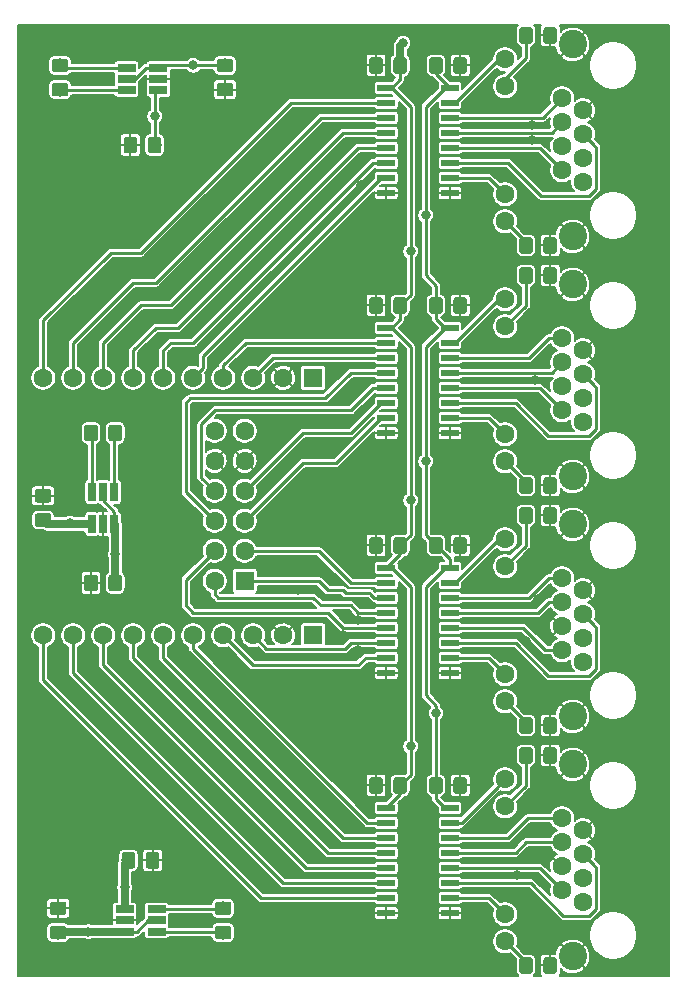
<source format=gbr>
G04 #@! TF.GenerationSoftware,KiCad,Pcbnew,5.0.1+dfsg1-2*
G04 #@! TF.CreationDate,2018-11-18T21:04:06+01:00*
G04 #@! TF.ProjectId,icestick-rj45-shield,696365737469636B2D726A34352D7368,rev?*
G04 #@! TF.SameCoordinates,Original*
G04 #@! TF.FileFunction,Copper,L1,Top,Signal*
G04 #@! TF.FilePolarity,Positive*
%FSLAX46Y46*%
G04 Gerber Fmt 4.6, Leading zero omitted, Abs format (unit mm)*
G04 Created by KiCad (PCBNEW 5.0.1+dfsg1-2) date So 18 Nov 2018 21:04:06 CET*
%MOMM*%
%LPD*%
G01*
G04 APERTURE LIST*
G04 #@! TA.AperFunction,ComponentPad*
%ADD10C,1.600000*%
G04 #@! TD*
G04 #@! TA.AperFunction,ComponentPad*
%ADD11R,1.600000X1.600000*%
G04 #@! TD*
G04 #@! TA.AperFunction,ComponentPad*
%ADD12C,2.400000*%
G04 #@! TD*
G04 #@! TA.AperFunction,Conductor*
%ADD13C,0.100000*%
G04 #@! TD*
G04 #@! TA.AperFunction,SMDPad,CuDef*
%ADD14C,1.150000*%
G04 #@! TD*
G04 #@! TA.AperFunction,SMDPad,CuDef*
%ADD15R,1.560000X0.650000*%
G04 #@! TD*
G04 #@! TA.AperFunction,SMDPad,CuDef*
%ADD16R,1.500000X0.600000*%
G04 #@! TD*
G04 #@! TA.AperFunction,SMDPad,CuDef*
%ADD17R,0.650000X1.560000*%
G04 #@! TD*
G04 #@! TA.AperFunction,ViaPad*
%ADD18C,0.800000*%
G04 #@! TD*
G04 #@! TA.AperFunction,Conductor*
%ADD19C,0.250000*%
G04 #@! TD*
G04 #@! TA.AperFunction,Conductor*
%ADD20C,0.700000*%
G04 #@! TD*
G04 #@! TA.AperFunction,Conductor*
%ADD21C,0.200000*%
G04 #@! TD*
G04 APERTURE END LIST*
D10*
G04 #@! TO.P,U8,J2_12*
G04 #@! TO.N,+3V3*
X154220000Y-89360000D03*
G04 #@! TO.P,U8,J2_11*
G04 #@! TO.N,GND*
X154220000Y-91900000D03*
G04 #@! TO.P,U8,91*
G04 #@! TO.N,/iCEstick connector/FPGA_91*
X154220000Y-94440000D03*
G04 #@! TO.P,U8,90*
G04 #@! TO.N,/iCEstick connector/FPGA_90*
X154220000Y-96980000D03*
G04 #@! TO.P,U8,88*
G04 #@! TO.N,/iCEstick connector/FPGA_88*
X154220000Y-99520000D03*
G04 #@! TO.P,U8,87*
G04 #@! TO.N,/iCEstick connector/FPGA_87*
X154220000Y-102060000D03*
G04 #@! TO.P,U8,J2_6*
G04 #@! TO.N,+3V3*
X156760000Y-89360000D03*
G04 #@! TO.P,U8,J2_5*
G04 #@! TO.N,GND*
X156760000Y-91900000D03*
G04 #@! TO.P,U8,81*
G04 #@! TO.N,/iCEstick connector/FPGA_81*
X156760000Y-94440000D03*
G04 #@! TO.P,U8,80*
G04 #@! TO.N,/iCEstick connector/FPGA_80*
X156760000Y-96980000D03*
G04 #@! TO.P,U8,79*
G04 #@! TO.N,/iCEstick connector/FPGA_79*
X156760000Y-99520000D03*
D11*
G04 #@! TO.P,U8,78*
G04 #@! TO.N,/iCEstick connector/FPGA_78*
X156760000Y-102060000D03*
D10*
G04 #@! TO.P,U8,44*
G04 #@! TO.N,/iCEstick connector/FPGA_44*
X139700000Y-106680000D03*
G04 #@! TO.P,U8,45*
G04 #@! TO.N,/iCEstick connector/FPGA_45*
X142240000Y-106680000D03*
G04 #@! TO.P,U8,47*
G04 #@! TO.N,/iCEstick connector/FPGA_47*
X144780000Y-106680000D03*
G04 #@! TO.P,U8,48*
G04 #@! TO.N,/iCEstick connector/FPGA_48*
X147320000Y-106680000D03*
G04 #@! TO.P,U8,56*
G04 #@! TO.N,/iCEstick connector/FPGA_56*
X149860000Y-106680000D03*
G04 #@! TO.P,U8,60*
G04 #@! TO.N,/iCEstick connector/FPGA_60*
X152400000Y-106680000D03*
G04 #@! TO.P,U8,61*
G04 #@! TO.N,/iCEstick connector/FPGA_61*
X154940000Y-106680000D03*
G04 #@! TO.P,U8,62*
G04 #@! TO.N,/iCEstick connector/FPGA_62*
X157480000Y-106680000D03*
G04 #@! TO.P,U8,J3_2*
G04 #@! TO.N,GND*
X160020000Y-106680000D03*
D11*
G04 #@! TO.P,U8,J3_1*
G04 #@! TO.N,+3V3*
X162560000Y-106680000D03*
D10*
G04 #@! TO.P,U8,119*
G04 #@! TO.N,/iCEstick connector/FPGA_119*
X139700000Y-84870000D03*
G04 #@! TO.P,U8,118*
G04 #@! TO.N,/iCEstick connector/FPGA_118*
X142240000Y-84870000D03*
G04 #@! TO.P,U8,117*
G04 #@! TO.N,/iCEstick connector/FPGA_117*
X144780000Y-84870000D03*
G04 #@! TO.P,U8,116*
G04 #@! TO.N,/iCEstick connector/FPGA_116*
X147320000Y-84870000D03*
G04 #@! TO.P,U8,115*
G04 #@! TO.N,/iCEstick connector/FPGA_115*
X149860000Y-84870000D03*
G04 #@! TO.P,U8,114*
G04 #@! TO.N,/iCEstick connector/FPGA_114*
X152400000Y-84870000D03*
G04 #@! TO.P,U8,113*
G04 #@! TO.N,/iCEstick connector/FPGA_113*
X154940000Y-84870000D03*
G04 #@! TO.P,U8,112*
G04 #@! TO.N,/iCEstick connector/FPGA_112*
X157480000Y-84870000D03*
G04 #@! TO.P,U8,J1_2*
G04 #@! TO.N,GND*
X160020000Y-84870000D03*
D11*
G04 #@! TO.P,U8,J1_1*
G04 #@! TO.N,+3V3*
X162560000Y-84870000D03*
G04 #@! TD*
D12*
G04 #@! TO.P,J4,SH1*
G04 #@! TO.N,GND*
X184530000Y-133860000D03*
G04 #@! TO.P,J4,SH2*
X184530000Y-117600000D03*
D10*
G04 #@! TO.P,J4,1*
X185420000Y-129275000D03*
G04 #@! TO.P,J4,2*
G04 #@! TO.N,/Isolator 4/Out3*
X183640000Y-128260000D03*
G04 #@! TO.P,J4,3*
G04 #@! TO.N,GND*
X185420000Y-127245000D03*
G04 #@! TO.P,J4,4*
X183640000Y-126230000D03*
G04 #@! TO.P,J4,5*
G04 #@! TO.N,/Isolator 4/Out4*
X185420000Y-125215000D03*
G04 #@! TO.P,J4,6*
G04 #@! TO.N,/Isolator 4/Out2*
X183640000Y-124200000D03*
G04 #@! TO.P,J4,7*
G04 #@! TO.N,GND*
X185420000Y-123185000D03*
G04 #@! TO.P,J4,8*
G04 #@! TO.N,/Isolator 4/Out1*
X183640000Y-122170000D03*
G04 #@! TO.P,J4,9*
G04 #@! TO.N,Net-(J4-Pad9)*
X178820000Y-132590000D03*
G04 #@! TO.P,J4,10*
G04 #@! TO.N,/Connector 4/LED1*
X178820000Y-130300000D03*
G04 #@! TO.P,J4,11*
G04 #@! TO.N,Net-(J4-Pad11)*
X178820000Y-121160000D03*
G04 #@! TO.P,J4,12*
G04 #@! TO.N,/Connector 4/LED2*
X178820000Y-118870000D03*
G04 #@! TD*
D12*
G04 #@! TO.P,J3,SH1*
G04 #@! TO.N,GND*
X184530000Y-113540000D03*
G04 #@! TO.P,J3,SH2*
X184530000Y-97280000D03*
D10*
G04 #@! TO.P,J3,1*
X185420000Y-108955000D03*
G04 #@! TO.P,J3,2*
G04 #@! TO.N,/Isolator 3/Out3*
X183640000Y-107940000D03*
G04 #@! TO.P,J3,3*
G04 #@! TO.N,GND*
X185420000Y-106925000D03*
G04 #@! TO.P,J3,4*
X183640000Y-105910000D03*
G04 #@! TO.P,J3,5*
G04 #@! TO.N,/Isolator 3/Out4*
X185420000Y-104895000D03*
G04 #@! TO.P,J3,6*
G04 #@! TO.N,/Isolator 3/Out2*
X183640000Y-103880000D03*
G04 #@! TO.P,J3,7*
G04 #@! TO.N,GND*
X185420000Y-102865000D03*
G04 #@! TO.P,J3,8*
G04 #@! TO.N,/Isolator 3/Out1*
X183640000Y-101850000D03*
G04 #@! TO.P,J3,9*
G04 #@! TO.N,Net-(J3-Pad9)*
X178820000Y-112270000D03*
G04 #@! TO.P,J3,10*
G04 #@! TO.N,/Connector 3/LED1*
X178820000Y-109980000D03*
G04 #@! TO.P,J3,11*
G04 #@! TO.N,Net-(J3-Pad11)*
X178820000Y-100840000D03*
G04 #@! TO.P,J3,12*
G04 #@! TO.N,/Connector 3/LED2*
X178820000Y-98550000D03*
G04 #@! TD*
D13*
G04 #@! TO.N,GND*
G04 #@! TO.C,C1*
G36*
X168234505Y-57721204D02*
X168258773Y-57724804D01*
X168282572Y-57730765D01*
X168305671Y-57739030D01*
X168327850Y-57749520D01*
X168348893Y-57762132D01*
X168368599Y-57776747D01*
X168386777Y-57793223D01*
X168403253Y-57811401D01*
X168417868Y-57831107D01*
X168430480Y-57852150D01*
X168440970Y-57874329D01*
X168449235Y-57897428D01*
X168455196Y-57921227D01*
X168458796Y-57945495D01*
X168460000Y-57969999D01*
X168460000Y-58870001D01*
X168458796Y-58894505D01*
X168455196Y-58918773D01*
X168449235Y-58942572D01*
X168440970Y-58965671D01*
X168430480Y-58987850D01*
X168417868Y-59008893D01*
X168403253Y-59028599D01*
X168386777Y-59046777D01*
X168368599Y-59063253D01*
X168348893Y-59077868D01*
X168327850Y-59090480D01*
X168305671Y-59100970D01*
X168282572Y-59109235D01*
X168258773Y-59115196D01*
X168234505Y-59118796D01*
X168210001Y-59120000D01*
X167559999Y-59120000D01*
X167535495Y-59118796D01*
X167511227Y-59115196D01*
X167487428Y-59109235D01*
X167464329Y-59100970D01*
X167442150Y-59090480D01*
X167421107Y-59077868D01*
X167401401Y-59063253D01*
X167383223Y-59046777D01*
X167366747Y-59028599D01*
X167352132Y-59008893D01*
X167339520Y-58987850D01*
X167329030Y-58965671D01*
X167320765Y-58942572D01*
X167314804Y-58918773D01*
X167311204Y-58894505D01*
X167310000Y-58870001D01*
X167310000Y-57969999D01*
X167311204Y-57945495D01*
X167314804Y-57921227D01*
X167320765Y-57897428D01*
X167329030Y-57874329D01*
X167339520Y-57852150D01*
X167352132Y-57831107D01*
X167366747Y-57811401D01*
X167383223Y-57793223D01*
X167401401Y-57776747D01*
X167421107Y-57762132D01*
X167442150Y-57749520D01*
X167464329Y-57739030D01*
X167487428Y-57730765D01*
X167511227Y-57724804D01*
X167535495Y-57721204D01*
X167559999Y-57720000D01*
X168210001Y-57720000D01*
X168234505Y-57721204D01*
X168234505Y-57721204D01*
G37*
D14*
G04 #@! TD*
G04 #@! TO.P,C1,2*
G04 #@! TO.N,GND*
X167885000Y-58420000D03*
D13*
G04 #@! TO.N,+3V3*
G04 #@! TO.C,C1*
G36*
X170284505Y-57721204D02*
X170308773Y-57724804D01*
X170332572Y-57730765D01*
X170355671Y-57739030D01*
X170377850Y-57749520D01*
X170398893Y-57762132D01*
X170418599Y-57776747D01*
X170436777Y-57793223D01*
X170453253Y-57811401D01*
X170467868Y-57831107D01*
X170480480Y-57852150D01*
X170490970Y-57874329D01*
X170499235Y-57897428D01*
X170505196Y-57921227D01*
X170508796Y-57945495D01*
X170510000Y-57969999D01*
X170510000Y-58870001D01*
X170508796Y-58894505D01*
X170505196Y-58918773D01*
X170499235Y-58942572D01*
X170490970Y-58965671D01*
X170480480Y-58987850D01*
X170467868Y-59008893D01*
X170453253Y-59028599D01*
X170436777Y-59046777D01*
X170418599Y-59063253D01*
X170398893Y-59077868D01*
X170377850Y-59090480D01*
X170355671Y-59100970D01*
X170332572Y-59109235D01*
X170308773Y-59115196D01*
X170284505Y-59118796D01*
X170260001Y-59120000D01*
X169609999Y-59120000D01*
X169585495Y-59118796D01*
X169561227Y-59115196D01*
X169537428Y-59109235D01*
X169514329Y-59100970D01*
X169492150Y-59090480D01*
X169471107Y-59077868D01*
X169451401Y-59063253D01*
X169433223Y-59046777D01*
X169416747Y-59028599D01*
X169402132Y-59008893D01*
X169389520Y-58987850D01*
X169379030Y-58965671D01*
X169370765Y-58942572D01*
X169364804Y-58918773D01*
X169361204Y-58894505D01*
X169360000Y-58870001D01*
X169360000Y-57969999D01*
X169361204Y-57945495D01*
X169364804Y-57921227D01*
X169370765Y-57897428D01*
X169379030Y-57874329D01*
X169389520Y-57852150D01*
X169402132Y-57831107D01*
X169416747Y-57811401D01*
X169433223Y-57793223D01*
X169451401Y-57776747D01*
X169471107Y-57762132D01*
X169492150Y-57749520D01*
X169514329Y-57739030D01*
X169537428Y-57730765D01*
X169561227Y-57724804D01*
X169585495Y-57721204D01*
X169609999Y-57720000D01*
X170260001Y-57720000D01*
X170284505Y-57721204D01*
X170284505Y-57721204D01*
G37*
D14*
G04 #@! TD*
G04 #@! TO.P,C1,1*
G04 #@! TO.N,+3V3*
X169935000Y-58420000D03*
D13*
G04 #@! TO.N,GND*
G04 #@! TO.C,C4*
G36*
X144104505Y-101536204D02*
X144128773Y-101539804D01*
X144152572Y-101545765D01*
X144175671Y-101554030D01*
X144197850Y-101564520D01*
X144218893Y-101577132D01*
X144238599Y-101591747D01*
X144256777Y-101608223D01*
X144273253Y-101626401D01*
X144287868Y-101646107D01*
X144300480Y-101667150D01*
X144310970Y-101689329D01*
X144319235Y-101712428D01*
X144325196Y-101736227D01*
X144328796Y-101760495D01*
X144330000Y-101784999D01*
X144330000Y-102685001D01*
X144328796Y-102709505D01*
X144325196Y-102733773D01*
X144319235Y-102757572D01*
X144310970Y-102780671D01*
X144300480Y-102802850D01*
X144287868Y-102823893D01*
X144273253Y-102843599D01*
X144256777Y-102861777D01*
X144238599Y-102878253D01*
X144218893Y-102892868D01*
X144197850Y-102905480D01*
X144175671Y-102915970D01*
X144152572Y-102924235D01*
X144128773Y-102930196D01*
X144104505Y-102933796D01*
X144080001Y-102935000D01*
X143429999Y-102935000D01*
X143405495Y-102933796D01*
X143381227Y-102930196D01*
X143357428Y-102924235D01*
X143334329Y-102915970D01*
X143312150Y-102905480D01*
X143291107Y-102892868D01*
X143271401Y-102878253D01*
X143253223Y-102861777D01*
X143236747Y-102843599D01*
X143222132Y-102823893D01*
X143209520Y-102802850D01*
X143199030Y-102780671D01*
X143190765Y-102757572D01*
X143184804Y-102733773D01*
X143181204Y-102709505D01*
X143180000Y-102685001D01*
X143180000Y-101784999D01*
X143181204Y-101760495D01*
X143184804Y-101736227D01*
X143190765Y-101712428D01*
X143199030Y-101689329D01*
X143209520Y-101667150D01*
X143222132Y-101646107D01*
X143236747Y-101626401D01*
X143253223Y-101608223D01*
X143271401Y-101591747D01*
X143291107Y-101577132D01*
X143312150Y-101564520D01*
X143334329Y-101554030D01*
X143357428Y-101545765D01*
X143381227Y-101539804D01*
X143405495Y-101536204D01*
X143429999Y-101535000D01*
X144080001Y-101535000D01*
X144104505Y-101536204D01*
X144104505Y-101536204D01*
G37*
D14*
G04 #@! TD*
G04 #@! TO.P,C4,2*
G04 #@! TO.N,GND*
X143755000Y-102235000D03*
D13*
G04 #@! TO.N,+3V3*
G04 #@! TO.C,C4*
G36*
X146154505Y-101536204D02*
X146178773Y-101539804D01*
X146202572Y-101545765D01*
X146225671Y-101554030D01*
X146247850Y-101564520D01*
X146268893Y-101577132D01*
X146288599Y-101591747D01*
X146306777Y-101608223D01*
X146323253Y-101626401D01*
X146337868Y-101646107D01*
X146350480Y-101667150D01*
X146360970Y-101689329D01*
X146369235Y-101712428D01*
X146375196Y-101736227D01*
X146378796Y-101760495D01*
X146380000Y-101784999D01*
X146380000Y-102685001D01*
X146378796Y-102709505D01*
X146375196Y-102733773D01*
X146369235Y-102757572D01*
X146360970Y-102780671D01*
X146350480Y-102802850D01*
X146337868Y-102823893D01*
X146323253Y-102843599D01*
X146306777Y-102861777D01*
X146288599Y-102878253D01*
X146268893Y-102892868D01*
X146247850Y-102905480D01*
X146225671Y-102915970D01*
X146202572Y-102924235D01*
X146178773Y-102930196D01*
X146154505Y-102933796D01*
X146130001Y-102935000D01*
X145479999Y-102935000D01*
X145455495Y-102933796D01*
X145431227Y-102930196D01*
X145407428Y-102924235D01*
X145384329Y-102915970D01*
X145362150Y-102905480D01*
X145341107Y-102892868D01*
X145321401Y-102878253D01*
X145303223Y-102861777D01*
X145286747Y-102843599D01*
X145272132Y-102823893D01*
X145259520Y-102802850D01*
X145249030Y-102780671D01*
X145240765Y-102757572D01*
X145234804Y-102733773D01*
X145231204Y-102709505D01*
X145230000Y-102685001D01*
X145230000Y-101784999D01*
X145231204Y-101760495D01*
X145234804Y-101736227D01*
X145240765Y-101712428D01*
X145249030Y-101689329D01*
X145259520Y-101667150D01*
X145272132Y-101646107D01*
X145286747Y-101626401D01*
X145303223Y-101608223D01*
X145321401Y-101591747D01*
X145341107Y-101577132D01*
X145362150Y-101564520D01*
X145384329Y-101554030D01*
X145407428Y-101545765D01*
X145431227Y-101539804D01*
X145455495Y-101536204D01*
X145479999Y-101535000D01*
X146130001Y-101535000D01*
X146154505Y-101536204D01*
X146154505Y-101536204D01*
G37*
D14*
G04 #@! TD*
G04 #@! TO.P,C4,1*
G04 #@! TO.N,+3V3*
X145805000Y-102235000D03*
D13*
G04 #@! TO.N,GND*
G04 #@! TO.C,C2*
G36*
X175364505Y-57721204D02*
X175388773Y-57724804D01*
X175412572Y-57730765D01*
X175435671Y-57739030D01*
X175457850Y-57749520D01*
X175478893Y-57762132D01*
X175498599Y-57776747D01*
X175516777Y-57793223D01*
X175533253Y-57811401D01*
X175547868Y-57831107D01*
X175560480Y-57852150D01*
X175570970Y-57874329D01*
X175579235Y-57897428D01*
X175585196Y-57921227D01*
X175588796Y-57945495D01*
X175590000Y-57969999D01*
X175590000Y-58870001D01*
X175588796Y-58894505D01*
X175585196Y-58918773D01*
X175579235Y-58942572D01*
X175570970Y-58965671D01*
X175560480Y-58987850D01*
X175547868Y-59008893D01*
X175533253Y-59028599D01*
X175516777Y-59046777D01*
X175498599Y-59063253D01*
X175478893Y-59077868D01*
X175457850Y-59090480D01*
X175435671Y-59100970D01*
X175412572Y-59109235D01*
X175388773Y-59115196D01*
X175364505Y-59118796D01*
X175340001Y-59120000D01*
X174689999Y-59120000D01*
X174665495Y-59118796D01*
X174641227Y-59115196D01*
X174617428Y-59109235D01*
X174594329Y-59100970D01*
X174572150Y-59090480D01*
X174551107Y-59077868D01*
X174531401Y-59063253D01*
X174513223Y-59046777D01*
X174496747Y-59028599D01*
X174482132Y-59008893D01*
X174469520Y-58987850D01*
X174459030Y-58965671D01*
X174450765Y-58942572D01*
X174444804Y-58918773D01*
X174441204Y-58894505D01*
X174440000Y-58870001D01*
X174440000Y-57969999D01*
X174441204Y-57945495D01*
X174444804Y-57921227D01*
X174450765Y-57897428D01*
X174459030Y-57874329D01*
X174469520Y-57852150D01*
X174482132Y-57831107D01*
X174496747Y-57811401D01*
X174513223Y-57793223D01*
X174531401Y-57776747D01*
X174551107Y-57762132D01*
X174572150Y-57749520D01*
X174594329Y-57739030D01*
X174617428Y-57730765D01*
X174641227Y-57724804D01*
X174665495Y-57721204D01*
X174689999Y-57720000D01*
X175340001Y-57720000D01*
X175364505Y-57721204D01*
X175364505Y-57721204D01*
G37*
D14*
G04 #@! TD*
G04 #@! TO.P,C2,2*
G04 #@! TO.N,GND*
X175015000Y-58420000D03*
D13*
G04 #@! TO.N,+5V*
G04 #@! TO.C,C2*
G36*
X173314505Y-57721204D02*
X173338773Y-57724804D01*
X173362572Y-57730765D01*
X173385671Y-57739030D01*
X173407850Y-57749520D01*
X173428893Y-57762132D01*
X173448599Y-57776747D01*
X173466777Y-57793223D01*
X173483253Y-57811401D01*
X173497868Y-57831107D01*
X173510480Y-57852150D01*
X173520970Y-57874329D01*
X173529235Y-57897428D01*
X173535196Y-57921227D01*
X173538796Y-57945495D01*
X173540000Y-57969999D01*
X173540000Y-58870001D01*
X173538796Y-58894505D01*
X173535196Y-58918773D01*
X173529235Y-58942572D01*
X173520970Y-58965671D01*
X173510480Y-58987850D01*
X173497868Y-59008893D01*
X173483253Y-59028599D01*
X173466777Y-59046777D01*
X173448599Y-59063253D01*
X173428893Y-59077868D01*
X173407850Y-59090480D01*
X173385671Y-59100970D01*
X173362572Y-59109235D01*
X173338773Y-59115196D01*
X173314505Y-59118796D01*
X173290001Y-59120000D01*
X172639999Y-59120000D01*
X172615495Y-59118796D01*
X172591227Y-59115196D01*
X172567428Y-59109235D01*
X172544329Y-59100970D01*
X172522150Y-59090480D01*
X172501107Y-59077868D01*
X172481401Y-59063253D01*
X172463223Y-59046777D01*
X172446747Y-59028599D01*
X172432132Y-59008893D01*
X172419520Y-58987850D01*
X172409030Y-58965671D01*
X172400765Y-58942572D01*
X172394804Y-58918773D01*
X172391204Y-58894505D01*
X172390000Y-58870001D01*
X172390000Y-57969999D01*
X172391204Y-57945495D01*
X172394804Y-57921227D01*
X172400765Y-57897428D01*
X172409030Y-57874329D01*
X172419520Y-57852150D01*
X172432132Y-57831107D01*
X172446747Y-57811401D01*
X172463223Y-57793223D01*
X172481401Y-57776747D01*
X172501107Y-57762132D01*
X172522150Y-57749520D01*
X172544329Y-57739030D01*
X172567428Y-57730765D01*
X172591227Y-57724804D01*
X172615495Y-57721204D01*
X172639999Y-57720000D01*
X173290001Y-57720000D01*
X173314505Y-57721204D01*
X173314505Y-57721204D01*
G37*
D14*
G04 #@! TD*
G04 #@! TO.P,C2,1*
G04 #@! TO.N,+5V*
X172965000Y-58420000D03*
D15*
G04 #@! TO.P,U2,5*
G04 #@! TO.N,+3V3*
X146767918Y-59570592D03*
G04 #@! TO.P,U2,6*
G04 #@! TO.N,Net-(C6-Pad2)*
X146767918Y-60520592D03*
G04 #@! TO.P,U2,4*
G04 #@! TO.N,Net-(C6-Pad1)*
X146767918Y-58620592D03*
G04 #@! TO.P,U2,3*
G04 #@! TO.N,+3V3*
X149467918Y-58620592D03*
G04 #@! TO.P,U2,2*
G04 #@! TO.N,GND*
X149467918Y-59570592D03*
G04 #@! TO.P,U2,1*
G04 #@! TO.N,+5V*
X149467918Y-60520592D03*
G04 #@! TD*
D13*
G04 #@! TO.N,GND*
G04 #@! TO.C,C12*
G36*
X168234505Y-98361204D02*
X168258773Y-98364804D01*
X168282572Y-98370765D01*
X168305671Y-98379030D01*
X168327850Y-98389520D01*
X168348893Y-98402132D01*
X168368599Y-98416747D01*
X168386777Y-98433223D01*
X168403253Y-98451401D01*
X168417868Y-98471107D01*
X168430480Y-98492150D01*
X168440970Y-98514329D01*
X168449235Y-98537428D01*
X168455196Y-98561227D01*
X168458796Y-98585495D01*
X168460000Y-98609999D01*
X168460000Y-99510001D01*
X168458796Y-99534505D01*
X168455196Y-99558773D01*
X168449235Y-99582572D01*
X168440970Y-99605671D01*
X168430480Y-99627850D01*
X168417868Y-99648893D01*
X168403253Y-99668599D01*
X168386777Y-99686777D01*
X168368599Y-99703253D01*
X168348893Y-99717868D01*
X168327850Y-99730480D01*
X168305671Y-99740970D01*
X168282572Y-99749235D01*
X168258773Y-99755196D01*
X168234505Y-99758796D01*
X168210001Y-99760000D01*
X167559999Y-99760000D01*
X167535495Y-99758796D01*
X167511227Y-99755196D01*
X167487428Y-99749235D01*
X167464329Y-99740970D01*
X167442150Y-99730480D01*
X167421107Y-99717868D01*
X167401401Y-99703253D01*
X167383223Y-99686777D01*
X167366747Y-99668599D01*
X167352132Y-99648893D01*
X167339520Y-99627850D01*
X167329030Y-99605671D01*
X167320765Y-99582572D01*
X167314804Y-99558773D01*
X167311204Y-99534505D01*
X167310000Y-99510001D01*
X167310000Y-98609999D01*
X167311204Y-98585495D01*
X167314804Y-98561227D01*
X167320765Y-98537428D01*
X167329030Y-98514329D01*
X167339520Y-98492150D01*
X167352132Y-98471107D01*
X167366747Y-98451401D01*
X167383223Y-98433223D01*
X167401401Y-98416747D01*
X167421107Y-98402132D01*
X167442150Y-98389520D01*
X167464329Y-98379030D01*
X167487428Y-98370765D01*
X167511227Y-98364804D01*
X167535495Y-98361204D01*
X167559999Y-98360000D01*
X168210001Y-98360000D01*
X168234505Y-98361204D01*
X168234505Y-98361204D01*
G37*
D14*
G04 #@! TD*
G04 #@! TO.P,C12,2*
G04 #@! TO.N,GND*
X167885000Y-99060000D03*
D13*
G04 #@! TO.N,+3V3*
G04 #@! TO.C,C12*
G36*
X170284505Y-98361204D02*
X170308773Y-98364804D01*
X170332572Y-98370765D01*
X170355671Y-98379030D01*
X170377850Y-98389520D01*
X170398893Y-98402132D01*
X170418599Y-98416747D01*
X170436777Y-98433223D01*
X170453253Y-98451401D01*
X170467868Y-98471107D01*
X170480480Y-98492150D01*
X170490970Y-98514329D01*
X170499235Y-98537428D01*
X170505196Y-98561227D01*
X170508796Y-98585495D01*
X170510000Y-98609999D01*
X170510000Y-99510001D01*
X170508796Y-99534505D01*
X170505196Y-99558773D01*
X170499235Y-99582572D01*
X170490970Y-99605671D01*
X170480480Y-99627850D01*
X170467868Y-99648893D01*
X170453253Y-99668599D01*
X170436777Y-99686777D01*
X170418599Y-99703253D01*
X170398893Y-99717868D01*
X170377850Y-99730480D01*
X170355671Y-99740970D01*
X170332572Y-99749235D01*
X170308773Y-99755196D01*
X170284505Y-99758796D01*
X170260001Y-99760000D01*
X169609999Y-99760000D01*
X169585495Y-99758796D01*
X169561227Y-99755196D01*
X169537428Y-99749235D01*
X169514329Y-99740970D01*
X169492150Y-99730480D01*
X169471107Y-99717868D01*
X169451401Y-99703253D01*
X169433223Y-99686777D01*
X169416747Y-99668599D01*
X169402132Y-99648893D01*
X169389520Y-99627850D01*
X169379030Y-99605671D01*
X169370765Y-99582572D01*
X169364804Y-99558773D01*
X169361204Y-99534505D01*
X169360000Y-99510001D01*
X169360000Y-98609999D01*
X169361204Y-98585495D01*
X169364804Y-98561227D01*
X169370765Y-98537428D01*
X169379030Y-98514329D01*
X169389520Y-98492150D01*
X169402132Y-98471107D01*
X169416747Y-98451401D01*
X169433223Y-98433223D01*
X169451401Y-98416747D01*
X169471107Y-98402132D01*
X169492150Y-98389520D01*
X169514329Y-98379030D01*
X169537428Y-98370765D01*
X169561227Y-98364804D01*
X169585495Y-98361204D01*
X169609999Y-98360000D01*
X170260001Y-98360000D01*
X170284505Y-98361204D01*
X170284505Y-98361204D01*
G37*
D14*
G04 #@! TD*
G04 #@! TO.P,C12,1*
G04 #@! TO.N,+3V3*
X169935000Y-99060000D03*
D13*
G04 #@! TO.N,GND*
G04 #@! TO.C,C13*
G36*
X175364505Y-98361204D02*
X175388773Y-98364804D01*
X175412572Y-98370765D01*
X175435671Y-98379030D01*
X175457850Y-98389520D01*
X175478893Y-98402132D01*
X175498599Y-98416747D01*
X175516777Y-98433223D01*
X175533253Y-98451401D01*
X175547868Y-98471107D01*
X175560480Y-98492150D01*
X175570970Y-98514329D01*
X175579235Y-98537428D01*
X175585196Y-98561227D01*
X175588796Y-98585495D01*
X175590000Y-98609999D01*
X175590000Y-99510001D01*
X175588796Y-99534505D01*
X175585196Y-99558773D01*
X175579235Y-99582572D01*
X175570970Y-99605671D01*
X175560480Y-99627850D01*
X175547868Y-99648893D01*
X175533253Y-99668599D01*
X175516777Y-99686777D01*
X175498599Y-99703253D01*
X175478893Y-99717868D01*
X175457850Y-99730480D01*
X175435671Y-99740970D01*
X175412572Y-99749235D01*
X175388773Y-99755196D01*
X175364505Y-99758796D01*
X175340001Y-99760000D01*
X174689999Y-99760000D01*
X174665495Y-99758796D01*
X174641227Y-99755196D01*
X174617428Y-99749235D01*
X174594329Y-99740970D01*
X174572150Y-99730480D01*
X174551107Y-99717868D01*
X174531401Y-99703253D01*
X174513223Y-99686777D01*
X174496747Y-99668599D01*
X174482132Y-99648893D01*
X174469520Y-99627850D01*
X174459030Y-99605671D01*
X174450765Y-99582572D01*
X174444804Y-99558773D01*
X174441204Y-99534505D01*
X174440000Y-99510001D01*
X174440000Y-98609999D01*
X174441204Y-98585495D01*
X174444804Y-98561227D01*
X174450765Y-98537428D01*
X174459030Y-98514329D01*
X174469520Y-98492150D01*
X174482132Y-98471107D01*
X174496747Y-98451401D01*
X174513223Y-98433223D01*
X174531401Y-98416747D01*
X174551107Y-98402132D01*
X174572150Y-98389520D01*
X174594329Y-98379030D01*
X174617428Y-98370765D01*
X174641227Y-98364804D01*
X174665495Y-98361204D01*
X174689999Y-98360000D01*
X175340001Y-98360000D01*
X175364505Y-98361204D01*
X175364505Y-98361204D01*
G37*
D14*
G04 #@! TD*
G04 #@! TO.P,C13,2*
G04 #@! TO.N,GND*
X175015000Y-99060000D03*
D13*
G04 #@! TO.N,+5V*
G04 #@! TO.C,C13*
G36*
X173314505Y-98361204D02*
X173338773Y-98364804D01*
X173362572Y-98370765D01*
X173385671Y-98379030D01*
X173407850Y-98389520D01*
X173428893Y-98402132D01*
X173448599Y-98416747D01*
X173466777Y-98433223D01*
X173483253Y-98451401D01*
X173497868Y-98471107D01*
X173510480Y-98492150D01*
X173520970Y-98514329D01*
X173529235Y-98537428D01*
X173535196Y-98561227D01*
X173538796Y-98585495D01*
X173540000Y-98609999D01*
X173540000Y-99510001D01*
X173538796Y-99534505D01*
X173535196Y-99558773D01*
X173529235Y-99582572D01*
X173520970Y-99605671D01*
X173510480Y-99627850D01*
X173497868Y-99648893D01*
X173483253Y-99668599D01*
X173466777Y-99686777D01*
X173448599Y-99703253D01*
X173428893Y-99717868D01*
X173407850Y-99730480D01*
X173385671Y-99740970D01*
X173362572Y-99749235D01*
X173338773Y-99755196D01*
X173314505Y-99758796D01*
X173290001Y-99760000D01*
X172639999Y-99760000D01*
X172615495Y-99758796D01*
X172591227Y-99755196D01*
X172567428Y-99749235D01*
X172544329Y-99740970D01*
X172522150Y-99730480D01*
X172501107Y-99717868D01*
X172481401Y-99703253D01*
X172463223Y-99686777D01*
X172446747Y-99668599D01*
X172432132Y-99648893D01*
X172419520Y-99627850D01*
X172409030Y-99605671D01*
X172400765Y-99582572D01*
X172394804Y-99558773D01*
X172391204Y-99534505D01*
X172390000Y-99510001D01*
X172390000Y-98609999D01*
X172391204Y-98585495D01*
X172394804Y-98561227D01*
X172400765Y-98537428D01*
X172409030Y-98514329D01*
X172419520Y-98492150D01*
X172432132Y-98471107D01*
X172446747Y-98451401D01*
X172463223Y-98433223D01*
X172481401Y-98416747D01*
X172501107Y-98402132D01*
X172522150Y-98389520D01*
X172544329Y-98379030D01*
X172567428Y-98370765D01*
X172591227Y-98364804D01*
X172615495Y-98361204D01*
X172639999Y-98360000D01*
X173290001Y-98360000D01*
X173314505Y-98361204D01*
X173314505Y-98361204D01*
G37*
D14*
G04 #@! TD*
G04 #@! TO.P,C13,1*
G04 #@! TO.N,+5V*
X172965000Y-99060000D03*
D13*
G04 #@! TO.N,GND*
G04 #@! TO.C,C14*
G36*
X168234505Y-118681204D02*
X168258773Y-118684804D01*
X168282572Y-118690765D01*
X168305671Y-118699030D01*
X168327850Y-118709520D01*
X168348893Y-118722132D01*
X168368599Y-118736747D01*
X168386777Y-118753223D01*
X168403253Y-118771401D01*
X168417868Y-118791107D01*
X168430480Y-118812150D01*
X168440970Y-118834329D01*
X168449235Y-118857428D01*
X168455196Y-118881227D01*
X168458796Y-118905495D01*
X168460000Y-118929999D01*
X168460000Y-119830001D01*
X168458796Y-119854505D01*
X168455196Y-119878773D01*
X168449235Y-119902572D01*
X168440970Y-119925671D01*
X168430480Y-119947850D01*
X168417868Y-119968893D01*
X168403253Y-119988599D01*
X168386777Y-120006777D01*
X168368599Y-120023253D01*
X168348893Y-120037868D01*
X168327850Y-120050480D01*
X168305671Y-120060970D01*
X168282572Y-120069235D01*
X168258773Y-120075196D01*
X168234505Y-120078796D01*
X168210001Y-120080000D01*
X167559999Y-120080000D01*
X167535495Y-120078796D01*
X167511227Y-120075196D01*
X167487428Y-120069235D01*
X167464329Y-120060970D01*
X167442150Y-120050480D01*
X167421107Y-120037868D01*
X167401401Y-120023253D01*
X167383223Y-120006777D01*
X167366747Y-119988599D01*
X167352132Y-119968893D01*
X167339520Y-119947850D01*
X167329030Y-119925671D01*
X167320765Y-119902572D01*
X167314804Y-119878773D01*
X167311204Y-119854505D01*
X167310000Y-119830001D01*
X167310000Y-118929999D01*
X167311204Y-118905495D01*
X167314804Y-118881227D01*
X167320765Y-118857428D01*
X167329030Y-118834329D01*
X167339520Y-118812150D01*
X167352132Y-118791107D01*
X167366747Y-118771401D01*
X167383223Y-118753223D01*
X167401401Y-118736747D01*
X167421107Y-118722132D01*
X167442150Y-118709520D01*
X167464329Y-118699030D01*
X167487428Y-118690765D01*
X167511227Y-118684804D01*
X167535495Y-118681204D01*
X167559999Y-118680000D01*
X168210001Y-118680000D01*
X168234505Y-118681204D01*
X168234505Y-118681204D01*
G37*
D14*
G04 #@! TD*
G04 #@! TO.P,C14,2*
G04 #@! TO.N,GND*
X167885000Y-119380000D03*
D13*
G04 #@! TO.N,+3V3*
G04 #@! TO.C,C14*
G36*
X170284505Y-118681204D02*
X170308773Y-118684804D01*
X170332572Y-118690765D01*
X170355671Y-118699030D01*
X170377850Y-118709520D01*
X170398893Y-118722132D01*
X170418599Y-118736747D01*
X170436777Y-118753223D01*
X170453253Y-118771401D01*
X170467868Y-118791107D01*
X170480480Y-118812150D01*
X170490970Y-118834329D01*
X170499235Y-118857428D01*
X170505196Y-118881227D01*
X170508796Y-118905495D01*
X170510000Y-118929999D01*
X170510000Y-119830001D01*
X170508796Y-119854505D01*
X170505196Y-119878773D01*
X170499235Y-119902572D01*
X170490970Y-119925671D01*
X170480480Y-119947850D01*
X170467868Y-119968893D01*
X170453253Y-119988599D01*
X170436777Y-120006777D01*
X170418599Y-120023253D01*
X170398893Y-120037868D01*
X170377850Y-120050480D01*
X170355671Y-120060970D01*
X170332572Y-120069235D01*
X170308773Y-120075196D01*
X170284505Y-120078796D01*
X170260001Y-120080000D01*
X169609999Y-120080000D01*
X169585495Y-120078796D01*
X169561227Y-120075196D01*
X169537428Y-120069235D01*
X169514329Y-120060970D01*
X169492150Y-120050480D01*
X169471107Y-120037868D01*
X169451401Y-120023253D01*
X169433223Y-120006777D01*
X169416747Y-119988599D01*
X169402132Y-119968893D01*
X169389520Y-119947850D01*
X169379030Y-119925671D01*
X169370765Y-119902572D01*
X169364804Y-119878773D01*
X169361204Y-119854505D01*
X169360000Y-119830001D01*
X169360000Y-118929999D01*
X169361204Y-118905495D01*
X169364804Y-118881227D01*
X169370765Y-118857428D01*
X169379030Y-118834329D01*
X169389520Y-118812150D01*
X169402132Y-118791107D01*
X169416747Y-118771401D01*
X169433223Y-118753223D01*
X169451401Y-118736747D01*
X169471107Y-118722132D01*
X169492150Y-118709520D01*
X169514329Y-118699030D01*
X169537428Y-118690765D01*
X169561227Y-118684804D01*
X169585495Y-118681204D01*
X169609999Y-118680000D01*
X170260001Y-118680000D01*
X170284505Y-118681204D01*
X170284505Y-118681204D01*
G37*
D14*
G04 #@! TD*
G04 #@! TO.P,C14,1*
G04 #@! TO.N,+3V3*
X169935000Y-119380000D03*
D13*
G04 #@! TO.N,GND*
G04 #@! TO.C,C15*
G36*
X175364505Y-118681204D02*
X175388773Y-118684804D01*
X175412572Y-118690765D01*
X175435671Y-118699030D01*
X175457850Y-118709520D01*
X175478893Y-118722132D01*
X175498599Y-118736747D01*
X175516777Y-118753223D01*
X175533253Y-118771401D01*
X175547868Y-118791107D01*
X175560480Y-118812150D01*
X175570970Y-118834329D01*
X175579235Y-118857428D01*
X175585196Y-118881227D01*
X175588796Y-118905495D01*
X175590000Y-118929999D01*
X175590000Y-119830001D01*
X175588796Y-119854505D01*
X175585196Y-119878773D01*
X175579235Y-119902572D01*
X175570970Y-119925671D01*
X175560480Y-119947850D01*
X175547868Y-119968893D01*
X175533253Y-119988599D01*
X175516777Y-120006777D01*
X175498599Y-120023253D01*
X175478893Y-120037868D01*
X175457850Y-120050480D01*
X175435671Y-120060970D01*
X175412572Y-120069235D01*
X175388773Y-120075196D01*
X175364505Y-120078796D01*
X175340001Y-120080000D01*
X174689999Y-120080000D01*
X174665495Y-120078796D01*
X174641227Y-120075196D01*
X174617428Y-120069235D01*
X174594329Y-120060970D01*
X174572150Y-120050480D01*
X174551107Y-120037868D01*
X174531401Y-120023253D01*
X174513223Y-120006777D01*
X174496747Y-119988599D01*
X174482132Y-119968893D01*
X174469520Y-119947850D01*
X174459030Y-119925671D01*
X174450765Y-119902572D01*
X174444804Y-119878773D01*
X174441204Y-119854505D01*
X174440000Y-119830001D01*
X174440000Y-118929999D01*
X174441204Y-118905495D01*
X174444804Y-118881227D01*
X174450765Y-118857428D01*
X174459030Y-118834329D01*
X174469520Y-118812150D01*
X174482132Y-118791107D01*
X174496747Y-118771401D01*
X174513223Y-118753223D01*
X174531401Y-118736747D01*
X174551107Y-118722132D01*
X174572150Y-118709520D01*
X174594329Y-118699030D01*
X174617428Y-118690765D01*
X174641227Y-118684804D01*
X174665495Y-118681204D01*
X174689999Y-118680000D01*
X175340001Y-118680000D01*
X175364505Y-118681204D01*
X175364505Y-118681204D01*
G37*
D14*
G04 #@! TD*
G04 #@! TO.P,C15,2*
G04 #@! TO.N,GND*
X175015000Y-119380000D03*
D13*
G04 #@! TO.N,+5V*
G04 #@! TO.C,C15*
G36*
X173314505Y-118681204D02*
X173338773Y-118684804D01*
X173362572Y-118690765D01*
X173385671Y-118699030D01*
X173407850Y-118709520D01*
X173428893Y-118722132D01*
X173448599Y-118736747D01*
X173466777Y-118753223D01*
X173483253Y-118771401D01*
X173497868Y-118791107D01*
X173510480Y-118812150D01*
X173520970Y-118834329D01*
X173529235Y-118857428D01*
X173535196Y-118881227D01*
X173538796Y-118905495D01*
X173540000Y-118929999D01*
X173540000Y-119830001D01*
X173538796Y-119854505D01*
X173535196Y-119878773D01*
X173529235Y-119902572D01*
X173520970Y-119925671D01*
X173510480Y-119947850D01*
X173497868Y-119968893D01*
X173483253Y-119988599D01*
X173466777Y-120006777D01*
X173448599Y-120023253D01*
X173428893Y-120037868D01*
X173407850Y-120050480D01*
X173385671Y-120060970D01*
X173362572Y-120069235D01*
X173338773Y-120075196D01*
X173314505Y-120078796D01*
X173290001Y-120080000D01*
X172639999Y-120080000D01*
X172615495Y-120078796D01*
X172591227Y-120075196D01*
X172567428Y-120069235D01*
X172544329Y-120060970D01*
X172522150Y-120050480D01*
X172501107Y-120037868D01*
X172481401Y-120023253D01*
X172463223Y-120006777D01*
X172446747Y-119988599D01*
X172432132Y-119968893D01*
X172419520Y-119947850D01*
X172409030Y-119925671D01*
X172400765Y-119902572D01*
X172394804Y-119878773D01*
X172391204Y-119854505D01*
X172390000Y-119830001D01*
X172390000Y-118929999D01*
X172391204Y-118905495D01*
X172394804Y-118881227D01*
X172400765Y-118857428D01*
X172409030Y-118834329D01*
X172419520Y-118812150D01*
X172432132Y-118791107D01*
X172446747Y-118771401D01*
X172463223Y-118753223D01*
X172481401Y-118736747D01*
X172501107Y-118722132D01*
X172522150Y-118709520D01*
X172544329Y-118699030D01*
X172567428Y-118690765D01*
X172591227Y-118684804D01*
X172615495Y-118681204D01*
X172639999Y-118680000D01*
X173290001Y-118680000D01*
X173314505Y-118681204D01*
X173314505Y-118681204D01*
G37*
D14*
G04 #@! TD*
G04 #@! TO.P,C15,1*
G04 #@! TO.N,+5V*
X172965000Y-119380000D03*
D13*
G04 #@! TO.N,GND*
G04 #@! TO.C,C16*
G36*
X168234505Y-78041204D02*
X168258773Y-78044804D01*
X168282572Y-78050765D01*
X168305671Y-78059030D01*
X168327850Y-78069520D01*
X168348893Y-78082132D01*
X168368599Y-78096747D01*
X168386777Y-78113223D01*
X168403253Y-78131401D01*
X168417868Y-78151107D01*
X168430480Y-78172150D01*
X168440970Y-78194329D01*
X168449235Y-78217428D01*
X168455196Y-78241227D01*
X168458796Y-78265495D01*
X168460000Y-78289999D01*
X168460000Y-79190001D01*
X168458796Y-79214505D01*
X168455196Y-79238773D01*
X168449235Y-79262572D01*
X168440970Y-79285671D01*
X168430480Y-79307850D01*
X168417868Y-79328893D01*
X168403253Y-79348599D01*
X168386777Y-79366777D01*
X168368599Y-79383253D01*
X168348893Y-79397868D01*
X168327850Y-79410480D01*
X168305671Y-79420970D01*
X168282572Y-79429235D01*
X168258773Y-79435196D01*
X168234505Y-79438796D01*
X168210001Y-79440000D01*
X167559999Y-79440000D01*
X167535495Y-79438796D01*
X167511227Y-79435196D01*
X167487428Y-79429235D01*
X167464329Y-79420970D01*
X167442150Y-79410480D01*
X167421107Y-79397868D01*
X167401401Y-79383253D01*
X167383223Y-79366777D01*
X167366747Y-79348599D01*
X167352132Y-79328893D01*
X167339520Y-79307850D01*
X167329030Y-79285671D01*
X167320765Y-79262572D01*
X167314804Y-79238773D01*
X167311204Y-79214505D01*
X167310000Y-79190001D01*
X167310000Y-78289999D01*
X167311204Y-78265495D01*
X167314804Y-78241227D01*
X167320765Y-78217428D01*
X167329030Y-78194329D01*
X167339520Y-78172150D01*
X167352132Y-78151107D01*
X167366747Y-78131401D01*
X167383223Y-78113223D01*
X167401401Y-78096747D01*
X167421107Y-78082132D01*
X167442150Y-78069520D01*
X167464329Y-78059030D01*
X167487428Y-78050765D01*
X167511227Y-78044804D01*
X167535495Y-78041204D01*
X167559999Y-78040000D01*
X168210001Y-78040000D01*
X168234505Y-78041204D01*
X168234505Y-78041204D01*
G37*
D14*
G04 #@! TD*
G04 #@! TO.P,C16,2*
G04 #@! TO.N,GND*
X167885000Y-78740000D03*
D13*
G04 #@! TO.N,+3V3*
G04 #@! TO.C,C16*
G36*
X170284505Y-78041204D02*
X170308773Y-78044804D01*
X170332572Y-78050765D01*
X170355671Y-78059030D01*
X170377850Y-78069520D01*
X170398893Y-78082132D01*
X170418599Y-78096747D01*
X170436777Y-78113223D01*
X170453253Y-78131401D01*
X170467868Y-78151107D01*
X170480480Y-78172150D01*
X170490970Y-78194329D01*
X170499235Y-78217428D01*
X170505196Y-78241227D01*
X170508796Y-78265495D01*
X170510000Y-78289999D01*
X170510000Y-79190001D01*
X170508796Y-79214505D01*
X170505196Y-79238773D01*
X170499235Y-79262572D01*
X170490970Y-79285671D01*
X170480480Y-79307850D01*
X170467868Y-79328893D01*
X170453253Y-79348599D01*
X170436777Y-79366777D01*
X170418599Y-79383253D01*
X170398893Y-79397868D01*
X170377850Y-79410480D01*
X170355671Y-79420970D01*
X170332572Y-79429235D01*
X170308773Y-79435196D01*
X170284505Y-79438796D01*
X170260001Y-79440000D01*
X169609999Y-79440000D01*
X169585495Y-79438796D01*
X169561227Y-79435196D01*
X169537428Y-79429235D01*
X169514329Y-79420970D01*
X169492150Y-79410480D01*
X169471107Y-79397868D01*
X169451401Y-79383253D01*
X169433223Y-79366777D01*
X169416747Y-79348599D01*
X169402132Y-79328893D01*
X169389520Y-79307850D01*
X169379030Y-79285671D01*
X169370765Y-79262572D01*
X169364804Y-79238773D01*
X169361204Y-79214505D01*
X169360000Y-79190001D01*
X169360000Y-78289999D01*
X169361204Y-78265495D01*
X169364804Y-78241227D01*
X169370765Y-78217428D01*
X169379030Y-78194329D01*
X169389520Y-78172150D01*
X169402132Y-78151107D01*
X169416747Y-78131401D01*
X169433223Y-78113223D01*
X169451401Y-78096747D01*
X169471107Y-78082132D01*
X169492150Y-78069520D01*
X169514329Y-78059030D01*
X169537428Y-78050765D01*
X169561227Y-78044804D01*
X169585495Y-78041204D01*
X169609999Y-78040000D01*
X170260001Y-78040000D01*
X170284505Y-78041204D01*
X170284505Y-78041204D01*
G37*
D14*
G04 #@! TD*
G04 #@! TO.P,C16,1*
G04 #@! TO.N,+3V3*
X169935000Y-78740000D03*
D13*
G04 #@! TO.N,GND*
G04 #@! TO.C,C17*
G36*
X175364505Y-78041204D02*
X175388773Y-78044804D01*
X175412572Y-78050765D01*
X175435671Y-78059030D01*
X175457850Y-78069520D01*
X175478893Y-78082132D01*
X175498599Y-78096747D01*
X175516777Y-78113223D01*
X175533253Y-78131401D01*
X175547868Y-78151107D01*
X175560480Y-78172150D01*
X175570970Y-78194329D01*
X175579235Y-78217428D01*
X175585196Y-78241227D01*
X175588796Y-78265495D01*
X175590000Y-78289999D01*
X175590000Y-79190001D01*
X175588796Y-79214505D01*
X175585196Y-79238773D01*
X175579235Y-79262572D01*
X175570970Y-79285671D01*
X175560480Y-79307850D01*
X175547868Y-79328893D01*
X175533253Y-79348599D01*
X175516777Y-79366777D01*
X175498599Y-79383253D01*
X175478893Y-79397868D01*
X175457850Y-79410480D01*
X175435671Y-79420970D01*
X175412572Y-79429235D01*
X175388773Y-79435196D01*
X175364505Y-79438796D01*
X175340001Y-79440000D01*
X174689999Y-79440000D01*
X174665495Y-79438796D01*
X174641227Y-79435196D01*
X174617428Y-79429235D01*
X174594329Y-79420970D01*
X174572150Y-79410480D01*
X174551107Y-79397868D01*
X174531401Y-79383253D01*
X174513223Y-79366777D01*
X174496747Y-79348599D01*
X174482132Y-79328893D01*
X174469520Y-79307850D01*
X174459030Y-79285671D01*
X174450765Y-79262572D01*
X174444804Y-79238773D01*
X174441204Y-79214505D01*
X174440000Y-79190001D01*
X174440000Y-78289999D01*
X174441204Y-78265495D01*
X174444804Y-78241227D01*
X174450765Y-78217428D01*
X174459030Y-78194329D01*
X174469520Y-78172150D01*
X174482132Y-78151107D01*
X174496747Y-78131401D01*
X174513223Y-78113223D01*
X174531401Y-78096747D01*
X174551107Y-78082132D01*
X174572150Y-78069520D01*
X174594329Y-78059030D01*
X174617428Y-78050765D01*
X174641227Y-78044804D01*
X174665495Y-78041204D01*
X174689999Y-78040000D01*
X175340001Y-78040000D01*
X175364505Y-78041204D01*
X175364505Y-78041204D01*
G37*
D14*
G04 #@! TD*
G04 #@! TO.P,C17,2*
G04 #@! TO.N,GND*
X175015000Y-78740000D03*
D13*
G04 #@! TO.N,+5V*
G04 #@! TO.C,C17*
G36*
X173314505Y-78041204D02*
X173338773Y-78044804D01*
X173362572Y-78050765D01*
X173385671Y-78059030D01*
X173407850Y-78069520D01*
X173428893Y-78082132D01*
X173448599Y-78096747D01*
X173466777Y-78113223D01*
X173483253Y-78131401D01*
X173497868Y-78151107D01*
X173510480Y-78172150D01*
X173520970Y-78194329D01*
X173529235Y-78217428D01*
X173535196Y-78241227D01*
X173538796Y-78265495D01*
X173540000Y-78289999D01*
X173540000Y-79190001D01*
X173538796Y-79214505D01*
X173535196Y-79238773D01*
X173529235Y-79262572D01*
X173520970Y-79285671D01*
X173510480Y-79307850D01*
X173497868Y-79328893D01*
X173483253Y-79348599D01*
X173466777Y-79366777D01*
X173448599Y-79383253D01*
X173428893Y-79397868D01*
X173407850Y-79410480D01*
X173385671Y-79420970D01*
X173362572Y-79429235D01*
X173338773Y-79435196D01*
X173314505Y-79438796D01*
X173290001Y-79440000D01*
X172639999Y-79440000D01*
X172615495Y-79438796D01*
X172591227Y-79435196D01*
X172567428Y-79429235D01*
X172544329Y-79420970D01*
X172522150Y-79410480D01*
X172501107Y-79397868D01*
X172481401Y-79383253D01*
X172463223Y-79366777D01*
X172446747Y-79348599D01*
X172432132Y-79328893D01*
X172419520Y-79307850D01*
X172409030Y-79285671D01*
X172400765Y-79262572D01*
X172394804Y-79238773D01*
X172391204Y-79214505D01*
X172390000Y-79190001D01*
X172390000Y-78289999D01*
X172391204Y-78265495D01*
X172394804Y-78241227D01*
X172400765Y-78217428D01*
X172409030Y-78194329D01*
X172419520Y-78172150D01*
X172432132Y-78151107D01*
X172446747Y-78131401D01*
X172463223Y-78113223D01*
X172481401Y-78096747D01*
X172501107Y-78082132D01*
X172522150Y-78069520D01*
X172544329Y-78059030D01*
X172567428Y-78050765D01*
X172591227Y-78044804D01*
X172615495Y-78041204D01*
X172639999Y-78040000D01*
X173290001Y-78040000D01*
X173314505Y-78041204D01*
X173314505Y-78041204D01*
G37*
D14*
G04 #@! TD*
G04 #@! TO.P,C17,1*
G04 #@! TO.N,+5V*
X172965000Y-78740000D03*
D13*
G04 #@! TO.N,GND*
G04 #@! TO.C,R1*
G36*
X182984505Y-72961204D02*
X183008773Y-72964804D01*
X183032572Y-72970765D01*
X183055671Y-72979030D01*
X183077850Y-72989520D01*
X183098893Y-73002132D01*
X183118599Y-73016747D01*
X183136777Y-73033223D01*
X183153253Y-73051401D01*
X183167868Y-73071107D01*
X183180480Y-73092150D01*
X183190970Y-73114329D01*
X183199235Y-73137428D01*
X183205196Y-73161227D01*
X183208796Y-73185495D01*
X183210000Y-73209999D01*
X183210000Y-74110001D01*
X183208796Y-74134505D01*
X183205196Y-74158773D01*
X183199235Y-74182572D01*
X183190970Y-74205671D01*
X183180480Y-74227850D01*
X183167868Y-74248893D01*
X183153253Y-74268599D01*
X183136777Y-74286777D01*
X183118599Y-74303253D01*
X183098893Y-74317868D01*
X183077850Y-74330480D01*
X183055671Y-74340970D01*
X183032572Y-74349235D01*
X183008773Y-74355196D01*
X182984505Y-74358796D01*
X182960001Y-74360000D01*
X182309999Y-74360000D01*
X182285495Y-74358796D01*
X182261227Y-74355196D01*
X182237428Y-74349235D01*
X182214329Y-74340970D01*
X182192150Y-74330480D01*
X182171107Y-74317868D01*
X182151401Y-74303253D01*
X182133223Y-74286777D01*
X182116747Y-74268599D01*
X182102132Y-74248893D01*
X182089520Y-74227850D01*
X182079030Y-74205671D01*
X182070765Y-74182572D01*
X182064804Y-74158773D01*
X182061204Y-74134505D01*
X182060000Y-74110001D01*
X182060000Y-73209999D01*
X182061204Y-73185495D01*
X182064804Y-73161227D01*
X182070765Y-73137428D01*
X182079030Y-73114329D01*
X182089520Y-73092150D01*
X182102132Y-73071107D01*
X182116747Y-73051401D01*
X182133223Y-73033223D01*
X182151401Y-73016747D01*
X182171107Y-73002132D01*
X182192150Y-72989520D01*
X182214329Y-72979030D01*
X182237428Y-72970765D01*
X182261227Y-72964804D01*
X182285495Y-72961204D01*
X182309999Y-72960000D01*
X182960001Y-72960000D01*
X182984505Y-72961204D01*
X182984505Y-72961204D01*
G37*
D14*
G04 #@! TD*
G04 #@! TO.P,R1,2*
G04 #@! TO.N,GND*
X182635000Y-73660000D03*
D13*
G04 #@! TO.N,Net-(J1-Pad9)*
G04 #@! TO.C,R1*
G36*
X180934505Y-72961204D02*
X180958773Y-72964804D01*
X180982572Y-72970765D01*
X181005671Y-72979030D01*
X181027850Y-72989520D01*
X181048893Y-73002132D01*
X181068599Y-73016747D01*
X181086777Y-73033223D01*
X181103253Y-73051401D01*
X181117868Y-73071107D01*
X181130480Y-73092150D01*
X181140970Y-73114329D01*
X181149235Y-73137428D01*
X181155196Y-73161227D01*
X181158796Y-73185495D01*
X181160000Y-73209999D01*
X181160000Y-74110001D01*
X181158796Y-74134505D01*
X181155196Y-74158773D01*
X181149235Y-74182572D01*
X181140970Y-74205671D01*
X181130480Y-74227850D01*
X181117868Y-74248893D01*
X181103253Y-74268599D01*
X181086777Y-74286777D01*
X181068599Y-74303253D01*
X181048893Y-74317868D01*
X181027850Y-74330480D01*
X181005671Y-74340970D01*
X180982572Y-74349235D01*
X180958773Y-74355196D01*
X180934505Y-74358796D01*
X180910001Y-74360000D01*
X180259999Y-74360000D01*
X180235495Y-74358796D01*
X180211227Y-74355196D01*
X180187428Y-74349235D01*
X180164329Y-74340970D01*
X180142150Y-74330480D01*
X180121107Y-74317868D01*
X180101401Y-74303253D01*
X180083223Y-74286777D01*
X180066747Y-74268599D01*
X180052132Y-74248893D01*
X180039520Y-74227850D01*
X180029030Y-74205671D01*
X180020765Y-74182572D01*
X180014804Y-74158773D01*
X180011204Y-74134505D01*
X180010000Y-74110001D01*
X180010000Y-73209999D01*
X180011204Y-73185495D01*
X180014804Y-73161227D01*
X180020765Y-73137428D01*
X180029030Y-73114329D01*
X180039520Y-73092150D01*
X180052132Y-73071107D01*
X180066747Y-73051401D01*
X180083223Y-73033223D01*
X180101401Y-73016747D01*
X180121107Y-73002132D01*
X180142150Y-72989520D01*
X180164329Y-72979030D01*
X180187428Y-72970765D01*
X180211227Y-72964804D01*
X180235495Y-72961204D01*
X180259999Y-72960000D01*
X180910001Y-72960000D01*
X180934505Y-72961204D01*
X180934505Y-72961204D01*
G37*
D14*
G04 #@! TD*
G04 #@! TO.P,R1,1*
G04 #@! TO.N,Net-(J1-Pad9)*
X180585000Y-73660000D03*
D13*
G04 #@! TO.N,GND*
G04 #@! TO.C,R2*
G36*
X182984505Y-55181204D02*
X183008773Y-55184804D01*
X183032572Y-55190765D01*
X183055671Y-55199030D01*
X183077850Y-55209520D01*
X183098893Y-55222132D01*
X183118599Y-55236747D01*
X183136777Y-55253223D01*
X183153253Y-55271401D01*
X183167868Y-55291107D01*
X183180480Y-55312150D01*
X183190970Y-55334329D01*
X183199235Y-55357428D01*
X183205196Y-55381227D01*
X183208796Y-55405495D01*
X183210000Y-55429999D01*
X183210000Y-56330001D01*
X183208796Y-56354505D01*
X183205196Y-56378773D01*
X183199235Y-56402572D01*
X183190970Y-56425671D01*
X183180480Y-56447850D01*
X183167868Y-56468893D01*
X183153253Y-56488599D01*
X183136777Y-56506777D01*
X183118599Y-56523253D01*
X183098893Y-56537868D01*
X183077850Y-56550480D01*
X183055671Y-56560970D01*
X183032572Y-56569235D01*
X183008773Y-56575196D01*
X182984505Y-56578796D01*
X182960001Y-56580000D01*
X182309999Y-56580000D01*
X182285495Y-56578796D01*
X182261227Y-56575196D01*
X182237428Y-56569235D01*
X182214329Y-56560970D01*
X182192150Y-56550480D01*
X182171107Y-56537868D01*
X182151401Y-56523253D01*
X182133223Y-56506777D01*
X182116747Y-56488599D01*
X182102132Y-56468893D01*
X182089520Y-56447850D01*
X182079030Y-56425671D01*
X182070765Y-56402572D01*
X182064804Y-56378773D01*
X182061204Y-56354505D01*
X182060000Y-56330001D01*
X182060000Y-55429999D01*
X182061204Y-55405495D01*
X182064804Y-55381227D01*
X182070765Y-55357428D01*
X182079030Y-55334329D01*
X182089520Y-55312150D01*
X182102132Y-55291107D01*
X182116747Y-55271401D01*
X182133223Y-55253223D01*
X182151401Y-55236747D01*
X182171107Y-55222132D01*
X182192150Y-55209520D01*
X182214329Y-55199030D01*
X182237428Y-55190765D01*
X182261227Y-55184804D01*
X182285495Y-55181204D01*
X182309999Y-55180000D01*
X182960001Y-55180000D01*
X182984505Y-55181204D01*
X182984505Y-55181204D01*
G37*
D14*
G04 #@! TD*
G04 #@! TO.P,R2,2*
G04 #@! TO.N,GND*
X182635000Y-55880000D03*
D13*
G04 #@! TO.N,Net-(J1-Pad11)*
G04 #@! TO.C,R2*
G36*
X180934505Y-55181204D02*
X180958773Y-55184804D01*
X180982572Y-55190765D01*
X181005671Y-55199030D01*
X181027850Y-55209520D01*
X181048893Y-55222132D01*
X181068599Y-55236747D01*
X181086777Y-55253223D01*
X181103253Y-55271401D01*
X181117868Y-55291107D01*
X181130480Y-55312150D01*
X181140970Y-55334329D01*
X181149235Y-55357428D01*
X181155196Y-55381227D01*
X181158796Y-55405495D01*
X181160000Y-55429999D01*
X181160000Y-56330001D01*
X181158796Y-56354505D01*
X181155196Y-56378773D01*
X181149235Y-56402572D01*
X181140970Y-56425671D01*
X181130480Y-56447850D01*
X181117868Y-56468893D01*
X181103253Y-56488599D01*
X181086777Y-56506777D01*
X181068599Y-56523253D01*
X181048893Y-56537868D01*
X181027850Y-56550480D01*
X181005671Y-56560970D01*
X180982572Y-56569235D01*
X180958773Y-56575196D01*
X180934505Y-56578796D01*
X180910001Y-56580000D01*
X180259999Y-56580000D01*
X180235495Y-56578796D01*
X180211227Y-56575196D01*
X180187428Y-56569235D01*
X180164329Y-56560970D01*
X180142150Y-56550480D01*
X180121107Y-56537868D01*
X180101401Y-56523253D01*
X180083223Y-56506777D01*
X180066747Y-56488599D01*
X180052132Y-56468893D01*
X180039520Y-56447850D01*
X180029030Y-56425671D01*
X180020765Y-56402572D01*
X180014804Y-56378773D01*
X180011204Y-56354505D01*
X180010000Y-56330001D01*
X180010000Y-55429999D01*
X180011204Y-55405495D01*
X180014804Y-55381227D01*
X180020765Y-55357428D01*
X180029030Y-55334329D01*
X180039520Y-55312150D01*
X180052132Y-55291107D01*
X180066747Y-55271401D01*
X180083223Y-55253223D01*
X180101401Y-55236747D01*
X180121107Y-55222132D01*
X180142150Y-55209520D01*
X180164329Y-55199030D01*
X180187428Y-55190765D01*
X180211227Y-55184804D01*
X180235495Y-55181204D01*
X180259999Y-55180000D01*
X180910001Y-55180000D01*
X180934505Y-55181204D01*
X180934505Y-55181204D01*
G37*
D14*
G04 #@! TD*
G04 #@! TO.P,R2,1*
G04 #@! TO.N,Net-(J1-Pad11)*
X180585000Y-55880000D03*
D13*
G04 #@! TO.N,GND*
G04 #@! TO.C,R3*
G36*
X182984505Y-93281204D02*
X183008773Y-93284804D01*
X183032572Y-93290765D01*
X183055671Y-93299030D01*
X183077850Y-93309520D01*
X183098893Y-93322132D01*
X183118599Y-93336747D01*
X183136777Y-93353223D01*
X183153253Y-93371401D01*
X183167868Y-93391107D01*
X183180480Y-93412150D01*
X183190970Y-93434329D01*
X183199235Y-93457428D01*
X183205196Y-93481227D01*
X183208796Y-93505495D01*
X183210000Y-93529999D01*
X183210000Y-94430001D01*
X183208796Y-94454505D01*
X183205196Y-94478773D01*
X183199235Y-94502572D01*
X183190970Y-94525671D01*
X183180480Y-94547850D01*
X183167868Y-94568893D01*
X183153253Y-94588599D01*
X183136777Y-94606777D01*
X183118599Y-94623253D01*
X183098893Y-94637868D01*
X183077850Y-94650480D01*
X183055671Y-94660970D01*
X183032572Y-94669235D01*
X183008773Y-94675196D01*
X182984505Y-94678796D01*
X182960001Y-94680000D01*
X182309999Y-94680000D01*
X182285495Y-94678796D01*
X182261227Y-94675196D01*
X182237428Y-94669235D01*
X182214329Y-94660970D01*
X182192150Y-94650480D01*
X182171107Y-94637868D01*
X182151401Y-94623253D01*
X182133223Y-94606777D01*
X182116747Y-94588599D01*
X182102132Y-94568893D01*
X182089520Y-94547850D01*
X182079030Y-94525671D01*
X182070765Y-94502572D01*
X182064804Y-94478773D01*
X182061204Y-94454505D01*
X182060000Y-94430001D01*
X182060000Y-93529999D01*
X182061204Y-93505495D01*
X182064804Y-93481227D01*
X182070765Y-93457428D01*
X182079030Y-93434329D01*
X182089520Y-93412150D01*
X182102132Y-93391107D01*
X182116747Y-93371401D01*
X182133223Y-93353223D01*
X182151401Y-93336747D01*
X182171107Y-93322132D01*
X182192150Y-93309520D01*
X182214329Y-93299030D01*
X182237428Y-93290765D01*
X182261227Y-93284804D01*
X182285495Y-93281204D01*
X182309999Y-93280000D01*
X182960001Y-93280000D01*
X182984505Y-93281204D01*
X182984505Y-93281204D01*
G37*
D14*
G04 #@! TD*
G04 #@! TO.P,R3,2*
G04 #@! TO.N,GND*
X182635000Y-93980000D03*
D13*
G04 #@! TO.N,Net-(J2-Pad9)*
G04 #@! TO.C,R3*
G36*
X180934505Y-93281204D02*
X180958773Y-93284804D01*
X180982572Y-93290765D01*
X181005671Y-93299030D01*
X181027850Y-93309520D01*
X181048893Y-93322132D01*
X181068599Y-93336747D01*
X181086777Y-93353223D01*
X181103253Y-93371401D01*
X181117868Y-93391107D01*
X181130480Y-93412150D01*
X181140970Y-93434329D01*
X181149235Y-93457428D01*
X181155196Y-93481227D01*
X181158796Y-93505495D01*
X181160000Y-93529999D01*
X181160000Y-94430001D01*
X181158796Y-94454505D01*
X181155196Y-94478773D01*
X181149235Y-94502572D01*
X181140970Y-94525671D01*
X181130480Y-94547850D01*
X181117868Y-94568893D01*
X181103253Y-94588599D01*
X181086777Y-94606777D01*
X181068599Y-94623253D01*
X181048893Y-94637868D01*
X181027850Y-94650480D01*
X181005671Y-94660970D01*
X180982572Y-94669235D01*
X180958773Y-94675196D01*
X180934505Y-94678796D01*
X180910001Y-94680000D01*
X180259999Y-94680000D01*
X180235495Y-94678796D01*
X180211227Y-94675196D01*
X180187428Y-94669235D01*
X180164329Y-94660970D01*
X180142150Y-94650480D01*
X180121107Y-94637868D01*
X180101401Y-94623253D01*
X180083223Y-94606777D01*
X180066747Y-94588599D01*
X180052132Y-94568893D01*
X180039520Y-94547850D01*
X180029030Y-94525671D01*
X180020765Y-94502572D01*
X180014804Y-94478773D01*
X180011204Y-94454505D01*
X180010000Y-94430001D01*
X180010000Y-93529999D01*
X180011204Y-93505495D01*
X180014804Y-93481227D01*
X180020765Y-93457428D01*
X180029030Y-93434329D01*
X180039520Y-93412150D01*
X180052132Y-93391107D01*
X180066747Y-93371401D01*
X180083223Y-93353223D01*
X180101401Y-93336747D01*
X180121107Y-93322132D01*
X180142150Y-93309520D01*
X180164329Y-93299030D01*
X180187428Y-93290765D01*
X180211227Y-93284804D01*
X180235495Y-93281204D01*
X180259999Y-93280000D01*
X180910001Y-93280000D01*
X180934505Y-93281204D01*
X180934505Y-93281204D01*
G37*
D14*
G04 #@! TD*
G04 #@! TO.P,R3,1*
G04 #@! TO.N,Net-(J2-Pad9)*
X180585000Y-93980000D03*
D13*
G04 #@! TO.N,GND*
G04 #@! TO.C,R4*
G36*
X182984505Y-75501204D02*
X183008773Y-75504804D01*
X183032572Y-75510765D01*
X183055671Y-75519030D01*
X183077850Y-75529520D01*
X183098893Y-75542132D01*
X183118599Y-75556747D01*
X183136777Y-75573223D01*
X183153253Y-75591401D01*
X183167868Y-75611107D01*
X183180480Y-75632150D01*
X183190970Y-75654329D01*
X183199235Y-75677428D01*
X183205196Y-75701227D01*
X183208796Y-75725495D01*
X183210000Y-75749999D01*
X183210000Y-76650001D01*
X183208796Y-76674505D01*
X183205196Y-76698773D01*
X183199235Y-76722572D01*
X183190970Y-76745671D01*
X183180480Y-76767850D01*
X183167868Y-76788893D01*
X183153253Y-76808599D01*
X183136777Y-76826777D01*
X183118599Y-76843253D01*
X183098893Y-76857868D01*
X183077850Y-76870480D01*
X183055671Y-76880970D01*
X183032572Y-76889235D01*
X183008773Y-76895196D01*
X182984505Y-76898796D01*
X182960001Y-76900000D01*
X182309999Y-76900000D01*
X182285495Y-76898796D01*
X182261227Y-76895196D01*
X182237428Y-76889235D01*
X182214329Y-76880970D01*
X182192150Y-76870480D01*
X182171107Y-76857868D01*
X182151401Y-76843253D01*
X182133223Y-76826777D01*
X182116747Y-76808599D01*
X182102132Y-76788893D01*
X182089520Y-76767850D01*
X182079030Y-76745671D01*
X182070765Y-76722572D01*
X182064804Y-76698773D01*
X182061204Y-76674505D01*
X182060000Y-76650001D01*
X182060000Y-75749999D01*
X182061204Y-75725495D01*
X182064804Y-75701227D01*
X182070765Y-75677428D01*
X182079030Y-75654329D01*
X182089520Y-75632150D01*
X182102132Y-75611107D01*
X182116747Y-75591401D01*
X182133223Y-75573223D01*
X182151401Y-75556747D01*
X182171107Y-75542132D01*
X182192150Y-75529520D01*
X182214329Y-75519030D01*
X182237428Y-75510765D01*
X182261227Y-75504804D01*
X182285495Y-75501204D01*
X182309999Y-75500000D01*
X182960001Y-75500000D01*
X182984505Y-75501204D01*
X182984505Y-75501204D01*
G37*
D14*
G04 #@! TD*
G04 #@! TO.P,R4,2*
G04 #@! TO.N,GND*
X182635000Y-76200000D03*
D13*
G04 #@! TO.N,Net-(J2-Pad11)*
G04 #@! TO.C,R4*
G36*
X180934505Y-75501204D02*
X180958773Y-75504804D01*
X180982572Y-75510765D01*
X181005671Y-75519030D01*
X181027850Y-75529520D01*
X181048893Y-75542132D01*
X181068599Y-75556747D01*
X181086777Y-75573223D01*
X181103253Y-75591401D01*
X181117868Y-75611107D01*
X181130480Y-75632150D01*
X181140970Y-75654329D01*
X181149235Y-75677428D01*
X181155196Y-75701227D01*
X181158796Y-75725495D01*
X181160000Y-75749999D01*
X181160000Y-76650001D01*
X181158796Y-76674505D01*
X181155196Y-76698773D01*
X181149235Y-76722572D01*
X181140970Y-76745671D01*
X181130480Y-76767850D01*
X181117868Y-76788893D01*
X181103253Y-76808599D01*
X181086777Y-76826777D01*
X181068599Y-76843253D01*
X181048893Y-76857868D01*
X181027850Y-76870480D01*
X181005671Y-76880970D01*
X180982572Y-76889235D01*
X180958773Y-76895196D01*
X180934505Y-76898796D01*
X180910001Y-76900000D01*
X180259999Y-76900000D01*
X180235495Y-76898796D01*
X180211227Y-76895196D01*
X180187428Y-76889235D01*
X180164329Y-76880970D01*
X180142150Y-76870480D01*
X180121107Y-76857868D01*
X180101401Y-76843253D01*
X180083223Y-76826777D01*
X180066747Y-76808599D01*
X180052132Y-76788893D01*
X180039520Y-76767850D01*
X180029030Y-76745671D01*
X180020765Y-76722572D01*
X180014804Y-76698773D01*
X180011204Y-76674505D01*
X180010000Y-76650001D01*
X180010000Y-75749999D01*
X180011204Y-75725495D01*
X180014804Y-75701227D01*
X180020765Y-75677428D01*
X180029030Y-75654329D01*
X180039520Y-75632150D01*
X180052132Y-75611107D01*
X180066747Y-75591401D01*
X180083223Y-75573223D01*
X180101401Y-75556747D01*
X180121107Y-75542132D01*
X180142150Y-75529520D01*
X180164329Y-75519030D01*
X180187428Y-75510765D01*
X180211227Y-75504804D01*
X180235495Y-75501204D01*
X180259999Y-75500000D01*
X180910001Y-75500000D01*
X180934505Y-75501204D01*
X180934505Y-75501204D01*
G37*
D14*
G04 #@! TD*
G04 #@! TO.P,R4,1*
G04 #@! TO.N,Net-(J2-Pad11)*
X180585000Y-76200000D03*
D13*
G04 #@! TO.N,GND*
G04 #@! TO.C,R5*
G36*
X182984505Y-113601204D02*
X183008773Y-113604804D01*
X183032572Y-113610765D01*
X183055671Y-113619030D01*
X183077850Y-113629520D01*
X183098893Y-113642132D01*
X183118599Y-113656747D01*
X183136777Y-113673223D01*
X183153253Y-113691401D01*
X183167868Y-113711107D01*
X183180480Y-113732150D01*
X183190970Y-113754329D01*
X183199235Y-113777428D01*
X183205196Y-113801227D01*
X183208796Y-113825495D01*
X183210000Y-113849999D01*
X183210000Y-114750001D01*
X183208796Y-114774505D01*
X183205196Y-114798773D01*
X183199235Y-114822572D01*
X183190970Y-114845671D01*
X183180480Y-114867850D01*
X183167868Y-114888893D01*
X183153253Y-114908599D01*
X183136777Y-114926777D01*
X183118599Y-114943253D01*
X183098893Y-114957868D01*
X183077850Y-114970480D01*
X183055671Y-114980970D01*
X183032572Y-114989235D01*
X183008773Y-114995196D01*
X182984505Y-114998796D01*
X182960001Y-115000000D01*
X182309999Y-115000000D01*
X182285495Y-114998796D01*
X182261227Y-114995196D01*
X182237428Y-114989235D01*
X182214329Y-114980970D01*
X182192150Y-114970480D01*
X182171107Y-114957868D01*
X182151401Y-114943253D01*
X182133223Y-114926777D01*
X182116747Y-114908599D01*
X182102132Y-114888893D01*
X182089520Y-114867850D01*
X182079030Y-114845671D01*
X182070765Y-114822572D01*
X182064804Y-114798773D01*
X182061204Y-114774505D01*
X182060000Y-114750001D01*
X182060000Y-113849999D01*
X182061204Y-113825495D01*
X182064804Y-113801227D01*
X182070765Y-113777428D01*
X182079030Y-113754329D01*
X182089520Y-113732150D01*
X182102132Y-113711107D01*
X182116747Y-113691401D01*
X182133223Y-113673223D01*
X182151401Y-113656747D01*
X182171107Y-113642132D01*
X182192150Y-113629520D01*
X182214329Y-113619030D01*
X182237428Y-113610765D01*
X182261227Y-113604804D01*
X182285495Y-113601204D01*
X182309999Y-113600000D01*
X182960001Y-113600000D01*
X182984505Y-113601204D01*
X182984505Y-113601204D01*
G37*
D14*
G04 #@! TD*
G04 #@! TO.P,R5,2*
G04 #@! TO.N,GND*
X182635000Y-114300000D03*
D13*
G04 #@! TO.N,Net-(J3-Pad9)*
G04 #@! TO.C,R5*
G36*
X180934505Y-113601204D02*
X180958773Y-113604804D01*
X180982572Y-113610765D01*
X181005671Y-113619030D01*
X181027850Y-113629520D01*
X181048893Y-113642132D01*
X181068599Y-113656747D01*
X181086777Y-113673223D01*
X181103253Y-113691401D01*
X181117868Y-113711107D01*
X181130480Y-113732150D01*
X181140970Y-113754329D01*
X181149235Y-113777428D01*
X181155196Y-113801227D01*
X181158796Y-113825495D01*
X181160000Y-113849999D01*
X181160000Y-114750001D01*
X181158796Y-114774505D01*
X181155196Y-114798773D01*
X181149235Y-114822572D01*
X181140970Y-114845671D01*
X181130480Y-114867850D01*
X181117868Y-114888893D01*
X181103253Y-114908599D01*
X181086777Y-114926777D01*
X181068599Y-114943253D01*
X181048893Y-114957868D01*
X181027850Y-114970480D01*
X181005671Y-114980970D01*
X180982572Y-114989235D01*
X180958773Y-114995196D01*
X180934505Y-114998796D01*
X180910001Y-115000000D01*
X180259999Y-115000000D01*
X180235495Y-114998796D01*
X180211227Y-114995196D01*
X180187428Y-114989235D01*
X180164329Y-114980970D01*
X180142150Y-114970480D01*
X180121107Y-114957868D01*
X180101401Y-114943253D01*
X180083223Y-114926777D01*
X180066747Y-114908599D01*
X180052132Y-114888893D01*
X180039520Y-114867850D01*
X180029030Y-114845671D01*
X180020765Y-114822572D01*
X180014804Y-114798773D01*
X180011204Y-114774505D01*
X180010000Y-114750001D01*
X180010000Y-113849999D01*
X180011204Y-113825495D01*
X180014804Y-113801227D01*
X180020765Y-113777428D01*
X180029030Y-113754329D01*
X180039520Y-113732150D01*
X180052132Y-113711107D01*
X180066747Y-113691401D01*
X180083223Y-113673223D01*
X180101401Y-113656747D01*
X180121107Y-113642132D01*
X180142150Y-113629520D01*
X180164329Y-113619030D01*
X180187428Y-113610765D01*
X180211227Y-113604804D01*
X180235495Y-113601204D01*
X180259999Y-113600000D01*
X180910001Y-113600000D01*
X180934505Y-113601204D01*
X180934505Y-113601204D01*
G37*
D14*
G04 #@! TD*
G04 #@! TO.P,R5,1*
G04 #@! TO.N,Net-(J3-Pad9)*
X180585000Y-114300000D03*
D13*
G04 #@! TO.N,GND*
G04 #@! TO.C,R6*
G36*
X182984505Y-95821204D02*
X183008773Y-95824804D01*
X183032572Y-95830765D01*
X183055671Y-95839030D01*
X183077850Y-95849520D01*
X183098893Y-95862132D01*
X183118599Y-95876747D01*
X183136777Y-95893223D01*
X183153253Y-95911401D01*
X183167868Y-95931107D01*
X183180480Y-95952150D01*
X183190970Y-95974329D01*
X183199235Y-95997428D01*
X183205196Y-96021227D01*
X183208796Y-96045495D01*
X183210000Y-96069999D01*
X183210000Y-96970001D01*
X183208796Y-96994505D01*
X183205196Y-97018773D01*
X183199235Y-97042572D01*
X183190970Y-97065671D01*
X183180480Y-97087850D01*
X183167868Y-97108893D01*
X183153253Y-97128599D01*
X183136777Y-97146777D01*
X183118599Y-97163253D01*
X183098893Y-97177868D01*
X183077850Y-97190480D01*
X183055671Y-97200970D01*
X183032572Y-97209235D01*
X183008773Y-97215196D01*
X182984505Y-97218796D01*
X182960001Y-97220000D01*
X182309999Y-97220000D01*
X182285495Y-97218796D01*
X182261227Y-97215196D01*
X182237428Y-97209235D01*
X182214329Y-97200970D01*
X182192150Y-97190480D01*
X182171107Y-97177868D01*
X182151401Y-97163253D01*
X182133223Y-97146777D01*
X182116747Y-97128599D01*
X182102132Y-97108893D01*
X182089520Y-97087850D01*
X182079030Y-97065671D01*
X182070765Y-97042572D01*
X182064804Y-97018773D01*
X182061204Y-96994505D01*
X182060000Y-96970001D01*
X182060000Y-96069999D01*
X182061204Y-96045495D01*
X182064804Y-96021227D01*
X182070765Y-95997428D01*
X182079030Y-95974329D01*
X182089520Y-95952150D01*
X182102132Y-95931107D01*
X182116747Y-95911401D01*
X182133223Y-95893223D01*
X182151401Y-95876747D01*
X182171107Y-95862132D01*
X182192150Y-95849520D01*
X182214329Y-95839030D01*
X182237428Y-95830765D01*
X182261227Y-95824804D01*
X182285495Y-95821204D01*
X182309999Y-95820000D01*
X182960001Y-95820000D01*
X182984505Y-95821204D01*
X182984505Y-95821204D01*
G37*
D14*
G04 #@! TD*
G04 #@! TO.P,R6,2*
G04 #@! TO.N,GND*
X182635000Y-96520000D03*
D13*
G04 #@! TO.N,Net-(J3-Pad11)*
G04 #@! TO.C,R6*
G36*
X180934505Y-95821204D02*
X180958773Y-95824804D01*
X180982572Y-95830765D01*
X181005671Y-95839030D01*
X181027850Y-95849520D01*
X181048893Y-95862132D01*
X181068599Y-95876747D01*
X181086777Y-95893223D01*
X181103253Y-95911401D01*
X181117868Y-95931107D01*
X181130480Y-95952150D01*
X181140970Y-95974329D01*
X181149235Y-95997428D01*
X181155196Y-96021227D01*
X181158796Y-96045495D01*
X181160000Y-96069999D01*
X181160000Y-96970001D01*
X181158796Y-96994505D01*
X181155196Y-97018773D01*
X181149235Y-97042572D01*
X181140970Y-97065671D01*
X181130480Y-97087850D01*
X181117868Y-97108893D01*
X181103253Y-97128599D01*
X181086777Y-97146777D01*
X181068599Y-97163253D01*
X181048893Y-97177868D01*
X181027850Y-97190480D01*
X181005671Y-97200970D01*
X180982572Y-97209235D01*
X180958773Y-97215196D01*
X180934505Y-97218796D01*
X180910001Y-97220000D01*
X180259999Y-97220000D01*
X180235495Y-97218796D01*
X180211227Y-97215196D01*
X180187428Y-97209235D01*
X180164329Y-97200970D01*
X180142150Y-97190480D01*
X180121107Y-97177868D01*
X180101401Y-97163253D01*
X180083223Y-97146777D01*
X180066747Y-97128599D01*
X180052132Y-97108893D01*
X180039520Y-97087850D01*
X180029030Y-97065671D01*
X180020765Y-97042572D01*
X180014804Y-97018773D01*
X180011204Y-96994505D01*
X180010000Y-96970001D01*
X180010000Y-96069999D01*
X180011204Y-96045495D01*
X180014804Y-96021227D01*
X180020765Y-95997428D01*
X180029030Y-95974329D01*
X180039520Y-95952150D01*
X180052132Y-95931107D01*
X180066747Y-95911401D01*
X180083223Y-95893223D01*
X180101401Y-95876747D01*
X180121107Y-95862132D01*
X180142150Y-95849520D01*
X180164329Y-95839030D01*
X180187428Y-95830765D01*
X180211227Y-95824804D01*
X180235495Y-95821204D01*
X180259999Y-95820000D01*
X180910001Y-95820000D01*
X180934505Y-95821204D01*
X180934505Y-95821204D01*
G37*
D14*
G04 #@! TD*
G04 #@! TO.P,R6,1*
G04 #@! TO.N,Net-(J3-Pad11)*
X180585000Y-96520000D03*
D13*
G04 #@! TO.N,GND*
G04 #@! TO.C,R7*
G36*
X182984505Y-133921204D02*
X183008773Y-133924804D01*
X183032572Y-133930765D01*
X183055671Y-133939030D01*
X183077850Y-133949520D01*
X183098893Y-133962132D01*
X183118599Y-133976747D01*
X183136777Y-133993223D01*
X183153253Y-134011401D01*
X183167868Y-134031107D01*
X183180480Y-134052150D01*
X183190970Y-134074329D01*
X183199235Y-134097428D01*
X183205196Y-134121227D01*
X183208796Y-134145495D01*
X183210000Y-134169999D01*
X183210000Y-135070001D01*
X183208796Y-135094505D01*
X183205196Y-135118773D01*
X183199235Y-135142572D01*
X183190970Y-135165671D01*
X183180480Y-135187850D01*
X183167868Y-135208893D01*
X183153253Y-135228599D01*
X183136777Y-135246777D01*
X183118599Y-135263253D01*
X183098893Y-135277868D01*
X183077850Y-135290480D01*
X183055671Y-135300970D01*
X183032572Y-135309235D01*
X183008773Y-135315196D01*
X182984505Y-135318796D01*
X182960001Y-135320000D01*
X182309999Y-135320000D01*
X182285495Y-135318796D01*
X182261227Y-135315196D01*
X182237428Y-135309235D01*
X182214329Y-135300970D01*
X182192150Y-135290480D01*
X182171107Y-135277868D01*
X182151401Y-135263253D01*
X182133223Y-135246777D01*
X182116747Y-135228599D01*
X182102132Y-135208893D01*
X182089520Y-135187850D01*
X182079030Y-135165671D01*
X182070765Y-135142572D01*
X182064804Y-135118773D01*
X182061204Y-135094505D01*
X182060000Y-135070001D01*
X182060000Y-134169999D01*
X182061204Y-134145495D01*
X182064804Y-134121227D01*
X182070765Y-134097428D01*
X182079030Y-134074329D01*
X182089520Y-134052150D01*
X182102132Y-134031107D01*
X182116747Y-134011401D01*
X182133223Y-133993223D01*
X182151401Y-133976747D01*
X182171107Y-133962132D01*
X182192150Y-133949520D01*
X182214329Y-133939030D01*
X182237428Y-133930765D01*
X182261227Y-133924804D01*
X182285495Y-133921204D01*
X182309999Y-133920000D01*
X182960001Y-133920000D01*
X182984505Y-133921204D01*
X182984505Y-133921204D01*
G37*
D14*
G04 #@! TD*
G04 #@! TO.P,R7,2*
G04 #@! TO.N,GND*
X182635000Y-134620000D03*
D13*
G04 #@! TO.N,Net-(J4-Pad9)*
G04 #@! TO.C,R7*
G36*
X180934505Y-133921204D02*
X180958773Y-133924804D01*
X180982572Y-133930765D01*
X181005671Y-133939030D01*
X181027850Y-133949520D01*
X181048893Y-133962132D01*
X181068599Y-133976747D01*
X181086777Y-133993223D01*
X181103253Y-134011401D01*
X181117868Y-134031107D01*
X181130480Y-134052150D01*
X181140970Y-134074329D01*
X181149235Y-134097428D01*
X181155196Y-134121227D01*
X181158796Y-134145495D01*
X181160000Y-134169999D01*
X181160000Y-135070001D01*
X181158796Y-135094505D01*
X181155196Y-135118773D01*
X181149235Y-135142572D01*
X181140970Y-135165671D01*
X181130480Y-135187850D01*
X181117868Y-135208893D01*
X181103253Y-135228599D01*
X181086777Y-135246777D01*
X181068599Y-135263253D01*
X181048893Y-135277868D01*
X181027850Y-135290480D01*
X181005671Y-135300970D01*
X180982572Y-135309235D01*
X180958773Y-135315196D01*
X180934505Y-135318796D01*
X180910001Y-135320000D01*
X180259999Y-135320000D01*
X180235495Y-135318796D01*
X180211227Y-135315196D01*
X180187428Y-135309235D01*
X180164329Y-135300970D01*
X180142150Y-135290480D01*
X180121107Y-135277868D01*
X180101401Y-135263253D01*
X180083223Y-135246777D01*
X180066747Y-135228599D01*
X180052132Y-135208893D01*
X180039520Y-135187850D01*
X180029030Y-135165671D01*
X180020765Y-135142572D01*
X180014804Y-135118773D01*
X180011204Y-135094505D01*
X180010000Y-135070001D01*
X180010000Y-134169999D01*
X180011204Y-134145495D01*
X180014804Y-134121227D01*
X180020765Y-134097428D01*
X180029030Y-134074329D01*
X180039520Y-134052150D01*
X180052132Y-134031107D01*
X180066747Y-134011401D01*
X180083223Y-133993223D01*
X180101401Y-133976747D01*
X180121107Y-133962132D01*
X180142150Y-133949520D01*
X180164329Y-133939030D01*
X180187428Y-133930765D01*
X180211227Y-133924804D01*
X180235495Y-133921204D01*
X180259999Y-133920000D01*
X180910001Y-133920000D01*
X180934505Y-133921204D01*
X180934505Y-133921204D01*
G37*
D14*
G04 #@! TD*
G04 #@! TO.P,R7,1*
G04 #@! TO.N,Net-(J4-Pad9)*
X180585000Y-134620000D03*
D13*
G04 #@! TO.N,GND*
G04 #@! TO.C,R8*
G36*
X182984505Y-116141204D02*
X183008773Y-116144804D01*
X183032572Y-116150765D01*
X183055671Y-116159030D01*
X183077850Y-116169520D01*
X183098893Y-116182132D01*
X183118599Y-116196747D01*
X183136777Y-116213223D01*
X183153253Y-116231401D01*
X183167868Y-116251107D01*
X183180480Y-116272150D01*
X183190970Y-116294329D01*
X183199235Y-116317428D01*
X183205196Y-116341227D01*
X183208796Y-116365495D01*
X183210000Y-116389999D01*
X183210000Y-117290001D01*
X183208796Y-117314505D01*
X183205196Y-117338773D01*
X183199235Y-117362572D01*
X183190970Y-117385671D01*
X183180480Y-117407850D01*
X183167868Y-117428893D01*
X183153253Y-117448599D01*
X183136777Y-117466777D01*
X183118599Y-117483253D01*
X183098893Y-117497868D01*
X183077850Y-117510480D01*
X183055671Y-117520970D01*
X183032572Y-117529235D01*
X183008773Y-117535196D01*
X182984505Y-117538796D01*
X182960001Y-117540000D01*
X182309999Y-117540000D01*
X182285495Y-117538796D01*
X182261227Y-117535196D01*
X182237428Y-117529235D01*
X182214329Y-117520970D01*
X182192150Y-117510480D01*
X182171107Y-117497868D01*
X182151401Y-117483253D01*
X182133223Y-117466777D01*
X182116747Y-117448599D01*
X182102132Y-117428893D01*
X182089520Y-117407850D01*
X182079030Y-117385671D01*
X182070765Y-117362572D01*
X182064804Y-117338773D01*
X182061204Y-117314505D01*
X182060000Y-117290001D01*
X182060000Y-116389999D01*
X182061204Y-116365495D01*
X182064804Y-116341227D01*
X182070765Y-116317428D01*
X182079030Y-116294329D01*
X182089520Y-116272150D01*
X182102132Y-116251107D01*
X182116747Y-116231401D01*
X182133223Y-116213223D01*
X182151401Y-116196747D01*
X182171107Y-116182132D01*
X182192150Y-116169520D01*
X182214329Y-116159030D01*
X182237428Y-116150765D01*
X182261227Y-116144804D01*
X182285495Y-116141204D01*
X182309999Y-116140000D01*
X182960001Y-116140000D01*
X182984505Y-116141204D01*
X182984505Y-116141204D01*
G37*
D14*
G04 #@! TD*
G04 #@! TO.P,R8,2*
G04 #@! TO.N,GND*
X182635000Y-116840000D03*
D13*
G04 #@! TO.N,Net-(J4-Pad11)*
G04 #@! TO.C,R8*
G36*
X180934505Y-116141204D02*
X180958773Y-116144804D01*
X180982572Y-116150765D01*
X181005671Y-116159030D01*
X181027850Y-116169520D01*
X181048893Y-116182132D01*
X181068599Y-116196747D01*
X181086777Y-116213223D01*
X181103253Y-116231401D01*
X181117868Y-116251107D01*
X181130480Y-116272150D01*
X181140970Y-116294329D01*
X181149235Y-116317428D01*
X181155196Y-116341227D01*
X181158796Y-116365495D01*
X181160000Y-116389999D01*
X181160000Y-117290001D01*
X181158796Y-117314505D01*
X181155196Y-117338773D01*
X181149235Y-117362572D01*
X181140970Y-117385671D01*
X181130480Y-117407850D01*
X181117868Y-117428893D01*
X181103253Y-117448599D01*
X181086777Y-117466777D01*
X181068599Y-117483253D01*
X181048893Y-117497868D01*
X181027850Y-117510480D01*
X181005671Y-117520970D01*
X180982572Y-117529235D01*
X180958773Y-117535196D01*
X180934505Y-117538796D01*
X180910001Y-117540000D01*
X180259999Y-117540000D01*
X180235495Y-117538796D01*
X180211227Y-117535196D01*
X180187428Y-117529235D01*
X180164329Y-117520970D01*
X180142150Y-117510480D01*
X180121107Y-117497868D01*
X180101401Y-117483253D01*
X180083223Y-117466777D01*
X180066747Y-117448599D01*
X180052132Y-117428893D01*
X180039520Y-117407850D01*
X180029030Y-117385671D01*
X180020765Y-117362572D01*
X180014804Y-117338773D01*
X180011204Y-117314505D01*
X180010000Y-117290001D01*
X180010000Y-116389999D01*
X180011204Y-116365495D01*
X180014804Y-116341227D01*
X180020765Y-116317428D01*
X180029030Y-116294329D01*
X180039520Y-116272150D01*
X180052132Y-116251107D01*
X180066747Y-116231401D01*
X180083223Y-116213223D01*
X180101401Y-116196747D01*
X180121107Y-116182132D01*
X180142150Y-116169520D01*
X180164329Y-116159030D01*
X180187428Y-116150765D01*
X180211227Y-116144804D01*
X180235495Y-116141204D01*
X180259999Y-116140000D01*
X180910001Y-116140000D01*
X180934505Y-116141204D01*
X180934505Y-116141204D01*
G37*
D14*
G04 #@! TD*
G04 #@! TO.P,R8,1*
G04 #@! TO.N,Net-(J4-Pad11)*
X180585000Y-116840000D03*
D16*
G04 #@! TO.P,U6,16*
G04 #@! TO.N,+5V*
X174150000Y-121285000D03*
G04 #@! TO.P,U6,15*
G04 #@! TO.N,/Connector 4/LED2*
X174150000Y-122555000D03*
G04 #@! TO.P,U6,14*
G04 #@! TO.N,/Isolator 4/Out1*
X174150000Y-123825000D03*
G04 #@! TO.P,U6,13*
G04 #@! TO.N,/Isolator 4/Out2*
X174150000Y-125095000D03*
G04 #@! TO.P,U6,12*
G04 #@! TO.N,/Isolator 4/Out3*
X174150000Y-126365000D03*
G04 #@! TO.P,U6,11*
G04 #@! TO.N,/Isolator 4/Out4*
X174150000Y-127635000D03*
G04 #@! TO.P,U6,10*
G04 #@! TO.N,/Connector 4/LED1*
X174150000Y-128905000D03*
G04 #@! TO.P,U6,9*
G04 #@! TO.N,GND*
X174150000Y-130175000D03*
G04 #@! TO.P,U6,8*
X168750000Y-130175000D03*
G04 #@! TO.P,U6,7*
G04 #@! TO.N,/iCEstick connector/FPGA_44*
X168750000Y-128905000D03*
G04 #@! TO.P,U6,6*
G04 #@! TO.N,/iCEstick connector/FPGA_45*
X168750000Y-127635000D03*
G04 #@! TO.P,U6,5*
G04 #@! TO.N,/iCEstick connector/FPGA_47*
X168750000Y-126365000D03*
G04 #@! TO.P,U6,4*
G04 #@! TO.N,/iCEstick connector/FPGA_48*
X168750000Y-125095000D03*
G04 #@! TO.P,U6,3*
G04 #@! TO.N,/iCEstick connector/FPGA_56*
X168750000Y-123825000D03*
G04 #@! TO.P,U6,2*
G04 #@! TO.N,/iCEstick connector/FPGA_60*
X168750000Y-122555000D03*
G04 #@! TO.P,U6,1*
G04 #@! TO.N,+3V3*
X168750000Y-121285000D03*
G04 #@! TD*
G04 #@! TO.P,U7,16*
G04 #@! TO.N,+5V*
X174150000Y-100965000D03*
G04 #@! TO.P,U7,15*
G04 #@! TO.N,/Connector 3/LED2*
X174150000Y-102235000D03*
G04 #@! TO.P,U7,14*
G04 #@! TO.N,/Isolator 3/Out1*
X174150000Y-103505000D03*
G04 #@! TO.P,U7,13*
G04 #@! TO.N,/Isolator 3/Out2*
X174150000Y-104775000D03*
G04 #@! TO.P,U7,12*
G04 #@! TO.N,/Isolator 3/Out3*
X174150000Y-106045000D03*
G04 #@! TO.P,U7,11*
G04 #@! TO.N,/Isolator 3/Out4*
X174150000Y-107315000D03*
G04 #@! TO.P,U7,10*
G04 #@! TO.N,/Connector 3/LED1*
X174150000Y-108585000D03*
G04 #@! TO.P,U7,9*
G04 #@! TO.N,GND*
X174150000Y-109855000D03*
G04 #@! TO.P,U7,8*
X168750000Y-109855000D03*
G04 #@! TO.P,U7,7*
G04 #@! TO.N,/iCEstick connector/FPGA_61*
X168750000Y-108585000D03*
G04 #@! TO.P,U7,6*
G04 #@! TO.N,/iCEstick connector/FPGA_62*
X168750000Y-107315000D03*
G04 #@! TO.P,U7,5*
G04 #@! TO.N,/iCEstick connector/FPGA_88*
X168750000Y-106045000D03*
G04 #@! TO.P,U7,4*
G04 #@! TO.N,/iCEstick connector/FPGA_87*
X168750000Y-104775000D03*
G04 #@! TO.P,U7,3*
G04 #@! TO.N,/iCEstick connector/FPGA_78*
X168750000Y-103505000D03*
G04 #@! TO.P,U7,2*
G04 #@! TO.N,/iCEstick connector/FPGA_79*
X168750000Y-102235000D03*
G04 #@! TO.P,U7,1*
G04 #@! TO.N,+3V3*
X168750000Y-100965000D03*
G04 #@! TD*
D12*
G04 #@! TO.P,J1,SH1*
G04 #@! TO.N,GND*
X184530000Y-72900000D03*
G04 #@! TO.P,J1,SH2*
X184530000Y-56640000D03*
D10*
G04 #@! TO.P,J1,1*
X185420000Y-68315000D03*
G04 #@! TO.P,J1,2*
G04 #@! TO.N,/Isolator 1/Out3*
X183640000Y-67300000D03*
G04 #@! TO.P,J1,3*
G04 #@! TO.N,GND*
X185420000Y-66285000D03*
G04 #@! TO.P,J1,4*
X183640000Y-65270000D03*
G04 #@! TO.P,J1,5*
G04 #@! TO.N,/Isolator 1/Out4*
X185420000Y-64255000D03*
G04 #@! TO.P,J1,6*
G04 #@! TO.N,/Isolator 1/Out2*
X183640000Y-63240000D03*
G04 #@! TO.P,J1,7*
G04 #@! TO.N,GND*
X185420000Y-62225000D03*
G04 #@! TO.P,J1,8*
G04 #@! TO.N,/Isolator 1/Out1*
X183640000Y-61210000D03*
G04 #@! TO.P,J1,9*
G04 #@! TO.N,Net-(J1-Pad9)*
X178820000Y-71630000D03*
G04 #@! TO.P,J1,10*
G04 #@! TO.N,/Connector 1/LED1*
X178820000Y-69340000D03*
G04 #@! TO.P,J1,11*
G04 #@! TO.N,Net-(J1-Pad11)*
X178820000Y-60200000D03*
G04 #@! TO.P,J1,12*
G04 #@! TO.N,/Connector 1/LED2*
X178820000Y-57910000D03*
G04 #@! TD*
D12*
G04 #@! TO.P,J2,SH1*
G04 #@! TO.N,GND*
X184530000Y-93220000D03*
G04 #@! TO.P,J2,SH2*
X184530000Y-76960000D03*
D10*
G04 #@! TO.P,J2,1*
X185420000Y-88635000D03*
G04 #@! TO.P,J2,2*
G04 #@! TO.N,/Isolator 2/Out3*
X183640000Y-87620000D03*
G04 #@! TO.P,J2,3*
G04 #@! TO.N,GND*
X185420000Y-86605000D03*
G04 #@! TO.P,J2,4*
X183640000Y-85590000D03*
G04 #@! TO.P,J2,5*
G04 #@! TO.N,/Isolator 2/Out4*
X185420000Y-84575000D03*
G04 #@! TO.P,J2,6*
G04 #@! TO.N,/Isolator 2/Out2*
X183640000Y-83560000D03*
G04 #@! TO.P,J2,7*
G04 #@! TO.N,GND*
X185420000Y-82545000D03*
G04 #@! TO.P,J2,8*
G04 #@! TO.N,/Isolator 2/Out1*
X183640000Y-81530000D03*
G04 #@! TO.P,J2,9*
G04 #@! TO.N,Net-(J2-Pad9)*
X178820000Y-91950000D03*
G04 #@! TO.P,J2,10*
G04 #@! TO.N,/Connector 2/LED1*
X178820000Y-89660000D03*
G04 #@! TO.P,J2,11*
G04 #@! TO.N,Net-(J2-Pad11)*
X178820000Y-80520000D03*
G04 #@! TO.P,J2,12*
G04 #@! TO.N,/Connector 2/LED2*
X178820000Y-78230000D03*
G04 #@! TD*
D13*
G04 #@! TO.N,GND*
G04 #@! TO.C,C3*
G36*
X155577423Y-59894796D02*
X155601691Y-59898396D01*
X155625490Y-59904357D01*
X155648589Y-59912622D01*
X155670768Y-59923112D01*
X155691811Y-59935724D01*
X155711517Y-59950339D01*
X155729695Y-59966815D01*
X155746171Y-59984993D01*
X155760786Y-60004699D01*
X155773398Y-60025742D01*
X155783888Y-60047921D01*
X155792153Y-60071020D01*
X155798114Y-60094819D01*
X155801714Y-60119087D01*
X155802918Y-60143591D01*
X155802918Y-60793593D01*
X155801714Y-60818097D01*
X155798114Y-60842365D01*
X155792153Y-60866164D01*
X155783888Y-60889263D01*
X155773398Y-60911442D01*
X155760786Y-60932485D01*
X155746171Y-60952191D01*
X155729695Y-60970369D01*
X155711517Y-60986845D01*
X155691811Y-61001460D01*
X155670768Y-61014072D01*
X155648589Y-61024562D01*
X155625490Y-61032827D01*
X155601691Y-61038788D01*
X155577423Y-61042388D01*
X155552919Y-61043592D01*
X154652917Y-61043592D01*
X154628413Y-61042388D01*
X154604145Y-61038788D01*
X154580346Y-61032827D01*
X154557247Y-61024562D01*
X154535068Y-61014072D01*
X154514025Y-61001460D01*
X154494319Y-60986845D01*
X154476141Y-60970369D01*
X154459665Y-60952191D01*
X154445050Y-60932485D01*
X154432438Y-60911442D01*
X154421948Y-60889263D01*
X154413683Y-60866164D01*
X154407722Y-60842365D01*
X154404122Y-60818097D01*
X154402918Y-60793593D01*
X154402918Y-60143591D01*
X154404122Y-60119087D01*
X154407722Y-60094819D01*
X154413683Y-60071020D01*
X154421948Y-60047921D01*
X154432438Y-60025742D01*
X154445050Y-60004699D01*
X154459665Y-59984993D01*
X154476141Y-59966815D01*
X154494319Y-59950339D01*
X154514025Y-59935724D01*
X154535068Y-59923112D01*
X154557247Y-59912622D01*
X154580346Y-59904357D01*
X154604145Y-59898396D01*
X154628413Y-59894796D01*
X154652917Y-59893592D01*
X155552919Y-59893592D01*
X155577423Y-59894796D01*
X155577423Y-59894796D01*
G37*
D14*
G04 #@! TD*
G04 #@! TO.P,C3,2*
G04 #@! TO.N,GND*
X155102918Y-60468592D03*
D13*
G04 #@! TO.N,+3V3*
G04 #@! TO.C,C3*
G36*
X155577423Y-57844796D02*
X155601691Y-57848396D01*
X155625490Y-57854357D01*
X155648589Y-57862622D01*
X155670768Y-57873112D01*
X155691811Y-57885724D01*
X155711517Y-57900339D01*
X155729695Y-57916815D01*
X155746171Y-57934993D01*
X155760786Y-57954699D01*
X155773398Y-57975742D01*
X155783888Y-57997921D01*
X155792153Y-58021020D01*
X155798114Y-58044819D01*
X155801714Y-58069087D01*
X155802918Y-58093591D01*
X155802918Y-58743593D01*
X155801714Y-58768097D01*
X155798114Y-58792365D01*
X155792153Y-58816164D01*
X155783888Y-58839263D01*
X155773398Y-58861442D01*
X155760786Y-58882485D01*
X155746171Y-58902191D01*
X155729695Y-58920369D01*
X155711517Y-58936845D01*
X155691811Y-58951460D01*
X155670768Y-58964072D01*
X155648589Y-58974562D01*
X155625490Y-58982827D01*
X155601691Y-58988788D01*
X155577423Y-58992388D01*
X155552919Y-58993592D01*
X154652917Y-58993592D01*
X154628413Y-58992388D01*
X154604145Y-58988788D01*
X154580346Y-58982827D01*
X154557247Y-58974562D01*
X154535068Y-58964072D01*
X154514025Y-58951460D01*
X154494319Y-58936845D01*
X154476141Y-58920369D01*
X154459665Y-58902191D01*
X154445050Y-58882485D01*
X154432438Y-58861442D01*
X154421948Y-58839263D01*
X154413683Y-58816164D01*
X154407722Y-58792365D01*
X154404122Y-58768097D01*
X154402918Y-58743593D01*
X154402918Y-58093591D01*
X154404122Y-58069087D01*
X154407722Y-58044819D01*
X154413683Y-58021020D01*
X154421948Y-57997921D01*
X154432438Y-57975742D01*
X154445050Y-57954699D01*
X154459665Y-57934993D01*
X154476141Y-57916815D01*
X154494319Y-57900339D01*
X154514025Y-57885724D01*
X154535068Y-57873112D01*
X154557247Y-57862622D01*
X154580346Y-57854357D01*
X154604145Y-57848396D01*
X154628413Y-57844796D01*
X154652917Y-57843592D01*
X155552919Y-57843592D01*
X155577423Y-57844796D01*
X155577423Y-57844796D01*
G37*
D14*
G04 #@! TD*
G04 #@! TO.P,C3,1*
G04 #@! TO.N,+3V3*
X155102918Y-58418592D03*
D13*
G04 #@! TO.N,GND*
G04 #@! TO.C,C5*
G36*
X141444505Y-129211204D02*
X141468773Y-129214804D01*
X141492572Y-129220765D01*
X141515671Y-129229030D01*
X141537850Y-129239520D01*
X141558893Y-129252132D01*
X141578599Y-129266747D01*
X141596777Y-129283223D01*
X141613253Y-129301401D01*
X141627868Y-129321107D01*
X141640480Y-129342150D01*
X141650970Y-129364329D01*
X141659235Y-129387428D01*
X141665196Y-129411227D01*
X141668796Y-129435495D01*
X141670000Y-129459999D01*
X141670000Y-130110001D01*
X141668796Y-130134505D01*
X141665196Y-130158773D01*
X141659235Y-130182572D01*
X141650970Y-130205671D01*
X141640480Y-130227850D01*
X141627868Y-130248893D01*
X141613253Y-130268599D01*
X141596777Y-130286777D01*
X141578599Y-130303253D01*
X141558893Y-130317868D01*
X141537850Y-130330480D01*
X141515671Y-130340970D01*
X141492572Y-130349235D01*
X141468773Y-130355196D01*
X141444505Y-130358796D01*
X141420001Y-130360000D01*
X140519999Y-130360000D01*
X140495495Y-130358796D01*
X140471227Y-130355196D01*
X140447428Y-130349235D01*
X140424329Y-130340970D01*
X140402150Y-130330480D01*
X140381107Y-130317868D01*
X140361401Y-130303253D01*
X140343223Y-130286777D01*
X140326747Y-130268599D01*
X140312132Y-130248893D01*
X140299520Y-130227850D01*
X140289030Y-130205671D01*
X140280765Y-130182572D01*
X140274804Y-130158773D01*
X140271204Y-130134505D01*
X140270000Y-130110001D01*
X140270000Y-129459999D01*
X140271204Y-129435495D01*
X140274804Y-129411227D01*
X140280765Y-129387428D01*
X140289030Y-129364329D01*
X140299520Y-129342150D01*
X140312132Y-129321107D01*
X140326747Y-129301401D01*
X140343223Y-129283223D01*
X140361401Y-129266747D01*
X140381107Y-129252132D01*
X140402150Y-129239520D01*
X140424329Y-129229030D01*
X140447428Y-129220765D01*
X140471227Y-129214804D01*
X140495495Y-129211204D01*
X140519999Y-129210000D01*
X141420001Y-129210000D01*
X141444505Y-129211204D01*
X141444505Y-129211204D01*
G37*
D14*
G04 #@! TD*
G04 #@! TO.P,C5,2*
G04 #@! TO.N,GND*
X140970000Y-129785000D03*
D13*
G04 #@! TO.N,+3V3*
G04 #@! TO.C,C5*
G36*
X141444505Y-131261204D02*
X141468773Y-131264804D01*
X141492572Y-131270765D01*
X141515671Y-131279030D01*
X141537850Y-131289520D01*
X141558893Y-131302132D01*
X141578599Y-131316747D01*
X141596777Y-131333223D01*
X141613253Y-131351401D01*
X141627868Y-131371107D01*
X141640480Y-131392150D01*
X141650970Y-131414329D01*
X141659235Y-131437428D01*
X141665196Y-131461227D01*
X141668796Y-131485495D01*
X141670000Y-131509999D01*
X141670000Y-132160001D01*
X141668796Y-132184505D01*
X141665196Y-132208773D01*
X141659235Y-132232572D01*
X141650970Y-132255671D01*
X141640480Y-132277850D01*
X141627868Y-132298893D01*
X141613253Y-132318599D01*
X141596777Y-132336777D01*
X141578599Y-132353253D01*
X141558893Y-132367868D01*
X141537850Y-132380480D01*
X141515671Y-132390970D01*
X141492572Y-132399235D01*
X141468773Y-132405196D01*
X141444505Y-132408796D01*
X141420001Y-132410000D01*
X140519999Y-132410000D01*
X140495495Y-132408796D01*
X140471227Y-132405196D01*
X140447428Y-132399235D01*
X140424329Y-132390970D01*
X140402150Y-132380480D01*
X140381107Y-132367868D01*
X140361401Y-132353253D01*
X140343223Y-132336777D01*
X140326747Y-132318599D01*
X140312132Y-132298893D01*
X140299520Y-132277850D01*
X140289030Y-132255671D01*
X140280765Y-132232572D01*
X140274804Y-132208773D01*
X140271204Y-132184505D01*
X140270000Y-132160001D01*
X140270000Y-131509999D01*
X140271204Y-131485495D01*
X140274804Y-131461227D01*
X140280765Y-131437428D01*
X140289030Y-131414329D01*
X140299520Y-131392150D01*
X140312132Y-131371107D01*
X140326747Y-131351401D01*
X140343223Y-131333223D01*
X140361401Y-131316747D01*
X140381107Y-131302132D01*
X140402150Y-131289520D01*
X140424329Y-131279030D01*
X140447428Y-131270765D01*
X140471227Y-131264804D01*
X140495495Y-131261204D01*
X140519999Y-131260000D01*
X141420001Y-131260000D01*
X141444505Y-131261204D01*
X141444505Y-131261204D01*
G37*
D14*
G04 #@! TD*
G04 #@! TO.P,C5,1*
G04 #@! TO.N,+3V3*
X140970000Y-131835000D03*
D13*
G04 #@! TO.N,Net-(C6-Pad2)*
G04 #@! TO.C,C6*
G36*
X141607423Y-59894796D02*
X141631691Y-59898396D01*
X141655490Y-59904357D01*
X141678589Y-59912622D01*
X141700768Y-59923112D01*
X141721811Y-59935724D01*
X141741517Y-59950339D01*
X141759695Y-59966815D01*
X141776171Y-59984993D01*
X141790786Y-60004699D01*
X141803398Y-60025742D01*
X141813888Y-60047921D01*
X141822153Y-60071020D01*
X141828114Y-60094819D01*
X141831714Y-60119087D01*
X141832918Y-60143591D01*
X141832918Y-60793593D01*
X141831714Y-60818097D01*
X141828114Y-60842365D01*
X141822153Y-60866164D01*
X141813888Y-60889263D01*
X141803398Y-60911442D01*
X141790786Y-60932485D01*
X141776171Y-60952191D01*
X141759695Y-60970369D01*
X141741517Y-60986845D01*
X141721811Y-61001460D01*
X141700768Y-61014072D01*
X141678589Y-61024562D01*
X141655490Y-61032827D01*
X141631691Y-61038788D01*
X141607423Y-61042388D01*
X141582919Y-61043592D01*
X140682917Y-61043592D01*
X140658413Y-61042388D01*
X140634145Y-61038788D01*
X140610346Y-61032827D01*
X140587247Y-61024562D01*
X140565068Y-61014072D01*
X140544025Y-61001460D01*
X140524319Y-60986845D01*
X140506141Y-60970369D01*
X140489665Y-60952191D01*
X140475050Y-60932485D01*
X140462438Y-60911442D01*
X140451948Y-60889263D01*
X140443683Y-60866164D01*
X140437722Y-60842365D01*
X140434122Y-60818097D01*
X140432918Y-60793593D01*
X140432918Y-60143591D01*
X140434122Y-60119087D01*
X140437722Y-60094819D01*
X140443683Y-60071020D01*
X140451948Y-60047921D01*
X140462438Y-60025742D01*
X140475050Y-60004699D01*
X140489665Y-59984993D01*
X140506141Y-59966815D01*
X140524319Y-59950339D01*
X140544025Y-59935724D01*
X140565068Y-59923112D01*
X140587247Y-59912622D01*
X140610346Y-59904357D01*
X140634145Y-59898396D01*
X140658413Y-59894796D01*
X140682917Y-59893592D01*
X141582919Y-59893592D01*
X141607423Y-59894796D01*
X141607423Y-59894796D01*
G37*
D14*
G04 #@! TD*
G04 #@! TO.P,C6,2*
G04 #@! TO.N,Net-(C6-Pad2)*
X141132918Y-60468592D03*
D13*
G04 #@! TO.N,Net-(C6-Pad1)*
G04 #@! TO.C,C6*
G36*
X141607423Y-57844796D02*
X141631691Y-57848396D01*
X141655490Y-57854357D01*
X141678589Y-57862622D01*
X141700768Y-57873112D01*
X141721811Y-57885724D01*
X141741517Y-57900339D01*
X141759695Y-57916815D01*
X141776171Y-57934993D01*
X141790786Y-57954699D01*
X141803398Y-57975742D01*
X141813888Y-57997921D01*
X141822153Y-58021020D01*
X141828114Y-58044819D01*
X141831714Y-58069087D01*
X141832918Y-58093591D01*
X141832918Y-58743593D01*
X141831714Y-58768097D01*
X141828114Y-58792365D01*
X141822153Y-58816164D01*
X141813888Y-58839263D01*
X141803398Y-58861442D01*
X141790786Y-58882485D01*
X141776171Y-58902191D01*
X141759695Y-58920369D01*
X141741517Y-58936845D01*
X141721811Y-58951460D01*
X141700768Y-58964072D01*
X141678589Y-58974562D01*
X141655490Y-58982827D01*
X141631691Y-58988788D01*
X141607423Y-58992388D01*
X141582919Y-58993592D01*
X140682917Y-58993592D01*
X140658413Y-58992388D01*
X140634145Y-58988788D01*
X140610346Y-58982827D01*
X140587247Y-58974562D01*
X140565068Y-58964072D01*
X140544025Y-58951460D01*
X140524319Y-58936845D01*
X140506141Y-58920369D01*
X140489665Y-58902191D01*
X140475050Y-58882485D01*
X140462438Y-58861442D01*
X140451948Y-58839263D01*
X140443683Y-58816164D01*
X140437722Y-58792365D01*
X140434122Y-58768097D01*
X140432918Y-58743593D01*
X140432918Y-58093591D01*
X140434122Y-58069087D01*
X140437722Y-58044819D01*
X140443683Y-58021020D01*
X140451948Y-57997921D01*
X140462438Y-57975742D01*
X140475050Y-57954699D01*
X140489665Y-57934993D01*
X140506141Y-57916815D01*
X140524319Y-57900339D01*
X140544025Y-57885724D01*
X140565068Y-57873112D01*
X140587247Y-57862622D01*
X140610346Y-57854357D01*
X140634145Y-57848396D01*
X140658413Y-57844796D01*
X140682917Y-57843592D01*
X141582919Y-57843592D01*
X141607423Y-57844796D01*
X141607423Y-57844796D01*
G37*
D14*
G04 #@! TD*
G04 #@! TO.P,C6,1*
G04 #@! TO.N,Net-(C6-Pad1)*
X141132918Y-58418592D03*
D13*
G04 #@! TO.N,Net-(C7-Pad2)*
G04 #@! TO.C,C7*
G36*
X144104505Y-88836204D02*
X144128773Y-88839804D01*
X144152572Y-88845765D01*
X144175671Y-88854030D01*
X144197850Y-88864520D01*
X144218893Y-88877132D01*
X144238599Y-88891747D01*
X144256777Y-88908223D01*
X144273253Y-88926401D01*
X144287868Y-88946107D01*
X144300480Y-88967150D01*
X144310970Y-88989329D01*
X144319235Y-89012428D01*
X144325196Y-89036227D01*
X144328796Y-89060495D01*
X144330000Y-89084999D01*
X144330000Y-89985001D01*
X144328796Y-90009505D01*
X144325196Y-90033773D01*
X144319235Y-90057572D01*
X144310970Y-90080671D01*
X144300480Y-90102850D01*
X144287868Y-90123893D01*
X144273253Y-90143599D01*
X144256777Y-90161777D01*
X144238599Y-90178253D01*
X144218893Y-90192868D01*
X144197850Y-90205480D01*
X144175671Y-90215970D01*
X144152572Y-90224235D01*
X144128773Y-90230196D01*
X144104505Y-90233796D01*
X144080001Y-90235000D01*
X143429999Y-90235000D01*
X143405495Y-90233796D01*
X143381227Y-90230196D01*
X143357428Y-90224235D01*
X143334329Y-90215970D01*
X143312150Y-90205480D01*
X143291107Y-90192868D01*
X143271401Y-90178253D01*
X143253223Y-90161777D01*
X143236747Y-90143599D01*
X143222132Y-90123893D01*
X143209520Y-90102850D01*
X143199030Y-90080671D01*
X143190765Y-90057572D01*
X143184804Y-90033773D01*
X143181204Y-90009505D01*
X143180000Y-89985001D01*
X143180000Y-89084999D01*
X143181204Y-89060495D01*
X143184804Y-89036227D01*
X143190765Y-89012428D01*
X143199030Y-88989329D01*
X143209520Y-88967150D01*
X143222132Y-88946107D01*
X143236747Y-88926401D01*
X143253223Y-88908223D01*
X143271401Y-88891747D01*
X143291107Y-88877132D01*
X143312150Y-88864520D01*
X143334329Y-88854030D01*
X143357428Y-88845765D01*
X143381227Y-88839804D01*
X143405495Y-88836204D01*
X143429999Y-88835000D01*
X144080001Y-88835000D01*
X144104505Y-88836204D01*
X144104505Y-88836204D01*
G37*
D14*
G04 #@! TD*
G04 #@! TO.P,C7,2*
G04 #@! TO.N,Net-(C7-Pad2)*
X143755000Y-89535000D03*
D13*
G04 #@! TO.N,Net-(C7-Pad1)*
G04 #@! TO.C,C7*
G36*
X146154505Y-88836204D02*
X146178773Y-88839804D01*
X146202572Y-88845765D01*
X146225671Y-88854030D01*
X146247850Y-88864520D01*
X146268893Y-88877132D01*
X146288599Y-88891747D01*
X146306777Y-88908223D01*
X146323253Y-88926401D01*
X146337868Y-88946107D01*
X146350480Y-88967150D01*
X146360970Y-88989329D01*
X146369235Y-89012428D01*
X146375196Y-89036227D01*
X146378796Y-89060495D01*
X146380000Y-89084999D01*
X146380000Y-89985001D01*
X146378796Y-90009505D01*
X146375196Y-90033773D01*
X146369235Y-90057572D01*
X146360970Y-90080671D01*
X146350480Y-90102850D01*
X146337868Y-90123893D01*
X146323253Y-90143599D01*
X146306777Y-90161777D01*
X146288599Y-90178253D01*
X146268893Y-90192868D01*
X146247850Y-90205480D01*
X146225671Y-90215970D01*
X146202572Y-90224235D01*
X146178773Y-90230196D01*
X146154505Y-90233796D01*
X146130001Y-90235000D01*
X145479999Y-90235000D01*
X145455495Y-90233796D01*
X145431227Y-90230196D01*
X145407428Y-90224235D01*
X145384329Y-90215970D01*
X145362150Y-90205480D01*
X145341107Y-90192868D01*
X145321401Y-90178253D01*
X145303223Y-90161777D01*
X145286747Y-90143599D01*
X145272132Y-90123893D01*
X145259520Y-90102850D01*
X145249030Y-90080671D01*
X145240765Y-90057572D01*
X145234804Y-90033773D01*
X145231204Y-90009505D01*
X145230000Y-89985001D01*
X145230000Y-89084999D01*
X145231204Y-89060495D01*
X145234804Y-89036227D01*
X145240765Y-89012428D01*
X145249030Y-88989329D01*
X145259520Y-88967150D01*
X145272132Y-88946107D01*
X145286747Y-88926401D01*
X145303223Y-88908223D01*
X145321401Y-88891747D01*
X145341107Y-88877132D01*
X145362150Y-88864520D01*
X145384329Y-88854030D01*
X145407428Y-88845765D01*
X145431227Y-88839804D01*
X145455495Y-88836204D01*
X145479999Y-88835000D01*
X146130001Y-88835000D01*
X146154505Y-88836204D01*
X146154505Y-88836204D01*
G37*
D14*
G04 #@! TD*
G04 #@! TO.P,C7,1*
G04 #@! TO.N,Net-(C7-Pad1)*
X145805000Y-89535000D03*
D13*
G04 #@! TO.N,Net-(C8-Pad2)*
G04 #@! TO.C,C8*
G36*
X155414505Y-129211204D02*
X155438773Y-129214804D01*
X155462572Y-129220765D01*
X155485671Y-129229030D01*
X155507850Y-129239520D01*
X155528893Y-129252132D01*
X155548599Y-129266747D01*
X155566777Y-129283223D01*
X155583253Y-129301401D01*
X155597868Y-129321107D01*
X155610480Y-129342150D01*
X155620970Y-129364329D01*
X155629235Y-129387428D01*
X155635196Y-129411227D01*
X155638796Y-129435495D01*
X155640000Y-129459999D01*
X155640000Y-130110001D01*
X155638796Y-130134505D01*
X155635196Y-130158773D01*
X155629235Y-130182572D01*
X155620970Y-130205671D01*
X155610480Y-130227850D01*
X155597868Y-130248893D01*
X155583253Y-130268599D01*
X155566777Y-130286777D01*
X155548599Y-130303253D01*
X155528893Y-130317868D01*
X155507850Y-130330480D01*
X155485671Y-130340970D01*
X155462572Y-130349235D01*
X155438773Y-130355196D01*
X155414505Y-130358796D01*
X155390001Y-130360000D01*
X154489999Y-130360000D01*
X154465495Y-130358796D01*
X154441227Y-130355196D01*
X154417428Y-130349235D01*
X154394329Y-130340970D01*
X154372150Y-130330480D01*
X154351107Y-130317868D01*
X154331401Y-130303253D01*
X154313223Y-130286777D01*
X154296747Y-130268599D01*
X154282132Y-130248893D01*
X154269520Y-130227850D01*
X154259030Y-130205671D01*
X154250765Y-130182572D01*
X154244804Y-130158773D01*
X154241204Y-130134505D01*
X154240000Y-130110001D01*
X154240000Y-129459999D01*
X154241204Y-129435495D01*
X154244804Y-129411227D01*
X154250765Y-129387428D01*
X154259030Y-129364329D01*
X154269520Y-129342150D01*
X154282132Y-129321107D01*
X154296747Y-129301401D01*
X154313223Y-129283223D01*
X154331401Y-129266747D01*
X154351107Y-129252132D01*
X154372150Y-129239520D01*
X154394329Y-129229030D01*
X154417428Y-129220765D01*
X154441227Y-129214804D01*
X154465495Y-129211204D01*
X154489999Y-129210000D01*
X155390001Y-129210000D01*
X155414505Y-129211204D01*
X155414505Y-129211204D01*
G37*
D14*
G04 #@! TD*
G04 #@! TO.P,C8,2*
G04 #@! TO.N,Net-(C8-Pad2)*
X154940000Y-129785000D03*
D13*
G04 #@! TO.N,Net-(C8-Pad1)*
G04 #@! TO.C,C8*
G36*
X155414505Y-131261204D02*
X155438773Y-131264804D01*
X155462572Y-131270765D01*
X155485671Y-131279030D01*
X155507850Y-131289520D01*
X155528893Y-131302132D01*
X155548599Y-131316747D01*
X155566777Y-131333223D01*
X155583253Y-131351401D01*
X155597868Y-131371107D01*
X155610480Y-131392150D01*
X155620970Y-131414329D01*
X155629235Y-131437428D01*
X155635196Y-131461227D01*
X155638796Y-131485495D01*
X155640000Y-131509999D01*
X155640000Y-132160001D01*
X155638796Y-132184505D01*
X155635196Y-132208773D01*
X155629235Y-132232572D01*
X155620970Y-132255671D01*
X155610480Y-132277850D01*
X155597868Y-132298893D01*
X155583253Y-132318599D01*
X155566777Y-132336777D01*
X155548599Y-132353253D01*
X155528893Y-132367868D01*
X155507850Y-132380480D01*
X155485671Y-132390970D01*
X155462572Y-132399235D01*
X155438773Y-132405196D01*
X155414505Y-132408796D01*
X155390001Y-132410000D01*
X154489999Y-132410000D01*
X154465495Y-132408796D01*
X154441227Y-132405196D01*
X154417428Y-132399235D01*
X154394329Y-132390970D01*
X154372150Y-132380480D01*
X154351107Y-132367868D01*
X154331401Y-132353253D01*
X154313223Y-132336777D01*
X154296747Y-132318599D01*
X154282132Y-132298893D01*
X154269520Y-132277850D01*
X154259030Y-132255671D01*
X154250765Y-132232572D01*
X154244804Y-132208773D01*
X154241204Y-132184505D01*
X154240000Y-132160001D01*
X154240000Y-131509999D01*
X154241204Y-131485495D01*
X154244804Y-131461227D01*
X154250765Y-131437428D01*
X154259030Y-131414329D01*
X154269520Y-131392150D01*
X154282132Y-131371107D01*
X154296747Y-131351401D01*
X154313223Y-131333223D01*
X154331401Y-131316747D01*
X154351107Y-131302132D01*
X154372150Y-131289520D01*
X154394329Y-131279030D01*
X154417428Y-131270765D01*
X154441227Y-131264804D01*
X154465495Y-131261204D01*
X154489999Y-131260000D01*
X155390001Y-131260000D01*
X155414505Y-131261204D01*
X155414505Y-131261204D01*
G37*
D14*
G04 #@! TD*
G04 #@! TO.P,C8,1*
G04 #@! TO.N,Net-(C8-Pad1)*
X154940000Y-131835000D03*
D13*
G04 #@! TO.N,GND*
G04 #@! TO.C,C9*
G36*
X147442423Y-64459796D02*
X147466691Y-64463396D01*
X147490490Y-64469357D01*
X147513589Y-64477622D01*
X147535768Y-64488112D01*
X147556811Y-64500724D01*
X147576517Y-64515339D01*
X147594695Y-64531815D01*
X147611171Y-64549993D01*
X147625786Y-64569699D01*
X147638398Y-64590742D01*
X147648888Y-64612921D01*
X147657153Y-64636020D01*
X147663114Y-64659819D01*
X147666714Y-64684087D01*
X147667918Y-64708591D01*
X147667918Y-65608593D01*
X147666714Y-65633097D01*
X147663114Y-65657365D01*
X147657153Y-65681164D01*
X147648888Y-65704263D01*
X147638398Y-65726442D01*
X147625786Y-65747485D01*
X147611171Y-65767191D01*
X147594695Y-65785369D01*
X147576517Y-65801845D01*
X147556811Y-65816460D01*
X147535768Y-65829072D01*
X147513589Y-65839562D01*
X147490490Y-65847827D01*
X147466691Y-65853788D01*
X147442423Y-65857388D01*
X147417919Y-65858592D01*
X146767917Y-65858592D01*
X146743413Y-65857388D01*
X146719145Y-65853788D01*
X146695346Y-65847827D01*
X146672247Y-65839562D01*
X146650068Y-65829072D01*
X146629025Y-65816460D01*
X146609319Y-65801845D01*
X146591141Y-65785369D01*
X146574665Y-65767191D01*
X146560050Y-65747485D01*
X146547438Y-65726442D01*
X146536948Y-65704263D01*
X146528683Y-65681164D01*
X146522722Y-65657365D01*
X146519122Y-65633097D01*
X146517918Y-65608593D01*
X146517918Y-64708591D01*
X146519122Y-64684087D01*
X146522722Y-64659819D01*
X146528683Y-64636020D01*
X146536948Y-64612921D01*
X146547438Y-64590742D01*
X146560050Y-64569699D01*
X146574665Y-64549993D01*
X146591141Y-64531815D01*
X146609319Y-64515339D01*
X146629025Y-64500724D01*
X146650068Y-64488112D01*
X146672247Y-64477622D01*
X146695346Y-64469357D01*
X146719145Y-64463396D01*
X146743413Y-64459796D01*
X146767917Y-64458592D01*
X147417919Y-64458592D01*
X147442423Y-64459796D01*
X147442423Y-64459796D01*
G37*
D14*
G04 #@! TD*
G04 #@! TO.P,C9,2*
G04 #@! TO.N,GND*
X147092918Y-65158592D03*
D13*
G04 #@! TO.N,+5V*
G04 #@! TO.C,C9*
G36*
X149492423Y-64459796D02*
X149516691Y-64463396D01*
X149540490Y-64469357D01*
X149563589Y-64477622D01*
X149585768Y-64488112D01*
X149606811Y-64500724D01*
X149626517Y-64515339D01*
X149644695Y-64531815D01*
X149661171Y-64549993D01*
X149675786Y-64569699D01*
X149688398Y-64590742D01*
X149698888Y-64612921D01*
X149707153Y-64636020D01*
X149713114Y-64659819D01*
X149716714Y-64684087D01*
X149717918Y-64708591D01*
X149717918Y-65608593D01*
X149716714Y-65633097D01*
X149713114Y-65657365D01*
X149707153Y-65681164D01*
X149698888Y-65704263D01*
X149688398Y-65726442D01*
X149675786Y-65747485D01*
X149661171Y-65767191D01*
X149644695Y-65785369D01*
X149626517Y-65801845D01*
X149606811Y-65816460D01*
X149585768Y-65829072D01*
X149563589Y-65839562D01*
X149540490Y-65847827D01*
X149516691Y-65853788D01*
X149492423Y-65857388D01*
X149467919Y-65858592D01*
X148817917Y-65858592D01*
X148793413Y-65857388D01*
X148769145Y-65853788D01*
X148745346Y-65847827D01*
X148722247Y-65839562D01*
X148700068Y-65829072D01*
X148679025Y-65816460D01*
X148659319Y-65801845D01*
X148641141Y-65785369D01*
X148624665Y-65767191D01*
X148610050Y-65747485D01*
X148597438Y-65726442D01*
X148586948Y-65704263D01*
X148578683Y-65681164D01*
X148572722Y-65657365D01*
X148569122Y-65633097D01*
X148567918Y-65608593D01*
X148567918Y-64708591D01*
X148569122Y-64684087D01*
X148572722Y-64659819D01*
X148578683Y-64636020D01*
X148586948Y-64612921D01*
X148597438Y-64590742D01*
X148610050Y-64569699D01*
X148624665Y-64549993D01*
X148641141Y-64531815D01*
X148659319Y-64515339D01*
X148679025Y-64500724D01*
X148700068Y-64488112D01*
X148722247Y-64477622D01*
X148745346Y-64469357D01*
X148769145Y-64463396D01*
X148793413Y-64459796D01*
X148817917Y-64458592D01*
X149467919Y-64458592D01*
X149492423Y-64459796D01*
X149492423Y-64459796D01*
G37*
D14*
G04 #@! TD*
G04 #@! TO.P,C9,1*
G04 #@! TO.N,+5V*
X149142918Y-65158592D03*
D13*
G04 #@! TO.N,GND*
G04 #@! TO.C,C10*
G36*
X140174505Y-94286204D02*
X140198773Y-94289804D01*
X140222572Y-94295765D01*
X140245671Y-94304030D01*
X140267850Y-94314520D01*
X140288893Y-94327132D01*
X140308599Y-94341747D01*
X140326777Y-94358223D01*
X140343253Y-94376401D01*
X140357868Y-94396107D01*
X140370480Y-94417150D01*
X140380970Y-94439329D01*
X140389235Y-94462428D01*
X140395196Y-94486227D01*
X140398796Y-94510495D01*
X140400000Y-94534999D01*
X140400000Y-95185001D01*
X140398796Y-95209505D01*
X140395196Y-95233773D01*
X140389235Y-95257572D01*
X140380970Y-95280671D01*
X140370480Y-95302850D01*
X140357868Y-95323893D01*
X140343253Y-95343599D01*
X140326777Y-95361777D01*
X140308599Y-95378253D01*
X140288893Y-95392868D01*
X140267850Y-95405480D01*
X140245671Y-95415970D01*
X140222572Y-95424235D01*
X140198773Y-95430196D01*
X140174505Y-95433796D01*
X140150001Y-95435000D01*
X139249999Y-95435000D01*
X139225495Y-95433796D01*
X139201227Y-95430196D01*
X139177428Y-95424235D01*
X139154329Y-95415970D01*
X139132150Y-95405480D01*
X139111107Y-95392868D01*
X139091401Y-95378253D01*
X139073223Y-95361777D01*
X139056747Y-95343599D01*
X139042132Y-95323893D01*
X139029520Y-95302850D01*
X139019030Y-95280671D01*
X139010765Y-95257572D01*
X139004804Y-95233773D01*
X139001204Y-95209505D01*
X139000000Y-95185001D01*
X139000000Y-94534999D01*
X139001204Y-94510495D01*
X139004804Y-94486227D01*
X139010765Y-94462428D01*
X139019030Y-94439329D01*
X139029520Y-94417150D01*
X139042132Y-94396107D01*
X139056747Y-94376401D01*
X139073223Y-94358223D01*
X139091401Y-94341747D01*
X139111107Y-94327132D01*
X139132150Y-94314520D01*
X139154329Y-94304030D01*
X139177428Y-94295765D01*
X139201227Y-94289804D01*
X139225495Y-94286204D01*
X139249999Y-94285000D01*
X140150001Y-94285000D01*
X140174505Y-94286204D01*
X140174505Y-94286204D01*
G37*
D14*
G04 #@! TD*
G04 #@! TO.P,C10,2*
G04 #@! TO.N,GND*
X139700000Y-94860000D03*
D13*
G04 #@! TO.N,+5V*
G04 #@! TO.C,C10*
G36*
X140174505Y-96336204D02*
X140198773Y-96339804D01*
X140222572Y-96345765D01*
X140245671Y-96354030D01*
X140267850Y-96364520D01*
X140288893Y-96377132D01*
X140308599Y-96391747D01*
X140326777Y-96408223D01*
X140343253Y-96426401D01*
X140357868Y-96446107D01*
X140370480Y-96467150D01*
X140380970Y-96489329D01*
X140389235Y-96512428D01*
X140395196Y-96536227D01*
X140398796Y-96560495D01*
X140400000Y-96584999D01*
X140400000Y-97235001D01*
X140398796Y-97259505D01*
X140395196Y-97283773D01*
X140389235Y-97307572D01*
X140380970Y-97330671D01*
X140370480Y-97352850D01*
X140357868Y-97373893D01*
X140343253Y-97393599D01*
X140326777Y-97411777D01*
X140308599Y-97428253D01*
X140288893Y-97442868D01*
X140267850Y-97455480D01*
X140245671Y-97465970D01*
X140222572Y-97474235D01*
X140198773Y-97480196D01*
X140174505Y-97483796D01*
X140150001Y-97485000D01*
X139249999Y-97485000D01*
X139225495Y-97483796D01*
X139201227Y-97480196D01*
X139177428Y-97474235D01*
X139154329Y-97465970D01*
X139132150Y-97455480D01*
X139111107Y-97442868D01*
X139091401Y-97428253D01*
X139073223Y-97411777D01*
X139056747Y-97393599D01*
X139042132Y-97373893D01*
X139029520Y-97352850D01*
X139019030Y-97330671D01*
X139010765Y-97307572D01*
X139004804Y-97283773D01*
X139001204Y-97259505D01*
X139000000Y-97235001D01*
X139000000Y-96584999D01*
X139001204Y-96560495D01*
X139004804Y-96536227D01*
X139010765Y-96512428D01*
X139019030Y-96489329D01*
X139029520Y-96467150D01*
X139042132Y-96446107D01*
X139056747Y-96426401D01*
X139073223Y-96408223D01*
X139091401Y-96391747D01*
X139111107Y-96377132D01*
X139132150Y-96364520D01*
X139154329Y-96354030D01*
X139177428Y-96345765D01*
X139201227Y-96339804D01*
X139225495Y-96336204D01*
X139249999Y-96335000D01*
X140150001Y-96335000D01*
X140174505Y-96336204D01*
X140174505Y-96336204D01*
G37*
D14*
G04 #@! TD*
G04 #@! TO.P,C10,1*
G04 #@! TO.N,+5V*
X139700000Y-96910000D03*
D13*
G04 #@! TO.N,GND*
G04 #@! TO.C,C11*
G36*
X149329505Y-125031204D02*
X149353773Y-125034804D01*
X149377572Y-125040765D01*
X149400671Y-125049030D01*
X149422850Y-125059520D01*
X149443893Y-125072132D01*
X149463599Y-125086747D01*
X149481777Y-125103223D01*
X149498253Y-125121401D01*
X149512868Y-125141107D01*
X149525480Y-125162150D01*
X149535970Y-125184329D01*
X149544235Y-125207428D01*
X149550196Y-125231227D01*
X149553796Y-125255495D01*
X149555000Y-125279999D01*
X149555000Y-126180001D01*
X149553796Y-126204505D01*
X149550196Y-126228773D01*
X149544235Y-126252572D01*
X149535970Y-126275671D01*
X149525480Y-126297850D01*
X149512868Y-126318893D01*
X149498253Y-126338599D01*
X149481777Y-126356777D01*
X149463599Y-126373253D01*
X149443893Y-126387868D01*
X149422850Y-126400480D01*
X149400671Y-126410970D01*
X149377572Y-126419235D01*
X149353773Y-126425196D01*
X149329505Y-126428796D01*
X149305001Y-126430000D01*
X148654999Y-126430000D01*
X148630495Y-126428796D01*
X148606227Y-126425196D01*
X148582428Y-126419235D01*
X148559329Y-126410970D01*
X148537150Y-126400480D01*
X148516107Y-126387868D01*
X148496401Y-126373253D01*
X148478223Y-126356777D01*
X148461747Y-126338599D01*
X148447132Y-126318893D01*
X148434520Y-126297850D01*
X148424030Y-126275671D01*
X148415765Y-126252572D01*
X148409804Y-126228773D01*
X148406204Y-126204505D01*
X148405000Y-126180001D01*
X148405000Y-125279999D01*
X148406204Y-125255495D01*
X148409804Y-125231227D01*
X148415765Y-125207428D01*
X148424030Y-125184329D01*
X148434520Y-125162150D01*
X148447132Y-125141107D01*
X148461747Y-125121401D01*
X148478223Y-125103223D01*
X148496401Y-125086747D01*
X148516107Y-125072132D01*
X148537150Y-125059520D01*
X148559329Y-125049030D01*
X148582428Y-125040765D01*
X148606227Y-125034804D01*
X148630495Y-125031204D01*
X148654999Y-125030000D01*
X149305001Y-125030000D01*
X149329505Y-125031204D01*
X149329505Y-125031204D01*
G37*
D14*
G04 #@! TD*
G04 #@! TO.P,C11,2*
G04 #@! TO.N,GND*
X148980000Y-125730000D03*
D13*
G04 #@! TO.N,+5V*
G04 #@! TO.C,C11*
G36*
X147279505Y-125031204D02*
X147303773Y-125034804D01*
X147327572Y-125040765D01*
X147350671Y-125049030D01*
X147372850Y-125059520D01*
X147393893Y-125072132D01*
X147413599Y-125086747D01*
X147431777Y-125103223D01*
X147448253Y-125121401D01*
X147462868Y-125141107D01*
X147475480Y-125162150D01*
X147485970Y-125184329D01*
X147494235Y-125207428D01*
X147500196Y-125231227D01*
X147503796Y-125255495D01*
X147505000Y-125279999D01*
X147505000Y-126180001D01*
X147503796Y-126204505D01*
X147500196Y-126228773D01*
X147494235Y-126252572D01*
X147485970Y-126275671D01*
X147475480Y-126297850D01*
X147462868Y-126318893D01*
X147448253Y-126338599D01*
X147431777Y-126356777D01*
X147413599Y-126373253D01*
X147393893Y-126387868D01*
X147372850Y-126400480D01*
X147350671Y-126410970D01*
X147327572Y-126419235D01*
X147303773Y-126425196D01*
X147279505Y-126428796D01*
X147255001Y-126430000D01*
X146604999Y-126430000D01*
X146580495Y-126428796D01*
X146556227Y-126425196D01*
X146532428Y-126419235D01*
X146509329Y-126410970D01*
X146487150Y-126400480D01*
X146466107Y-126387868D01*
X146446401Y-126373253D01*
X146428223Y-126356777D01*
X146411747Y-126338599D01*
X146397132Y-126318893D01*
X146384520Y-126297850D01*
X146374030Y-126275671D01*
X146365765Y-126252572D01*
X146359804Y-126228773D01*
X146356204Y-126204505D01*
X146355000Y-126180001D01*
X146355000Y-125279999D01*
X146356204Y-125255495D01*
X146359804Y-125231227D01*
X146365765Y-125207428D01*
X146374030Y-125184329D01*
X146384520Y-125162150D01*
X146397132Y-125141107D01*
X146411747Y-125121401D01*
X146428223Y-125103223D01*
X146446401Y-125086747D01*
X146466107Y-125072132D01*
X146487150Y-125059520D01*
X146509329Y-125049030D01*
X146532428Y-125040765D01*
X146556227Y-125034804D01*
X146580495Y-125031204D01*
X146604999Y-125030000D01*
X147255001Y-125030000D01*
X147279505Y-125031204D01*
X147279505Y-125031204D01*
G37*
D14*
G04 #@! TD*
G04 #@! TO.P,C11,1*
G04 #@! TO.N,+5V*
X146930000Y-125730000D03*
D16*
G04 #@! TO.P,U1,16*
G04 #@! TO.N,+5V*
X174150000Y-60325000D03*
G04 #@! TO.P,U1,15*
G04 #@! TO.N,/Connector 1/LED2*
X174150000Y-61595000D03*
G04 #@! TO.P,U1,14*
G04 #@! TO.N,/Isolator 1/Out1*
X174150000Y-62865000D03*
G04 #@! TO.P,U1,13*
G04 #@! TO.N,/Isolator 1/Out2*
X174150000Y-64135000D03*
G04 #@! TO.P,U1,12*
G04 #@! TO.N,/Isolator 1/Out3*
X174150000Y-65405000D03*
G04 #@! TO.P,U1,11*
G04 #@! TO.N,/Isolator 1/Out4*
X174150000Y-66675000D03*
G04 #@! TO.P,U1,10*
G04 #@! TO.N,/Connector 1/LED1*
X174150000Y-67945000D03*
G04 #@! TO.P,U1,9*
G04 #@! TO.N,GND*
X174150000Y-69215000D03*
G04 #@! TO.P,U1,8*
X168750000Y-69215000D03*
G04 #@! TO.P,U1,7*
G04 #@! TO.N,/iCEstick connector/FPGA_114*
X168750000Y-67945000D03*
G04 #@! TO.P,U1,6*
G04 #@! TO.N,/iCEstick connector/FPGA_115*
X168750000Y-66675000D03*
G04 #@! TO.P,U1,5*
G04 #@! TO.N,/iCEstick connector/FPGA_116*
X168750000Y-65405000D03*
G04 #@! TO.P,U1,4*
G04 #@! TO.N,/iCEstick connector/FPGA_117*
X168750000Y-64135000D03*
G04 #@! TO.P,U1,3*
G04 #@! TO.N,/iCEstick connector/FPGA_118*
X168750000Y-62865000D03*
G04 #@! TO.P,U1,2*
G04 #@! TO.N,/iCEstick connector/FPGA_119*
X168750000Y-61595000D03*
G04 #@! TO.P,U1,1*
G04 #@! TO.N,+3V3*
X168750000Y-60325000D03*
G04 #@! TD*
D17*
G04 #@! TO.P,U3,5*
G04 #@! TO.N,+3V3*
X144780000Y-94535000D03*
G04 #@! TO.P,U3,6*
G04 #@! TO.N,Net-(C7-Pad2)*
X143830000Y-94535000D03*
G04 #@! TO.P,U3,4*
G04 #@! TO.N,Net-(C7-Pad1)*
X145730000Y-94535000D03*
G04 #@! TO.P,U3,3*
G04 #@! TO.N,+3V3*
X145730000Y-97235000D03*
G04 #@! TO.P,U3,2*
G04 #@! TO.N,GND*
X144780000Y-97235000D03*
G04 #@! TO.P,U3,1*
G04 #@! TO.N,+5V*
X143830000Y-97235000D03*
G04 #@! TD*
D15*
G04 #@! TO.P,U4,5*
G04 #@! TO.N,+3V3*
X149305000Y-130810000D03*
G04 #@! TO.P,U4,6*
G04 #@! TO.N,Net-(C8-Pad2)*
X149305000Y-129860000D03*
G04 #@! TO.P,U4,4*
G04 #@! TO.N,Net-(C8-Pad1)*
X149305000Y-131760000D03*
G04 #@! TO.P,U4,3*
G04 #@! TO.N,+3V3*
X146605000Y-131760000D03*
G04 #@! TO.P,U4,2*
G04 #@! TO.N,GND*
X146605000Y-130810000D03*
G04 #@! TO.P,U4,1*
G04 #@! TO.N,+5V*
X146605000Y-129860000D03*
G04 #@! TD*
D16*
G04 #@! TO.P,U5,16*
G04 #@! TO.N,+5V*
X174150000Y-80645000D03*
G04 #@! TO.P,U5,15*
G04 #@! TO.N,/Connector 2/LED2*
X174150000Y-81915000D03*
G04 #@! TO.P,U5,14*
G04 #@! TO.N,/Isolator 2/Out1*
X174150000Y-83185000D03*
G04 #@! TO.P,U5,13*
G04 #@! TO.N,/Isolator 2/Out2*
X174150000Y-84455000D03*
G04 #@! TO.P,U5,12*
G04 #@! TO.N,/Isolator 2/Out3*
X174150000Y-85725000D03*
G04 #@! TO.P,U5,11*
G04 #@! TO.N,/Isolator 2/Out4*
X174150000Y-86995000D03*
G04 #@! TO.P,U5,10*
G04 #@! TO.N,/Connector 2/LED1*
X174150000Y-88265000D03*
G04 #@! TO.P,U5,9*
G04 #@! TO.N,GND*
X174150000Y-89535000D03*
G04 #@! TO.P,U5,8*
X168750000Y-89535000D03*
G04 #@! TO.P,U5,7*
G04 #@! TO.N,/iCEstick connector/FPGA_80*
X168750000Y-88265000D03*
G04 #@! TO.P,U5,6*
G04 #@! TO.N,/iCEstick connector/FPGA_81*
X168750000Y-86995000D03*
G04 #@! TO.P,U5,5*
G04 #@! TO.N,/iCEstick connector/FPGA_91*
X168750000Y-85725000D03*
G04 #@! TO.P,U5,4*
G04 #@! TO.N,/iCEstick connector/FPGA_90*
X168750000Y-84455000D03*
G04 #@! TO.P,U5,3*
G04 #@! TO.N,/iCEstick connector/FPGA_112*
X168750000Y-83185000D03*
G04 #@! TO.P,U5,2*
G04 #@! TO.N,/iCEstick connector/FPGA_113*
X168750000Y-81915000D03*
G04 #@! TO.P,U5,1*
G04 #@! TO.N,+3V3*
X168750000Y-80645000D03*
G04 #@! TD*
D18*
G04 #@! TO.N,+3V3*
X143510000Y-131760000D03*
X170815000Y-116078000D03*
X170815000Y-95250000D03*
X170815000Y-74168000D03*
X145805000Y-99822000D03*
X152400000Y-58418592D03*
X170180000Y-56515000D03*
G04 #@! TO.N,GND*
X159385000Y-89535000D03*
X165354000Y-95504000D03*
X160782000Y-100838000D03*
X152146000Y-98298000D03*
X171450000Y-125730000D03*
X171450000Y-100838000D03*
X171450000Y-80264000D03*
X165100000Y-76454000D03*
X176276000Y-74168000D03*
X171450000Y-59944000D03*
X161036000Y-62738000D03*
X163068000Y-64516000D03*
X164592000Y-65786000D03*
X165862000Y-67056000D03*
X166624000Y-68580000D03*
X151638000Y-83312000D03*
X148590000Y-83058000D03*
X146050000Y-83058000D03*
X143510000Y-83058000D03*
X140970000Y-83058000D03*
X155194000Y-82296000D03*
X157480000Y-83058000D03*
X162814000Y-90678000D03*
X155448000Y-95758000D03*
X152654000Y-87630000D03*
X153162000Y-103378000D03*
X155194000Y-108712000D03*
X151892000Y-108712000D03*
X148844000Y-108712000D03*
X146050000Y-108712000D03*
X143510000Y-108712000D03*
X140716000Y-108712000D03*
X165608000Y-122428000D03*
X164084000Y-123952000D03*
X162306000Y-124968000D03*
X160274000Y-126238000D03*
X158496000Y-127508000D03*
X165354000Y-113792000D03*
X142494000Y-121412000D03*
X163576000Y-133350000D03*
X182880000Y-131572000D03*
X190500000Y-125730000D03*
X176784000Y-115062000D03*
X182245000Y-111506000D03*
X182118000Y-119888000D03*
X190500000Y-115316000D03*
X190500000Y-95250000D03*
X182245000Y-90805000D03*
X182245000Y-99822000D03*
X175768000Y-93980000D03*
X190500000Y-74930000D03*
X182880000Y-70485000D03*
X182245000Y-79375000D03*
X182245000Y-59055000D03*
X190500000Y-64770000D03*
X139700000Y-101854000D03*
X139700000Y-89916000D03*
X139954000Y-71882000D03*
X161544000Y-58166000D03*
X179832000Y-127000000D03*
X181356000Y-125222000D03*
X181356000Y-123190000D03*
X180594000Y-107188000D03*
X181610000Y-105664000D03*
X181610000Y-103632000D03*
X181610000Y-87122000D03*
X181356000Y-85090000D03*
X181610000Y-83566000D03*
X181102000Y-67056000D03*
X181102000Y-64770000D03*
X181102000Y-63500000D03*
X165100000Y-106680000D03*
X166370000Y-105410000D03*
X161290000Y-102870000D03*
X166370000Y-107950000D03*
X190500000Y-105410000D03*
G04 #@! TO.N,+5V*
X146605000Y-128016000D03*
X172965000Y-113284000D03*
X172085000Y-91948000D03*
X172085000Y-71120000D03*
X141986000Y-97155000D03*
X149142918Y-62738000D03*
G04 #@! TD*
D19*
G04 #@! TO.N,+3V3*
X147487918Y-59570592D02*
X146767918Y-59570592D01*
X148437918Y-58620592D02*
X147487918Y-59570592D01*
X149467918Y-58620592D02*
X148437918Y-58620592D01*
X148585000Y-130810000D02*
X149305000Y-130810000D01*
X147635000Y-131760000D02*
X148585000Y-130810000D01*
X146605000Y-131760000D02*
X147635000Y-131760000D01*
X144780000Y-95255000D02*
X144780000Y-94535000D01*
X145730000Y-96205000D02*
X144780000Y-95255000D01*
X145730000Y-97235000D02*
X145730000Y-96205000D01*
X169935000Y-99780000D02*
X168750000Y-100965000D01*
X169935000Y-99060000D02*
X169935000Y-99780000D01*
X169200000Y-100965000D02*
X170815000Y-102580000D01*
X168750000Y-100965000D02*
X169200000Y-100965000D01*
X170815000Y-118500000D02*
X169935000Y-119380000D01*
X170815000Y-102580000D02*
X170815000Y-116078000D01*
X169935000Y-120100000D02*
X168750000Y-121285000D01*
X169935000Y-119380000D02*
X169935000Y-120100000D01*
X169935000Y-99060000D02*
X170815000Y-98180000D01*
X170815000Y-82260000D02*
X169200000Y-80645000D01*
X170815000Y-98180000D02*
X170815000Y-95250000D01*
X169935000Y-79540000D02*
X169935000Y-78740000D01*
X169935000Y-79910000D02*
X169935000Y-79540000D01*
X169200000Y-80645000D02*
X169935000Y-79910000D01*
X168750000Y-80645000D02*
X169200000Y-80645000D01*
X169935000Y-78740000D02*
X170815000Y-77860000D01*
X170815000Y-61940000D02*
X169200000Y-60325000D01*
X170815000Y-77860000D02*
X170815000Y-74168000D01*
X169935000Y-59220000D02*
X169935000Y-58420000D01*
X169935000Y-59590000D02*
X169935000Y-59220000D01*
X169200000Y-60325000D02*
X169935000Y-59590000D01*
X168750000Y-60325000D02*
X169200000Y-60325000D01*
X170815000Y-116078000D02*
X170815000Y-118500000D01*
X170815000Y-95250000D02*
X170815000Y-82260000D01*
X170815000Y-74168000D02*
X170815000Y-61940000D01*
X149669918Y-58418592D02*
X149467918Y-58620592D01*
X155102918Y-58418592D02*
X152400000Y-58418592D01*
X152400000Y-58418592D02*
X149669918Y-58418592D01*
D20*
X141045000Y-131760000D02*
X140970000Y-131835000D01*
X146605000Y-131760000D02*
X141045000Y-131760000D01*
X145805000Y-97310000D02*
X145730000Y-97235000D01*
X145805000Y-102235000D02*
X145805000Y-97310000D01*
X169935000Y-56760000D02*
X170180000Y-56515000D01*
X169935000Y-58420000D02*
X169935000Y-56760000D01*
D19*
G04 #@! TO.N,+5V*
X143505000Y-96910000D02*
X143830000Y-97235000D01*
X172965000Y-120550000D02*
X172965000Y-120180000D01*
X172965000Y-120180000D02*
X172965000Y-119380000D01*
X173700000Y-121285000D02*
X172965000Y-120550000D01*
X174150000Y-121285000D02*
X173700000Y-121285000D01*
X172965000Y-119380000D02*
X172965000Y-113284000D01*
X172965000Y-112640000D02*
X172085000Y-111760000D01*
X173700000Y-100965000D02*
X174150000Y-100965000D01*
X172085000Y-102580000D02*
X173700000Y-100965000D01*
X172085000Y-111760000D02*
X172085000Y-102580000D01*
X174150000Y-100245000D02*
X172965000Y-99060000D01*
X174150000Y-100965000D02*
X174150000Y-100245000D01*
X172965000Y-99060000D02*
X172085000Y-98180000D01*
X172085000Y-82260000D02*
X173700000Y-80645000D01*
X172085000Y-98180000D02*
X172085000Y-91948000D01*
X172965000Y-79540000D02*
X172965000Y-78740000D01*
X172965000Y-79910000D02*
X172965000Y-79540000D01*
X173700000Y-80645000D02*
X172965000Y-79910000D01*
X174150000Y-80645000D02*
X173700000Y-80645000D01*
X173700000Y-60325000D02*
X174150000Y-60325000D01*
X172085000Y-61940000D02*
X173700000Y-60325000D01*
X172085000Y-76200000D02*
X172085000Y-71120000D01*
X172965000Y-77080000D02*
X172085000Y-76200000D01*
X172965000Y-78740000D02*
X172965000Y-77080000D01*
X172965000Y-59140000D02*
X174150000Y-60325000D01*
X172965000Y-58420000D02*
X172965000Y-59140000D01*
X172965000Y-113284000D02*
X172965000Y-112640000D01*
X172085000Y-91948000D02*
X172085000Y-82260000D01*
X172085000Y-71120000D02*
X172085000Y-61940000D01*
X149142918Y-60845592D02*
X149467918Y-60520592D01*
X149142918Y-65158592D02*
X149142918Y-62738000D01*
X149142918Y-62738000D02*
X149142918Y-60845592D01*
D20*
X146605000Y-126055000D02*
X146930000Y-125730000D01*
X146605000Y-129860000D02*
X146605000Y-126055000D01*
X140025000Y-97235000D02*
X139700000Y-96910000D01*
X143830000Y-97235000D02*
X140025000Y-97235000D01*
D19*
G04 #@! TO.N,/iCEstick connector/FPGA_56*
X168750000Y-123825000D02*
X165100000Y-123825000D01*
X149860000Y-108585000D02*
X149860000Y-106680000D01*
X165100000Y-123825000D02*
X149860000Y-108585000D01*
G04 #@! TO.N,/iCEstick connector/FPGA_60*
X167750000Y-122555000D02*
X168750000Y-122555000D01*
X167143630Y-122555000D02*
X167750000Y-122555000D01*
X152400000Y-107811370D02*
X167143630Y-122555000D01*
X152400000Y-106680000D02*
X152400000Y-107811370D01*
G04 #@! TO.N,/iCEstick connector/FPGA_61*
X168750000Y-108585000D02*
X167005000Y-108585000D01*
X167005000Y-108585000D02*
X166370000Y-109220000D01*
X157480000Y-109220000D02*
X154940000Y-106680000D01*
X166370000Y-109220000D02*
X157480000Y-109220000D01*
G04 #@! TO.N,/iCEstick connector/FPGA_62*
X158605001Y-107805001D02*
X165244999Y-107805001D01*
X157480000Y-106680000D02*
X158605001Y-107805001D01*
X165735000Y-107315000D02*
X168750000Y-107315000D01*
X165244999Y-107805001D02*
X165735000Y-107315000D01*
G04 #@! TO.N,/iCEstick connector/FPGA_112*
X159165000Y-83185000D02*
X168750000Y-83185000D01*
X157480000Y-84870000D02*
X159165000Y-83185000D01*
G04 #@! TO.N,/iCEstick connector/FPGA_113*
X154940000Y-83820000D02*
X154940000Y-84870000D01*
X168750000Y-81915000D02*
X156845000Y-81915000D01*
X156845000Y-81915000D02*
X154940000Y-83820000D01*
G04 #@! TO.N,/iCEstick connector/FPGA_114*
X153199999Y-83045001D02*
X168300000Y-67945000D01*
X153199999Y-84070001D02*
X153199999Y-83045001D01*
X168300000Y-67945000D02*
X168750000Y-67945000D01*
X152400000Y-84870000D02*
X153199999Y-84070001D01*
G04 #@! TO.N,/iCEstick connector/FPGA_115*
X150495000Y-81915000D02*
X149860000Y-82550000D01*
X149860000Y-82550000D02*
X149860000Y-84870000D01*
X168750000Y-66675000D02*
X167640000Y-66675000D01*
X152400000Y-81915000D02*
X150495000Y-81915000D01*
X167640000Y-66675000D02*
X152400000Y-81915000D01*
G04 #@! TO.N,/iCEstick connector/FPGA_44*
X168750000Y-128905000D02*
X158115000Y-128905000D01*
X139700000Y-110490000D02*
X139700000Y-106680000D01*
X158115000Y-128905000D02*
X139700000Y-110490000D01*
G04 #@! TO.N,/iCEstick connector/FPGA_45*
X142240000Y-109855000D02*
X142240000Y-106680000D01*
X168750000Y-127635000D02*
X160020000Y-127635000D01*
X160020000Y-127635000D02*
X142240000Y-109855000D01*
G04 #@! TO.N,/iCEstick connector/FPGA_47*
X168750000Y-126365000D02*
X161925000Y-126365000D01*
X144780000Y-109220000D02*
X144780000Y-106680000D01*
X161925000Y-126365000D02*
X144780000Y-109220000D01*
G04 #@! TO.N,/iCEstick connector/FPGA_48*
X168750000Y-125095000D02*
X163830000Y-125095000D01*
X147320000Y-108585000D02*
X147320000Y-106680000D01*
X163830000Y-125095000D02*
X147320000Y-108585000D01*
G04 #@! TO.N,Net-(C8-Pad1)*
X154865000Y-131760000D02*
X154940000Y-131835000D01*
X149305000Y-131760000D02*
X154865000Y-131760000D01*
G04 #@! TO.N,Net-(C8-Pad2)*
X154865000Y-129860000D02*
X154940000Y-129785000D01*
X149305000Y-129860000D02*
X154865000Y-129860000D01*
G04 #@! TO.N,/Connector 1/LED1*
X177425000Y-67945000D02*
X178820000Y-69340000D01*
X174150000Y-67945000D02*
X177425000Y-67945000D01*
G04 #@! TO.N,Net-(J1-Pad9)*
X180585000Y-73395000D02*
X180585000Y-73660000D01*
X178820000Y-71630000D02*
X180585000Y-73395000D01*
G04 #@! TO.N,/Isolator 1/Out4*
X174150000Y-66675000D02*
X179070000Y-66675000D01*
X186545001Y-68855001D02*
X186545001Y-65380001D01*
X186219999Y-65054999D02*
X185420000Y-64255000D01*
X186545001Y-65380001D02*
X186219999Y-65054999D01*
X185960001Y-69440001D02*
X186545001Y-68855001D01*
X181835001Y-69440001D02*
X185960001Y-69440001D01*
X179070000Y-66675000D02*
X181835001Y-69440001D01*
G04 #@! TO.N,/Isolator 1/Out3*
X181745000Y-65405000D02*
X174150000Y-65405000D01*
X183640000Y-67300000D02*
X181745000Y-65405000D01*
G04 #@! TO.N,/Isolator 1/Out2*
X182745000Y-64135000D02*
X174150000Y-64135000D01*
X183640000Y-63240000D02*
X182745000Y-64135000D01*
G04 #@! TO.N,/Isolator 1/Out1*
X181985000Y-62865000D02*
X174150000Y-62865000D01*
X183640000Y-61210000D02*
X181985000Y-62865000D01*
G04 #@! TO.N,/Isolator 2/Out1*
X175150000Y-83185000D02*
X174150000Y-83185000D01*
X180853630Y-83185000D02*
X175150000Y-83185000D01*
X182508630Y-81530000D02*
X180853630Y-83185000D01*
X183640000Y-81530000D02*
X182508630Y-81530000D01*
G04 #@! TO.N,/Isolator 2/Out2*
X182745000Y-84455000D02*
X174150000Y-84455000D01*
X183640000Y-83560000D02*
X182745000Y-84455000D01*
G04 #@! TO.N,/Isolator 2/Out3*
X183640000Y-87620000D02*
X181745000Y-85725000D01*
X181745000Y-85725000D02*
X174150000Y-85725000D01*
G04 #@! TO.N,/Isolator 2/Out4*
X174150000Y-86995000D02*
X179705000Y-86995000D01*
X186219999Y-85374999D02*
X185420000Y-84575000D01*
X186545001Y-85700001D02*
X186219999Y-85374999D01*
X186545001Y-89175001D02*
X186545001Y-85700001D01*
X182470001Y-89760001D02*
X185960001Y-89760001D01*
X185960001Y-89760001D02*
X186545001Y-89175001D01*
X179705000Y-86995000D02*
X182470001Y-89760001D01*
G04 #@! TO.N,Net-(J2-Pad9)*
X180585000Y-93715000D02*
X180585000Y-93980000D01*
X178820000Y-91950000D02*
X180585000Y-93715000D01*
G04 #@! TO.N,/Connector 2/LED1*
X177425000Y-88265000D02*
X178820000Y-89660000D01*
X174150000Y-88265000D02*
X177425000Y-88265000D01*
G04 #@! TO.N,/Connector 3/LED2*
X178285000Y-98550000D02*
X178820000Y-98550000D01*
X174600000Y-102235000D02*
X178285000Y-98550000D01*
X174150000Y-102235000D02*
X174600000Y-102235000D01*
G04 #@! TO.N,Net-(J3-Pad11)*
X180585000Y-99075000D02*
X180585000Y-96520000D01*
X178820000Y-100840000D02*
X180585000Y-99075000D01*
G04 #@! TO.N,/Connector 3/LED1*
X177425000Y-108585000D02*
X178820000Y-109980000D01*
X174150000Y-108585000D02*
X177425000Y-108585000D01*
G04 #@! TO.N,Net-(J3-Pad9)*
X180585000Y-114035000D02*
X180585000Y-114300000D01*
X178820000Y-112270000D02*
X180585000Y-114035000D01*
G04 #@! TO.N,/Isolator 3/Out4*
X186219999Y-105694999D02*
X185420000Y-104895000D01*
X174150000Y-107315000D02*
X179705000Y-107315000D01*
X179705000Y-107315000D02*
X182470001Y-110080001D01*
X182470001Y-110080001D02*
X185960001Y-110080001D01*
X185960001Y-110080001D02*
X186545001Y-109495001D01*
X186545001Y-109495001D02*
X186545001Y-106020001D01*
X186545001Y-106020001D02*
X186219999Y-105694999D01*
G04 #@! TO.N,/Isolator 3/Out3*
X183640000Y-107940000D02*
X182235000Y-107940000D01*
X180340000Y-106045000D02*
X174150000Y-106045000D01*
X182235000Y-107940000D02*
X180340000Y-106045000D01*
G04 #@! TO.N,/Isolator 3/Out2*
X183640000Y-103880000D02*
X182505000Y-103880000D01*
X181610000Y-104775000D02*
X174150000Y-104775000D01*
X182505000Y-103880000D02*
X181610000Y-104775000D01*
G04 #@! TO.N,/Isolator 3/Out1*
X175150000Y-103505000D02*
X174150000Y-103505000D01*
X180853630Y-103505000D02*
X175150000Y-103505000D01*
X182508630Y-101850000D02*
X180853630Y-103505000D01*
X183640000Y-101850000D02*
X182508630Y-101850000D01*
G04 #@! TO.N,/Isolator 4/Out1*
X183640000Y-122170000D02*
X180725000Y-122170000D01*
X179070000Y-123825000D02*
X174150000Y-123825000D01*
X180725000Y-122170000D02*
X179070000Y-123825000D01*
G04 #@! TO.N,/Isolator 4/Out2*
X183640000Y-124200000D02*
X180600000Y-124200000D01*
X179705000Y-125095000D02*
X174150000Y-125095000D01*
X180600000Y-124200000D02*
X179705000Y-125095000D01*
G04 #@! TO.N,/Isolator 4/Out3*
X181745000Y-126365000D02*
X183640000Y-128260000D01*
X174150000Y-126365000D02*
X181745000Y-126365000D01*
G04 #@! TO.N,/Isolator 4/Out4*
X186219999Y-126014999D02*
X185420000Y-125215000D01*
X174150000Y-127635000D02*
X180975000Y-127635000D01*
X180975000Y-127635000D02*
X183740001Y-130400001D01*
X185960001Y-130400001D02*
X186545001Y-129815001D01*
X186545001Y-129815001D02*
X186545001Y-126340001D01*
X186545001Y-126340001D02*
X186219999Y-126014999D01*
X183740001Y-130400001D02*
X185960001Y-130400001D01*
G04 #@! TO.N,Net-(J4-Pad9)*
X180585000Y-134355000D02*
X180585000Y-134620000D01*
X178820000Y-132590000D02*
X180585000Y-134355000D01*
G04 #@! TO.N,/Connector 4/LED1*
X177425000Y-128905000D02*
X178820000Y-130300000D01*
X174150000Y-128905000D02*
X177425000Y-128905000D01*
G04 #@! TO.N,Net-(J4-Pad11)*
X180585000Y-119395000D02*
X180585000Y-116840000D01*
X178820000Y-121160000D02*
X180585000Y-119395000D01*
G04 #@! TO.N,/Connector 4/LED2*
X178020001Y-119669999D02*
X178820000Y-118870000D01*
X175135000Y-122555000D02*
X178020001Y-119669999D01*
X174150000Y-122555000D02*
X175135000Y-122555000D01*
G04 #@! TO.N,/Connector 1/LED2*
X178285000Y-57910000D02*
X178820000Y-57910000D01*
X174600000Y-61595000D02*
X178285000Y-57910000D01*
X174150000Y-61595000D02*
X174600000Y-61595000D01*
G04 #@! TO.N,Net-(J1-Pad11)*
X180585000Y-56680000D02*
X180585000Y-55880000D01*
X180585000Y-57810002D02*
X180585000Y-56680000D01*
X178820000Y-59575002D02*
X180585000Y-57810002D01*
X178820000Y-60200000D02*
X178820000Y-59575002D01*
G04 #@! TO.N,Net-(J2-Pad11)*
X180585000Y-78755000D02*
X180585000Y-76200000D01*
X178820000Y-80520000D02*
X180585000Y-78755000D01*
G04 #@! TO.N,/Connector 2/LED2*
X178285000Y-78230000D02*
X178820000Y-78230000D01*
X174600000Y-81915000D02*
X178285000Y-78230000D01*
X174150000Y-81915000D02*
X174600000Y-81915000D01*
G04 #@! TO.N,/iCEstick connector/FPGA_79*
X156760000Y-99520000D02*
X163020000Y-99520000D01*
X165735000Y-102235000D02*
X168750000Y-102235000D01*
X163020000Y-99520000D02*
X165735000Y-102235000D01*
G04 #@! TO.N,/iCEstick connector/FPGA_116*
X147320000Y-82550000D02*
X147320000Y-84870000D01*
X149225000Y-80645000D02*
X147320000Y-82550000D01*
X151130000Y-80645000D02*
X149225000Y-80645000D01*
X168750000Y-65405000D02*
X166370000Y-65405000D01*
X166370000Y-65405000D02*
X151130000Y-80645000D01*
G04 #@! TO.N,/iCEstick connector/FPGA_117*
X144780000Y-81915000D02*
X144780000Y-84870000D01*
X147955000Y-78740000D02*
X144780000Y-81915000D01*
X150495000Y-78740000D02*
X147955000Y-78740000D01*
X168750000Y-64135000D02*
X165100000Y-64135000D01*
X165100000Y-64135000D02*
X150495000Y-78740000D01*
G04 #@! TO.N,/iCEstick connector/FPGA_118*
X147320000Y-76835000D02*
X142240000Y-81915000D01*
X149225000Y-76835000D02*
X147320000Y-76835000D01*
X168750000Y-62865000D02*
X163195000Y-62865000D01*
X142240000Y-81915000D02*
X142240000Y-84870000D01*
X163195000Y-62865000D02*
X149225000Y-76835000D01*
G04 #@! TO.N,/iCEstick connector/FPGA_119*
X168750000Y-61595000D02*
X168300000Y-61595000D01*
X168750000Y-61595000D02*
X160655000Y-61595000D01*
X160655000Y-61595000D02*
X147955000Y-74295000D01*
X147955000Y-74295000D02*
X145415000Y-74295000D01*
X139700000Y-80010000D02*
X139700000Y-84870000D01*
X145415000Y-74295000D02*
X139700000Y-80010000D01*
G04 #@! TO.N,/iCEstick connector/FPGA_78*
X167750000Y-103505000D02*
X168750000Y-103505000D01*
X167386000Y-103141000D02*
X167750000Y-103505000D01*
X156760000Y-102060000D02*
X163020000Y-102060000D01*
X167386000Y-103124000D02*
X167386000Y-103141000D01*
X163020000Y-102060000D02*
X163830000Y-102870000D01*
X163830000Y-102870000D02*
X165101410Y-102870000D01*
X165101410Y-102870000D02*
X165355410Y-103124000D01*
X165355410Y-103124000D02*
X167386000Y-103124000D01*
G04 #@! TO.N,/iCEstick connector/FPGA_81*
X168300000Y-86995000D02*
X165760000Y-89535000D01*
X168750000Y-86995000D02*
X168300000Y-86995000D01*
X161665000Y-89535000D02*
X156760000Y-94440000D01*
X165760000Y-89535000D02*
X161665000Y-89535000D01*
G04 #@! TO.N,/iCEstick connector/FPGA_80*
X168300000Y-88265000D02*
X164490000Y-92075000D01*
X168750000Y-88265000D02*
X168300000Y-88265000D01*
X161665000Y-92075000D02*
X156760000Y-96980000D01*
X164490000Y-92075000D02*
X161665000Y-92075000D01*
G04 #@! TO.N,/iCEstick connector/FPGA_91*
X153094999Y-88819999D02*
X154284998Y-87630000D01*
X154220000Y-94440000D02*
X153094999Y-93314999D01*
X153094999Y-93314999D02*
X153094999Y-88819999D01*
X154284998Y-87630000D02*
X165735000Y-87630000D01*
X167640000Y-85725000D02*
X168750000Y-85725000D01*
X165735000Y-87630000D02*
X167640000Y-85725000D01*
G04 #@! TO.N,/iCEstick connector/FPGA_90*
X151765000Y-94525000D02*
X154220000Y-96980000D01*
X152146000Y-86614000D02*
X151765000Y-86995000D01*
X151765000Y-86995000D02*
X151765000Y-94525000D01*
X163576000Y-86614000D02*
X152146000Y-86614000D01*
X168750000Y-84455000D02*
X165735000Y-84455000D01*
X165735000Y-84455000D02*
X163576000Y-86614000D01*
G04 #@! TO.N,/iCEstick connector/FPGA_88*
X152400000Y-104775000D02*
X151765000Y-104140000D01*
X151765000Y-101975000D02*
X154220000Y-99520000D01*
X163830000Y-104775000D02*
X152400000Y-104775000D01*
X151765000Y-104140000D02*
X151765000Y-101975000D01*
X168750000Y-106045000D02*
X165100000Y-106045000D01*
X165100000Y-106045000D02*
X163830000Y-104775000D01*
G04 #@! TO.N,/iCEstick connector/FPGA_87*
X154220000Y-103191370D02*
X154533630Y-103505000D01*
X154220000Y-102060000D02*
X154220000Y-103191370D01*
X154533630Y-103505000D02*
X162560000Y-103505000D01*
X162560000Y-103505000D02*
X163195000Y-104140000D01*
X163195000Y-104140000D02*
X165735000Y-104140000D01*
X166370000Y-104775000D02*
X168750000Y-104775000D01*
X165735000Y-104140000D02*
X166370000Y-104775000D01*
G04 #@! TO.N,Net-(C6-Pad1)*
X141334918Y-58620592D02*
X141132918Y-58418592D01*
X146767918Y-58620592D02*
X141334918Y-58620592D01*
G04 #@! TO.N,Net-(C6-Pad2)*
X146715918Y-60468592D02*
X146767918Y-60520592D01*
X141132918Y-60468592D02*
X146715918Y-60468592D01*
G04 #@! TO.N,Net-(C7-Pad2)*
X143830000Y-89610000D02*
X143755000Y-89535000D01*
X143830000Y-94535000D02*
X143830000Y-89610000D01*
G04 #@! TO.N,Net-(C7-Pad1)*
X145730000Y-89610000D02*
X145805000Y-89535000D01*
X145730000Y-94535000D02*
X145730000Y-89610000D01*
G04 #@! TD*
D21*
G04 #@! TO.N,GND*
G36*
X179870065Y-55040065D02*
X179801485Y-55123630D01*
X179750526Y-55218968D01*
X179719145Y-55322416D01*
X179708549Y-55429999D01*
X179708549Y-56330001D01*
X179719145Y-56437584D01*
X179750526Y-56541032D01*
X179801485Y-56636370D01*
X179870065Y-56719935D01*
X179953630Y-56788515D01*
X180048968Y-56839474D01*
X180152416Y-56870855D01*
X180160001Y-56871602D01*
X180160000Y-57633961D01*
X179920000Y-57873961D01*
X179920000Y-57801659D01*
X179877727Y-57589142D01*
X179794807Y-57388955D01*
X179674425Y-57208791D01*
X179521209Y-57055575D01*
X179341045Y-56935193D01*
X179140858Y-56852273D01*
X178928341Y-56810000D01*
X178711659Y-56810000D01*
X178499142Y-56852273D01*
X178298955Y-56935193D01*
X178118791Y-57055575D01*
X177965575Y-57208791D01*
X177845193Y-57388955D01*
X177762273Y-57589142D01*
X177720000Y-57801659D01*
X177720000Y-57873959D01*
X175201451Y-60392509D01*
X175201451Y-60025000D01*
X175195659Y-59966190D01*
X175178504Y-59909640D01*
X175150647Y-59857523D01*
X175113158Y-59811842D01*
X175067477Y-59774353D01*
X175015360Y-59746496D01*
X174958810Y-59729341D01*
X174900000Y-59723549D01*
X174149590Y-59723549D01*
X173682658Y-59256617D01*
X173748515Y-59176370D01*
X173799474Y-59081032D01*
X173830855Y-58977584D01*
X173841451Y-58870001D01*
X173841451Y-58495500D01*
X174140000Y-58495500D01*
X174140000Y-59149548D01*
X174151529Y-59207507D01*
X174174144Y-59262104D01*
X174206975Y-59311239D01*
X174248761Y-59353025D01*
X174297897Y-59385857D01*
X174352494Y-59408471D01*
X174410453Y-59420000D01*
X174939500Y-59420000D01*
X175014500Y-59345000D01*
X175014500Y-58420500D01*
X175015500Y-58420500D01*
X175015500Y-59345000D01*
X175090500Y-59420000D01*
X175619547Y-59420000D01*
X175677506Y-59408471D01*
X175732103Y-59385857D01*
X175781239Y-59353025D01*
X175823025Y-59311239D01*
X175855856Y-59262104D01*
X175878471Y-59207507D01*
X175890000Y-59149548D01*
X175890000Y-58495500D01*
X175815000Y-58420500D01*
X175015500Y-58420500D01*
X175014500Y-58420500D01*
X174215000Y-58420500D01*
X174140000Y-58495500D01*
X173841451Y-58495500D01*
X173841451Y-57969999D01*
X173830855Y-57862416D01*
X173799474Y-57758968D01*
X173762852Y-57690452D01*
X174140000Y-57690452D01*
X174140000Y-58344500D01*
X174215000Y-58419500D01*
X175014500Y-58419500D01*
X175014500Y-57495000D01*
X175015500Y-57495000D01*
X175015500Y-58419500D01*
X175815000Y-58419500D01*
X175890000Y-58344500D01*
X175890000Y-57690452D01*
X175878471Y-57632493D01*
X175855856Y-57577896D01*
X175823025Y-57528761D01*
X175781239Y-57486975D01*
X175732103Y-57454143D01*
X175677506Y-57431529D01*
X175619547Y-57420000D01*
X175090500Y-57420000D01*
X175015500Y-57495000D01*
X175014500Y-57495000D01*
X174939500Y-57420000D01*
X174410453Y-57420000D01*
X174352494Y-57431529D01*
X174297897Y-57454143D01*
X174248761Y-57486975D01*
X174206975Y-57528761D01*
X174174144Y-57577896D01*
X174151529Y-57632493D01*
X174140000Y-57690452D01*
X173762852Y-57690452D01*
X173748515Y-57663630D01*
X173679935Y-57580065D01*
X173596370Y-57511485D01*
X173501032Y-57460526D01*
X173397584Y-57429145D01*
X173290001Y-57418549D01*
X172639999Y-57418549D01*
X172532416Y-57429145D01*
X172428968Y-57460526D01*
X172333630Y-57511485D01*
X172250065Y-57580065D01*
X172181485Y-57663630D01*
X172130526Y-57758968D01*
X172099145Y-57862416D01*
X172088549Y-57969999D01*
X172088549Y-58870001D01*
X172099145Y-58977584D01*
X172130526Y-59081032D01*
X172181485Y-59176370D01*
X172250065Y-59259935D01*
X172333630Y-59328515D01*
X172428968Y-59379474D01*
X172532416Y-59410855D01*
X172639999Y-59421451D01*
X172646184Y-59421451D01*
X172663027Y-59441974D01*
X172679239Y-59455279D01*
X173125712Y-59901752D01*
X173121496Y-59909640D01*
X173104341Y-59966190D01*
X173098549Y-60025000D01*
X173098549Y-60325410D01*
X171799239Y-61624721D01*
X171783027Y-61638026D01*
X171729917Y-61702740D01*
X171714788Y-61731045D01*
X171690453Y-61776573D01*
X171666150Y-61856686D01*
X171657945Y-61940000D01*
X171660001Y-61960877D01*
X171660000Y-70562093D01*
X171638776Y-70576274D01*
X171541274Y-70673776D01*
X171464668Y-70788426D01*
X171411901Y-70915818D01*
X171385000Y-71051056D01*
X171385000Y-71188944D01*
X171411901Y-71324182D01*
X171464668Y-71451574D01*
X171541274Y-71566224D01*
X171638776Y-71663726D01*
X171660001Y-71677908D01*
X171660000Y-76179133D01*
X171657945Y-76200000D01*
X171660000Y-76220867D01*
X171660000Y-76220873D01*
X171666150Y-76283313D01*
X171690452Y-76363426D01*
X171729916Y-76437259D01*
X171783026Y-76501974D01*
X171799243Y-76515283D01*
X172540001Y-77256042D01*
X172540001Y-77748398D01*
X172532416Y-77749145D01*
X172428968Y-77780526D01*
X172333630Y-77831485D01*
X172250065Y-77900065D01*
X172181485Y-77983630D01*
X172130526Y-78078968D01*
X172099145Y-78182416D01*
X172088549Y-78289999D01*
X172088549Y-79190001D01*
X172099145Y-79297584D01*
X172130526Y-79401032D01*
X172181485Y-79496370D01*
X172250065Y-79579935D01*
X172333630Y-79648515D01*
X172428968Y-79699474D01*
X172532416Y-79730855D01*
X172540000Y-79731602D01*
X172540000Y-79889133D01*
X172537945Y-79910000D01*
X172540000Y-79930867D01*
X172540000Y-79930873D01*
X172542756Y-79958850D01*
X172546150Y-79993314D01*
X172547861Y-79998955D01*
X172570452Y-80073426D01*
X172609916Y-80147259D01*
X172663026Y-80211974D01*
X172679243Y-80225283D01*
X173098549Y-80644590D01*
X173098549Y-80645410D01*
X171799239Y-81944721D01*
X171783027Y-81958026D01*
X171729917Y-82022740D01*
X171714788Y-82051045D01*
X171690453Y-82096573D01*
X171666150Y-82176686D01*
X171657945Y-82260000D01*
X171660001Y-82280877D01*
X171660000Y-91390093D01*
X171638776Y-91404274D01*
X171541274Y-91501776D01*
X171464668Y-91616426D01*
X171411901Y-91743818D01*
X171385000Y-91879056D01*
X171385000Y-92016944D01*
X171411901Y-92152182D01*
X171464668Y-92279574D01*
X171541274Y-92394224D01*
X171638776Y-92491726D01*
X171660001Y-92505908D01*
X171660000Y-98159133D01*
X171657945Y-98180000D01*
X171660000Y-98200867D01*
X171660000Y-98200873D01*
X171663334Y-98234720D01*
X171666150Y-98263314D01*
X171666858Y-98265647D01*
X171690452Y-98343426D01*
X171729916Y-98417259D01*
X171783026Y-98481974D01*
X171799243Y-98495283D01*
X172088549Y-98784589D01*
X172088549Y-99510001D01*
X172099145Y-99617584D01*
X172130526Y-99721032D01*
X172181485Y-99816370D01*
X172250065Y-99899935D01*
X172333630Y-99968515D01*
X172428968Y-100019474D01*
X172532416Y-100050855D01*
X172639999Y-100061451D01*
X173290001Y-100061451D01*
X173358649Y-100054690D01*
X173667508Y-100363549D01*
X173400000Y-100363549D01*
X173341190Y-100369341D01*
X173284640Y-100386496D01*
X173232523Y-100414353D01*
X173186842Y-100451842D01*
X173149353Y-100497523D01*
X173121496Y-100549640D01*
X173104341Y-100606190D01*
X173098549Y-100665000D01*
X173098549Y-100965410D01*
X171799239Y-102264721D01*
X171783027Y-102278026D01*
X171769722Y-102294238D01*
X171769720Y-102294240D01*
X171767242Y-102297260D01*
X171729917Y-102342740D01*
X171719397Y-102362422D01*
X171690453Y-102416573D01*
X171666150Y-102496686D01*
X171657945Y-102580000D01*
X171660001Y-102600877D01*
X171660000Y-111739133D01*
X171657945Y-111760000D01*
X171660000Y-111780867D01*
X171660000Y-111780873D01*
X171666150Y-111843313D01*
X171690452Y-111923426D01*
X171729916Y-111997259D01*
X171783026Y-112061974D01*
X171799243Y-112075283D01*
X172491505Y-112767545D01*
X172421274Y-112837776D01*
X172344668Y-112952426D01*
X172291901Y-113079818D01*
X172265000Y-113215056D01*
X172265000Y-113352944D01*
X172291901Y-113488182D01*
X172344668Y-113615574D01*
X172421274Y-113730224D01*
X172518776Y-113827726D01*
X172540001Y-113841908D01*
X172540000Y-118388398D01*
X172532416Y-118389145D01*
X172428968Y-118420526D01*
X172333630Y-118471485D01*
X172250065Y-118540065D01*
X172181485Y-118623630D01*
X172130526Y-118718968D01*
X172099145Y-118822416D01*
X172088549Y-118929999D01*
X172088549Y-119830001D01*
X172099145Y-119937584D01*
X172130526Y-120041032D01*
X172181485Y-120136370D01*
X172250065Y-120219935D01*
X172333630Y-120288515D01*
X172428968Y-120339474D01*
X172532416Y-120370855D01*
X172540000Y-120371602D01*
X172540000Y-120529133D01*
X172537945Y-120550000D01*
X172540000Y-120570867D01*
X172540000Y-120570873D01*
X172546150Y-120633313D01*
X172570452Y-120713426D01*
X172609916Y-120787259D01*
X172663026Y-120851974D01*
X172679243Y-120865283D01*
X173098549Y-121284590D01*
X173098549Y-121585000D01*
X173104341Y-121643810D01*
X173121496Y-121700360D01*
X173149353Y-121752477D01*
X173186842Y-121798158D01*
X173232523Y-121835647D01*
X173284640Y-121863504D01*
X173341190Y-121880659D01*
X173400000Y-121886451D01*
X174900000Y-121886451D01*
X174958810Y-121880659D01*
X175015360Y-121863504D01*
X175067477Y-121835647D01*
X175113158Y-121798158D01*
X175150647Y-121752477D01*
X175178504Y-121700360D01*
X175195659Y-121643810D01*
X175201451Y-121585000D01*
X175201451Y-120985000D01*
X175195659Y-120926190D01*
X175178504Y-120869640D01*
X175150647Y-120817523D01*
X175113158Y-120771842D01*
X175067477Y-120734353D01*
X175015360Y-120706496D01*
X174958810Y-120689341D01*
X174900000Y-120683549D01*
X173699590Y-120683549D01*
X173390000Y-120373960D01*
X173390000Y-120371602D01*
X173397584Y-120370855D01*
X173501032Y-120339474D01*
X173596370Y-120288515D01*
X173679935Y-120219935D01*
X173748515Y-120136370D01*
X173799474Y-120041032D01*
X173830855Y-119937584D01*
X173841451Y-119830001D01*
X173841451Y-119455500D01*
X174140000Y-119455500D01*
X174140000Y-120109548D01*
X174151529Y-120167507D01*
X174174144Y-120222104D01*
X174206975Y-120271239D01*
X174248761Y-120313025D01*
X174297897Y-120345857D01*
X174352494Y-120368471D01*
X174410453Y-120380000D01*
X174939500Y-120380000D01*
X175014500Y-120305000D01*
X175014500Y-119380500D01*
X175015500Y-119380500D01*
X175015500Y-120305000D01*
X175090500Y-120380000D01*
X175619547Y-120380000D01*
X175677506Y-120368471D01*
X175732103Y-120345857D01*
X175781239Y-120313025D01*
X175823025Y-120271239D01*
X175855856Y-120222104D01*
X175878471Y-120167507D01*
X175890000Y-120109548D01*
X175890000Y-119455500D01*
X175815000Y-119380500D01*
X175015500Y-119380500D01*
X175014500Y-119380500D01*
X174215000Y-119380500D01*
X174140000Y-119455500D01*
X173841451Y-119455500D01*
X173841451Y-118929999D01*
X173830855Y-118822416D01*
X173799474Y-118718968D01*
X173762852Y-118650452D01*
X174140000Y-118650452D01*
X174140000Y-119304500D01*
X174215000Y-119379500D01*
X175014500Y-119379500D01*
X175014500Y-118455000D01*
X175015500Y-118455000D01*
X175015500Y-119379500D01*
X175815000Y-119379500D01*
X175890000Y-119304500D01*
X175890000Y-118650452D01*
X175878471Y-118592493D01*
X175855856Y-118537896D01*
X175823025Y-118488761D01*
X175781239Y-118446975D01*
X175732103Y-118414143D01*
X175677506Y-118391529D01*
X175619547Y-118380000D01*
X175090500Y-118380000D01*
X175015500Y-118455000D01*
X175014500Y-118455000D01*
X174939500Y-118380000D01*
X174410453Y-118380000D01*
X174352494Y-118391529D01*
X174297897Y-118414143D01*
X174248761Y-118446975D01*
X174206975Y-118488761D01*
X174174144Y-118537896D01*
X174151529Y-118592493D01*
X174140000Y-118650452D01*
X173762852Y-118650452D01*
X173748515Y-118623630D01*
X173679935Y-118540065D01*
X173596370Y-118471485D01*
X173501032Y-118420526D01*
X173397584Y-118389145D01*
X173390000Y-118388398D01*
X173390000Y-113841907D01*
X173411224Y-113827726D01*
X173508726Y-113730224D01*
X173585332Y-113615574D01*
X173638099Y-113488182D01*
X173665000Y-113352944D01*
X173665000Y-113215056D01*
X173638099Y-113079818D01*
X173585332Y-112952426D01*
X173508726Y-112837776D01*
X173411224Y-112740274D01*
X173390000Y-112726093D01*
X173390000Y-112660867D01*
X173392055Y-112640000D01*
X173390000Y-112619133D01*
X173390000Y-112619126D01*
X173383850Y-112556686D01*
X173359548Y-112476573D01*
X173320084Y-112402740D01*
X173266974Y-112338026D01*
X173250762Y-112324721D01*
X173087700Y-112161659D01*
X177720000Y-112161659D01*
X177720000Y-112378341D01*
X177762273Y-112590858D01*
X177845193Y-112791045D01*
X177965575Y-112971209D01*
X178118791Y-113124425D01*
X178298955Y-113244807D01*
X178499142Y-113327727D01*
X178711659Y-113370000D01*
X178928341Y-113370000D01*
X179140858Y-113327727D01*
X179236903Y-113287944D01*
X179716655Y-113767696D01*
X179708549Y-113849999D01*
X179708549Y-114750001D01*
X179719145Y-114857584D01*
X179750526Y-114961032D01*
X179801485Y-115056370D01*
X179870065Y-115139935D01*
X179953630Y-115208515D01*
X180048968Y-115259474D01*
X180152416Y-115290855D01*
X180259999Y-115301451D01*
X180910001Y-115301451D01*
X181017584Y-115290855D01*
X181121032Y-115259474D01*
X181216370Y-115208515D01*
X181299935Y-115139935D01*
X181368515Y-115056370D01*
X181419474Y-114961032D01*
X181450855Y-114857584D01*
X181461451Y-114750001D01*
X181461451Y-114375500D01*
X181760000Y-114375500D01*
X181760000Y-115029548D01*
X181771529Y-115087507D01*
X181794144Y-115142104D01*
X181826975Y-115191239D01*
X181868761Y-115233025D01*
X181917897Y-115265857D01*
X181972494Y-115288471D01*
X182030453Y-115300000D01*
X182559500Y-115300000D01*
X182634500Y-115225000D01*
X182634500Y-114300500D01*
X181835000Y-114300500D01*
X181760000Y-114375500D01*
X181461451Y-114375500D01*
X181461451Y-113849999D01*
X181450855Y-113742416D01*
X181419474Y-113638968D01*
X181382852Y-113570452D01*
X181760000Y-113570452D01*
X181760000Y-114224500D01*
X181835000Y-114299500D01*
X182634500Y-114299500D01*
X182634500Y-113375000D01*
X182635500Y-113375000D01*
X182635500Y-114299500D01*
X182655500Y-114299500D01*
X182655500Y-114300500D01*
X182635500Y-114300500D01*
X182635500Y-115225000D01*
X182710500Y-115300000D01*
X183239547Y-115300000D01*
X183297506Y-115288471D01*
X183352103Y-115265857D01*
X183401239Y-115233025D01*
X183443025Y-115191239D01*
X183475856Y-115142104D01*
X183498471Y-115087507D01*
X183510000Y-115029548D01*
X183510000Y-114560710D01*
X183517595Y-114553115D01*
X183644460Y-114759691D01*
X183899426Y-114909015D01*
X184178624Y-115005729D01*
X184471325Y-115046116D01*
X184766281Y-115028622D01*
X185052157Y-114953923D01*
X185317967Y-114824887D01*
X185415540Y-114759691D01*
X185542406Y-114553113D01*
X184530000Y-113540707D01*
X184515858Y-113554850D01*
X184515151Y-113554143D01*
X184529293Y-113540000D01*
X184530707Y-113540000D01*
X185543113Y-114552406D01*
X185749691Y-114425540D01*
X185899015Y-114170574D01*
X185995729Y-113891376D01*
X186036116Y-113598675D01*
X186018622Y-113303719D01*
X185943923Y-113017843D01*
X185814887Y-112752033D01*
X185749691Y-112654460D01*
X185543113Y-112527594D01*
X184530707Y-113540000D01*
X184529293Y-113540000D01*
X183516887Y-112527594D01*
X183310309Y-112654460D01*
X183160985Y-112909426D01*
X183064271Y-113188624D01*
X183048903Y-113300000D01*
X182710500Y-113300000D01*
X182635500Y-113375000D01*
X182634500Y-113375000D01*
X182559500Y-113300000D01*
X182030453Y-113300000D01*
X181972494Y-113311529D01*
X181917897Y-113334143D01*
X181868761Y-113366975D01*
X181826975Y-113408761D01*
X181794144Y-113457896D01*
X181771529Y-113512493D01*
X181760000Y-113570452D01*
X181382852Y-113570452D01*
X181368515Y-113543630D01*
X181299935Y-113460065D01*
X181216370Y-113391485D01*
X181121032Y-113340526D01*
X181017584Y-113309145D01*
X180910001Y-113298549D01*
X180449590Y-113298549D01*
X179837944Y-112686903D01*
X179877727Y-112590858D01*
X179890451Y-112526887D01*
X183517594Y-112526887D01*
X184530000Y-113539293D01*
X185542406Y-112526887D01*
X185415540Y-112320309D01*
X185160574Y-112170985D01*
X184881376Y-112074271D01*
X184588675Y-112033884D01*
X184293719Y-112051378D01*
X184007843Y-112126077D01*
X183742033Y-112255113D01*
X183644460Y-112320309D01*
X183517594Y-112526887D01*
X179890451Y-112526887D01*
X179920000Y-112378341D01*
X179920000Y-112161659D01*
X179877727Y-111949142D01*
X179794807Y-111748955D01*
X179674425Y-111568791D01*
X179663727Y-111558093D01*
X185910000Y-111558093D01*
X185910000Y-111961907D01*
X185988780Y-112357963D01*
X186143314Y-112731039D01*
X186367661Y-113066799D01*
X186653201Y-113352339D01*
X186988961Y-113576686D01*
X187362037Y-113731220D01*
X187758093Y-113810000D01*
X188161907Y-113810000D01*
X188557963Y-113731220D01*
X188931039Y-113576686D01*
X189266799Y-113352339D01*
X189552339Y-113066799D01*
X189776686Y-112731039D01*
X189931220Y-112357963D01*
X190010000Y-111961907D01*
X190010000Y-111558093D01*
X189931220Y-111162037D01*
X189776686Y-110788961D01*
X189552339Y-110453201D01*
X189266799Y-110167661D01*
X188931039Y-109943314D01*
X188557963Y-109788780D01*
X188161907Y-109710000D01*
X187758093Y-109710000D01*
X187362037Y-109788780D01*
X186988961Y-109943314D01*
X186653201Y-110167661D01*
X186367661Y-110453201D01*
X186143314Y-110788961D01*
X185988780Y-111162037D01*
X185910000Y-111558093D01*
X179663727Y-111558093D01*
X179521209Y-111415575D01*
X179341045Y-111295193D01*
X179140858Y-111212273D01*
X178928341Y-111170000D01*
X178711659Y-111170000D01*
X178499142Y-111212273D01*
X178298955Y-111295193D01*
X178118791Y-111415575D01*
X177965575Y-111568791D01*
X177845193Y-111748955D01*
X177762273Y-111949142D01*
X177720000Y-112161659D01*
X173087700Y-112161659D01*
X172510000Y-111583960D01*
X172510000Y-109930500D01*
X173100000Y-109930500D01*
X173100000Y-110184548D01*
X173111529Y-110242507D01*
X173134144Y-110297104D01*
X173166975Y-110346239D01*
X173208761Y-110388025D01*
X173257897Y-110420857D01*
X173312494Y-110443471D01*
X173370453Y-110455000D01*
X174074500Y-110455000D01*
X174149500Y-110380000D01*
X174149500Y-109855500D01*
X174150500Y-109855500D01*
X174150500Y-110380000D01*
X174225500Y-110455000D01*
X174929547Y-110455000D01*
X174987506Y-110443471D01*
X175042103Y-110420857D01*
X175091239Y-110388025D01*
X175133025Y-110346239D01*
X175165856Y-110297104D01*
X175188471Y-110242507D01*
X175200000Y-110184548D01*
X175200000Y-109930500D01*
X175125000Y-109855500D01*
X174150500Y-109855500D01*
X174149500Y-109855500D01*
X173175000Y-109855500D01*
X173100000Y-109930500D01*
X172510000Y-109930500D01*
X172510000Y-109525452D01*
X173100000Y-109525452D01*
X173100000Y-109779500D01*
X173175000Y-109854500D01*
X174149500Y-109854500D01*
X174149500Y-109330000D01*
X174150500Y-109330000D01*
X174150500Y-109854500D01*
X175125000Y-109854500D01*
X175200000Y-109779500D01*
X175200000Y-109525452D01*
X175188471Y-109467493D01*
X175165856Y-109412896D01*
X175133025Y-109363761D01*
X175091239Y-109321975D01*
X175042103Y-109289143D01*
X174987506Y-109266529D01*
X174929547Y-109255000D01*
X174225500Y-109255000D01*
X174150500Y-109330000D01*
X174149500Y-109330000D01*
X174074500Y-109255000D01*
X173370453Y-109255000D01*
X173312494Y-109266529D01*
X173257897Y-109289143D01*
X173208761Y-109321975D01*
X173166975Y-109363761D01*
X173134144Y-109412896D01*
X173111529Y-109467493D01*
X173100000Y-109525452D01*
X172510000Y-109525452D01*
X172510000Y-108285000D01*
X173098549Y-108285000D01*
X173098549Y-108885000D01*
X173104341Y-108943810D01*
X173121496Y-109000360D01*
X173149353Y-109052477D01*
X173186842Y-109098158D01*
X173232523Y-109135647D01*
X173284640Y-109163504D01*
X173341190Y-109180659D01*
X173400000Y-109186451D01*
X174900000Y-109186451D01*
X174958810Y-109180659D01*
X175015360Y-109163504D01*
X175067477Y-109135647D01*
X175113158Y-109098158D01*
X175150647Y-109052477D01*
X175173351Y-109010000D01*
X177248960Y-109010000D01*
X177802056Y-109563097D01*
X177762273Y-109659142D01*
X177720000Y-109871659D01*
X177720000Y-110088341D01*
X177762273Y-110300858D01*
X177845193Y-110501045D01*
X177965575Y-110681209D01*
X178118791Y-110834425D01*
X178298955Y-110954807D01*
X178499142Y-111037727D01*
X178711659Y-111080000D01*
X178928341Y-111080000D01*
X179140858Y-111037727D01*
X179341045Y-110954807D01*
X179521209Y-110834425D01*
X179674425Y-110681209D01*
X179794807Y-110501045D01*
X179877727Y-110300858D01*
X179920000Y-110088341D01*
X179920000Y-109871659D01*
X179877727Y-109659142D01*
X179794807Y-109458955D01*
X179674425Y-109278791D01*
X179521209Y-109125575D01*
X179341045Y-109005193D01*
X179140858Y-108922273D01*
X178928341Y-108880000D01*
X178711659Y-108880000D01*
X178499142Y-108922273D01*
X178403097Y-108962056D01*
X177740283Y-108299243D01*
X177726974Y-108283026D01*
X177662260Y-108229916D01*
X177588427Y-108190452D01*
X177508314Y-108166150D01*
X177445874Y-108160000D01*
X177445867Y-108160000D01*
X177425000Y-108157945D01*
X177404133Y-108160000D01*
X175173351Y-108160000D01*
X175150647Y-108117523D01*
X175113158Y-108071842D01*
X175067477Y-108034353D01*
X175015360Y-108006496D01*
X174958810Y-107989341D01*
X174900000Y-107983549D01*
X173400000Y-107983549D01*
X173341190Y-107989341D01*
X173284640Y-108006496D01*
X173232523Y-108034353D01*
X173186842Y-108071842D01*
X173149353Y-108117523D01*
X173121496Y-108169640D01*
X173104341Y-108226190D01*
X173098549Y-108285000D01*
X172510000Y-108285000D01*
X172510000Y-103205000D01*
X173098549Y-103205000D01*
X173098549Y-103805000D01*
X173104341Y-103863810D01*
X173121496Y-103920360D01*
X173149353Y-103972477D01*
X173186842Y-104018158D01*
X173232523Y-104055647D01*
X173284640Y-104083504D01*
X173341190Y-104100659D01*
X173400000Y-104106451D01*
X174900000Y-104106451D01*
X174958810Y-104100659D01*
X175015360Y-104083504D01*
X175067477Y-104055647D01*
X175113158Y-104018158D01*
X175150647Y-103972477D01*
X175173351Y-103930000D01*
X180832763Y-103930000D01*
X180853630Y-103932055D01*
X180874497Y-103930000D01*
X180874504Y-103930000D01*
X180936944Y-103923850D01*
X181017057Y-103899548D01*
X181090890Y-103860084D01*
X181155604Y-103806974D01*
X181168913Y-103790757D01*
X182642767Y-102316904D01*
X182665193Y-102371045D01*
X182785575Y-102551209D01*
X182938791Y-102704425D01*
X183118955Y-102824807D01*
X183215990Y-102865000D01*
X183118955Y-102905193D01*
X182938791Y-103025575D01*
X182785575Y-103178791D01*
X182665193Y-103358955D01*
X182625410Y-103455000D01*
X182525866Y-103455000D01*
X182504999Y-103452945D01*
X182484132Y-103455000D01*
X182484126Y-103455000D01*
X182430098Y-103460321D01*
X182421685Y-103461150D01*
X182397383Y-103468522D01*
X182341573Y-103485452D01*
X182267740Y-103524916D01*
X182203026Y-103578026D01*
X182189721Y-103594238D01*
X181433960Y-104350000D01*
X175173351Y-104350000D01*
X175150647Y-104307523D01*
X175113158Y-104261842D01*
X175067477Y-104224353D01*
X175015360Y-104196496D01*
X174958810Y-104179341D01*
X174900000Y-104173549D01*
X173400000Y-104173549D01*
X173341190Y-104179341D01*
X173284640Y-104196496D01*
X173232523Y-104224353D01*
X173186842Y-104261842D01*
X173149353Y-104307523D01*
X173121496Y-104359640D01*
X173104341Y-104416190D01*
X173098549Y-104475000D01*
X173098549Y-105075000D01*
X173104341Y-105133810D01*
X173121496Y-105190360D01*
X173149353Y-105242477D01*
X173186842Y-105288158D01*
X173232523Y-105325647D01*
X173284640Y-105353504D01*
X173341190Y-105370659D01*
X173400000Y-105376451D01*
X174900000Y-105376451D01*
X174958810Y-105370659D01*
X175015360Y-105353504D01*
X175067477Y-105325647D01*
X175113158Y-105288158D01*
X175150647Y-105242477D01*
X175173351Y-105200000D01*
X181589133Y-105200000D01*
X181610000Y-105202055D01*
X181630867Y-105200000D01*
X181630874Y-105200000D01*
X181693314Y-105193850D01*
X181773427Y-105169548D01*
X181847260Y-105130084D01*
X181911974Y-105076974D01*
X181925283Y-105060757D01*
X182641704Y-104344337D01*
X182665193Y-104401045D01*
X182785575Y-104581209D01*
X182938791Y-104734425D01*
X183118955Y-104854807D01*
X183213839Y-104894109D01*
X183062044Y-104967821D01*
X182990713Y-105015482D01*
X182911806Y-105181099D01*
X183640000Y-105909293D01*
X183654143Y-105895151D01*
X183654850Y-105895858D01*
X183640707Y-105910000D01*
X183654850Y-105924143D01*
X183654143Y-105924850D01*
X183640000Y-105910707D01*
X182911806Y-106638901D01*
X182990713Y-106804518D01*
X183177701Y-106914000D01*
X183213021Y-106926230D01*
X183118955Y-106965193D01*
X182938791Y-107085575D01*
X182785575Y-107238791D01*
X182665193Y-107418955D01*
X182625410Y-107515000D01*
X182411041Y-107515000D01*
X180763146Y-105867105D01*
X182535511Y-105867105D01*
X182548365Y-106083405D01*
X182603170Y-106293040D01*
X182697821Y-106487956D01*
X182745482Y-106559287D01*
X182911099Y-106638194D01*
X183639293Y-105910000D01*
X182911099Y-105181806D01*
X182745482Y-105260713D01*
X182636000Y-105447701D01*
X182565102Y-105652454D01*
X182535511Y-105867105D01*
X180763146Y-105867105D01*
X180655283Y-105759243D01*
X180641974Y-105743026D01*
X180577260Y-105689916D01*
X180503427Y-105650452D01*
X180423314Y-105626150D01*
X180360874Y-105620000D01*
X180360867Y-105620000D01*
X180340000Y-105617945D01*
X180319133Y-105620000D01*
X175173351Y-105620000D01*
X175150647Y-105577523D01*
X175113158Y-105531842D01*
X175067477Y-105494353D01*
X175015360Y-105466496D01*
X174958810Y-105449341D01*
X174900000Y-105443549D01*
X173400000Y-105443549D01*
X173341190Y-105449341D01*
X173284640Y-105466496D01*
X173232523Y-105494353D01*
X173186842Y-105531842D01*
X173149353Y-105577523D01*
X173121496Y-105629640D01*
X173104341Y-105686190D01*
X173098549Y-105745000D01*
X173098549Y-106345000D01*
X173104341Y-106403810D01*
X173121496Y-106460360D01*
X173149353Y-106512477D01*
X173186842Y-106558158D01*
X173232523Y-106595647D01*
X173284640Y-106623504D01*
X173341190Y-106640659D01*
X173400000Y-106646451D01*
X174900000Y-106646451D01*
X174958810Y-106640659D01*
X175015360Y-106623504D01*
X175067477Y-106595647D01*
X175113158Y-106558158D01*
X175150647Y-106512477D01*
X175173351Y-106470000D01*
X180163960Y-106470000D01*
X181919721Y-108225762D01*
X181933026Y-108241974D01*
X181997740Y-108295084D01*
X182045855Y-108320801D01*
X182071572Y-108334548D01*
X182151686Y-108358850D01*
X182214126Y-108365000D01*
X182214133Y-108365000D01*
X182235000Y-108367055D01*
X182255867Y-108365000D01*
X182625410Y-108365000D01*
X182665193Y-108461045D01*
X182785575Y-108641209D01*
X182938791Y-108794425D01*
X183118955Y-108914807D01*
X183319142Y-108997727D01*
X183531659Y-109040000D01*
X183748341Y-109040000D01*
X183960858Y-108997727D01*
X184161045Y-108914807D01*
X184330773Y-108801398D01*
X184315511Y-108912105D01*
X184328365Y-109128405D01*
X184383170Y-109338040D01*
X184477821Y-109532956D01*
X184525482Y-109604287D01*
X184631925Y-109655001D01*
X182646042Y-109655001D01*
X180020283Y-107029243D01*
X180006974Y-107013026D01*
X179942260Y-106959916D01*
X179868427Y-106920452D01*
X179788314Y-106896150D01*
X179725874Y-106890000D01*
X179725867Y-106890000D01*
X179705000Y-106887945D01*
X179684133Y-106890000D01*
X175173351Y-106890000D01*
X175150647Y-106847523D01*
X175113158Y-106801842D01*
X175067477Y-106764353D01*
X175015360Y-106736496D01*
X174958810Y-106719341D01*
X174900000Y-106713549D01*
X173400000Y-106713549D01*
X173341190Y-106719341D01*
X173284640Y-106736496D01*
X173232523Y-106764353D01*
X173186842Y-106801842D01*
X173149353Y-106847523D01*
X173121496Y-106899640D01*
X173104341Y-106956190D01*
X173098549Y-107015000D01*
X173098549Y-107615000D01*
X173104341Y-107673810D01*
X173121496Y-107730360D01*
X173149353Y-107782477D01*
X173186842Y-107828158D01*
X173232523Y-107865647D01*
X173284640Y-107893504D01*
X173341190Y-107910659D01*
X173400000Y-107916451D01*
X174900000Y-107916451D01*
X174958810Y-107910659D01*
X175015360Y-107893504D01*
X175067477Y-107865647D01*
X175113158Y-107828158D01*
X175150647Y-107782477D01*
X175173351Y-107740000D01*
X179528960Y-107740000D01*
X182154722Y-110365763D01*
X182168027Y-110381975D01*
X182232741Y-110435085D01*
X182306574Y-110474549D01*
X182357509Y-110490000D01*
X182386686Y-110498851D01*
X182394328Y-110499604D01*
X182449127Y-110505001D01*
X182449134Y-110505001D01*
X182470001Y-110507056D01*
X182490868Y-110505001D01*
X185939134Y-110505001D01*
X185960001Y-110507056D01*
X185980868Y-110505001D01*
X185980875Y-110505001D01*
X186043315Y-110498851D01*
X186123428Y-110474549D01*
X186197261Y-110435085D01*
X186261975Y-110381975D01*
X186275284Y-110365758D01*
X186830764Y-109810279D01*
X186846975Y-109796975D01*
X186862526Y-109778027D01*
X186867729Y-109771686D01*
X186900085Y-109732261D01*
X186939549Y-109658428D01*
X186963851Y-109578315D01*
X186970001Y-109515875D01*
X186970001Y-109515868D01*
X186972056Y-109495001D01*
X186970001Y-109474134D01*
X186970001Y-106040867D01*
X186972056Y-106020000D01*
X186970001Y-105999133D01*
X186970001Y-105999127D01*
X186963851Y-105936687D01*
X186962508Y-105932258D01*
X186955541Y-105909293D01*
X186939549Y-105856574D01*
X186900085Y-105782741D01*
X186846975Y-105718027D01*
X186830763Y-105704722D01*
X186535283Y-105409243D01*
X186535279Y-105409238D01*
X186437944Y-105311903D01*
X186477727Y-105215858D01*
X186520000Y-105003341D01*
X186520000Y-104786659D01*
X186477727Y-104574142D01*
X186394807Y-104373955D01*
X186274425Y-104193791D01*
X186121209Y-104040575D01*
X185941045Y-103920193D01*
X185846161Y-103880891D01*
X185997956Y-103807179D01*
X186069287Y-103759518D01*
X186148194Y-103593901D01*
X185420000Y-102865707D01*
X185405858Y-102879850D01*
X185405151Y-102879143D01*
X185419293Y-102865000D01*
X185420707Y-102865000D01*
X186148901Y-103593194D01*
X186314518Y-103514287D01*
X186424000Y-103327299D01*
X186494898Y-103122546D01*
X186524489Y-102907895D01*
X186511635Y-102691595D01*
X186456830Y-102481960D01*
X186362179Y-102287044D01*
X186314518Y-102215713D01*
X186148901Y-102136806D01*
X185420707Y-102865000D01*
X185419293Y-102865000D01*
X185405151Y-102850858D01*
X185405858Y-102850151D01*
X185420000Y-102864293D01*
X186148194Y-102136099D01*
X186069287Y-101970482D01*
X185882299Y-101861000D01*
X185677546Y-101790102D01*
X185462895Y-101760511D01*
X185246595Y-101773365D01*
X185036960Y-101828170D01*
X184842044Y-101922821D01*
X184770713Y-101970482D01*
X184713841Y-102089851D01*
X184740000Y-101958341D01*
X184740000Y-101741659D01*
X184697727Y-101529142D01*
X184614807Y-101328955D01*
X184494425Y-101148791D01*
X184341209Y-100995575D01*
X184161045Y-100875193D01*
X183960858Y-100792273D01*
X183748341Y-100750000D01*
X183531659Y-100750000D01*
X183319142Y-100792273D01*
X183118955Y-100875193D01*
X182938791Y-100995575D01*
X182785575Y-101148791D01*
X182665193Y-101328955D01*
X182625410Y-101425000D01*
X182529496Y-101425000D01*
X182508629Y-101422945D01*
X182487762Y-101425000D01*
X182487756Y-101425000D01*
X182433728Y-101430321D01*
X182425315Y-101431150D01*
X182420941Y-101432477D01*
X182345203Y-101455452D01*
X182271370Y-101494916D01*
X182206656Y-101548026D01*
X182193351Y-101564238D01*
X180677590Y-103080000D01*
X175173351Y-103080000D01*
X175150647Y-103037523D01*
X175113158Y-102991842D01*
X175067477Y-102954353D01*
X175015360Y-102926496D01*
X174958810Y-102909341D01*
X174900000Y-102903549D01*
X173400000Y-102903549D01*
X173341190Y-102909341D01*
X173284640Y-102926496D01*
X173232523Y-102954353D01*
X173186842Y-102991842D01*
X173149353Y-103037523D01*
X173121496Y-103089640D01*
X173104341Y-103146190D01*
X173098549Y-103205000D01*
X172510000Y-103205000D01*
X172510000Y-102756040D01*
X173098549Y-102167491D01*
X173098549Y-102535000D01*
X173104341Y-102593810D01*
X173121496Y-102650360D01*
X173149353Y-102702477D01*
X173186842Y-102748158D01*
X173232523Y-102785647D01*
X173284640Y-102813504D01*
X173341190Y-102830659D01*
X173400000Y-102836451D01*
X174900000Y-102836451D01*
X174958810Y-102830659D01*
X175015360Y-102813504D01*
X175067477Y-102785647D01*
X175113158Y-102748158D01*
X175150647Y-102702477D01*
X175178504Y-102650360D01*
X175195659Y-102593810D01*
X175201451Y-102535000D01*
X175201451Y-102234589D01*
X176704381Y-100731659D01*
X177720000Y-100731659D01*
X177720000Y-100948341D01*
X177762273Y-101160858D01*
X177845193Y-101361045D01*
X177965575Y-101541209D01*
X178118791Y-101694425D01*
X178298955Y-101814807D01*
X178499142Y-101897727D01*
X178711659Y-101940000D01*
X178928341Y-101940000D01*
X179140858Y-101897727D01*
X179341045Y-101814807D01*
X179521209Y-101694425D01*
X179674425Y-101541209D01*
X179794807Y-101361045D01*
X179877727Y-101160858D01*
X179920000Y-100948341D01*
X179920000Y-100731659D01*
X179877727Y-100519142D01*
X179837944Y-100423097D01*
X180870763Y-99390278D01*
X180886974Y-99376974D01*
X180940084Y-99312260D01*
X180979548Y-99238427D01*
X181001847Y-99164917D01*
X181003850Y-99158315D01*
X181006097Y-99135500D01*
X181010000Y-99095874D01*
X181010000Y-99095867D01*
X181012055Y-99075000D01*
X181010000Y-99054133D01*
X181010000Y-98858093D01*
X185910000Y-98858093D01*
X185910000Y-99261907D01*
X185988780Y-99657963D01*
X186143314Y-100031039D01*
X186367661Y-100366799D01*
X186653201Y-100652339D01*
X186988961Y-100876686D01*
X187362037Y-101031220D01*
X187758093Y-101110000D01*
X188161907Y-101110000D01*
X188557963Y-101031220D01*
X188931039Y-100876686D01*
X189266799Y-100652339D01*
X189552339Y-100366799D01*
X189776686Y-100031039D01*
X189931220Y-99657963D01*
X190010000Y-99261907D01*
X190010000Y-98858093D01*
X189931220Y-98462037D01*
X189776686Y-98088961D01*
X189552339Y-97753201D01*
X189266799Y-97467661D01*
X188931039Y-97243314D01*
X188557963Y-97088780D01*
X188161907Y-97010000D01*
X187758093Y-97010000D01*
X187362037Y-97088780D01*
X186988961Y-97243314D01*
X186653201Y-97467661D01*
X186367661Y-97753201D01*
X186143314Y-98088961D01*
X185988780Y-98462037D01*
X185910000Y-98858093D01*
X181010000Y-98858093D01*
X181010000Y-98293113D01*
X183517594Y-98293113D01*
X183644460Y-98499691D01*
X183899426Y-98649015D01*
X184178624Y-98745729D01*
X184471325Y-98786116D01*
X184766281Y-98768622D01*
X185052157Y-98693923D01*
X185317967Y-98564887D01*
X185415540Y-98499691D01*
X185542406Y-98293113D01*
X184530000Y-97280707D01*
X183517594Y-98293113D01*
X181010000Y-98293113D01*
X181010000Y-97511602D01*
X181017584Y-97510855D01*
X181121032Y-97479474D01*
X181216370Y-97428515D01*
X181299935Y-97359935D01*
X181368515Y-97276370D01*
X181419474Y-97181032D01*
X181450855Y-97077584D01*
X181461451Y-96970001D01*
X181461451Y-96595500D01*
X181760000Y-96595500D01*
X181760000Y-97249548D01*
X181771529Y-97307507D01*
X181794144Y-97362104D01*
X181826975Y-97411239D01*
X181868761Y-97453025D01*
X181917897Y-97485857D01*
X181972494Y-97508471D01*
X182030453Y-97520000D01*
X182559500Y-97520000D01*
X182634500Y-97445000D01*
X182634500Y-96520500D01*
X181835000Y-96520500D01*
X181760000Y-96595500D01*
X181461451Y-96595500D01*
X181461451Y-96069999D01*
X181450855Y-95962416D01*
X181419474Y-95858968D01*
X181382852Y-95790452D01*
X181760000Y-95790452D01*
X181760000Y-96444500D01*
X181835000Y-96519500D01*
X182634500Y-96519500D01*
X182634500Y-95595000D01*
X182635500Y-95595000D01*
X182635500Y-96519500D01*
X182655500Y-96519500D01*
X182655500Y-96520500D01*
X182635500Y-96520500D01*
X182635500Y-97445000D01*
X182710500Y-97520000D01*
X183042350Y-97520000D01*
X183116077Y-97802157D01*
X183245113Y-98067967D01*
X183310309Y-98165540D01*
X183516887Y-98292406D01*
X184529293Y-97280000D01*
X184530707Y-97280000D01*
X185543113Y-98292406D01*
X185749691Y-98165540D01*
X185899015Y-97910574D01*
X185995729Y-97631376D01*
X186036116Y-97338675D01*
X186018622Y-97043719D01*
X185943923Y-96757843D01*
X185814887Y-96492033D01*
X185749691Y-96394460D01*
X185543113Y-96267594D01*
X184530707Y-97280000D01*
X184529293Y-97280000D01*
X184515151Y-97265858D01*
X184515858Y-97265151D01*
X184530000Y-97279293D01*
X185542406Y-96266887D01*
X185415540Y-96060309D01*
X185160574Y-95910985D01*
X184881376Y-95814271D01*
X184588675Y-95773884D01*
X184293719Y-95791378D01*
X184007843Y-95866077D01*
X183742033Y-95995113D01*
X183644460Y-96060309D01*
X183517595Y-96266885D01*
X183510000Y-96259290D01*
X183510000Y-95790452D01*
X183498471Y-95732493D01*
X183475856Y-95677896D01*
X183443025Y-95628761D01*
X183401239Y-95586975D01*
X183352103Y-95554143D01*
X183297506Y-95531529D01*
X183239547Y-95520000D01*
X182710500Y-95520000D01*
X182635500Y-95595000D01*
X182634500Y-95595000D01*
X182559500Y-95520000D01*
X182030453Y-95520000D01*
X181972494Y-95531529D01*
X181917897Y-95554143D01*
X181868761Y-95586975D01*
X181826975Y-95628761D01*
X181794144Y-95677896D01*
X181771529Y-95732493D01*
X181760000Y-95790452D01*
X181382852Y-95790452D01*
X181368515Y-95763630D01*
X181299935Y-95680065D01*
X181216370Y-95611485D01*
X181121032Y-95560526D01*
X181017584Y-95529145D01*
X180910001Y-95518549D01*
X180259999Y-95518549D01*
X180152416Y-95529145D01*
X180048968Y-95560526D01*
X179953630Y-95611485D01*
X179870065Y-95680065D01*
X179801485Y-95763630D01*
X179750526Y-95858968D01*
X179719145Y-95962416D01*
X179708549Y-96069999D01*
X179708549Y-96970001D01*
X179719145Y-97077584D01*
X179750526Y-97181032D01*
X179801485Y-97276370D01*
X179870065Y-97359935D01*
X179953630Y-97428515D01*
X180048968Y-97479474D01*
X180152416Y-97510855D01*
X180160001Y-97511602D01*
X180160000Y-98898959D01*
X179236903Y-99822056D01*
X179140858Y-99782273D01*
X178928341Y-99740000D01*
X178711659Y-99740000D01*
X178499142Y-99782273D01*
X178298955Y-99865193D01*
X178118791Y-99985575D01*
X177965575Y-100138791D01*
X177845193Y-100318955D01*
X177762273Y-100519142D01*
X177720000Y-100731659D01*
X176704381Y-100731659D01*
X178075203Y-99360837D01*
X178118791Y-99404425D01*
X178298955Y-99524807D01*
X178499142Y-99607727D01*
X178711659Y-99650000D01*
X178928341Y-99650000D01*
X179140858Y-99607727D01*
X179341045Y-99524807D01*
X179521209Y-99404425D01*
X179674425Y-99251209D01*
X179794807Y-99071045D01*
X179877727Y-98870858D01*
X179920000Y-98658341D01*
X179920000Y-98441659D01*
X179877727Y-98229142D01*
X179794807Y-98028955D01*
X179674425Y-97848791D01*
X179521209Y-97695575D01*
X179341045Y-97575193D01*
X179140858Y-97492273D01*
X178928341Y-97450000D01*
X178711659Y-97450000D01*
X178499142Y-97492273D01*
X178298955Y-97575193D01*
X178118791Y-97695575D01*
X177965575Y-97848791D01*
X177845193Y-98028955D01*
X177762273Y-98229142D01*
X177720000Y-98441659D01*
X177720000Y-98513959D01*
X175201451Y-101032509D01*
X175201451Y-100665000D01*
X175195659Y-100606190D01*
X175178504Y-100549640D01*
X175150647Y-100497523D01*
X175113158Y-100451842D01*
X175067477Y-100414353D01*
X175015360Y-100386496D01*
X174958810Y-100369341D01*
X174900000Y-100363549D01*
X174575000Y-100363549D01*
X174575000Y-100265866D01*
X174577055Y-100244999D01*
X174575000Y-100224132D01*
X174575000Y-100224126D01*
X174568850Y-100161686D01*
X174544548Y-100081573D01*
X174533017Y-100060000D01*
X174939500Y-100060000D01*
X175014500Y-99985000D01*
X175014500Y-99060500D01*
X175015500Y-99060500D01*
X175015500Y-99985000D01*
X175090500Y-100060000D01*
X175619547Y-100060000D01*
X175677506Y-100048471D01*
X175732103Y-100025857D01*
X175781239Y-99993025D01*
X175823025Y-99951239D01*
X175855856Y-99902104D01*
X175878471Y-99847507D01*
X175890000Y-99789548D01*
X175890000Y-99135500D01*
X175815000Y-99060500D01*
X175015500Y-99060500D01*
X175014500Y-99060500D01*
X174215000Y-99060500D01*
X174140000Y-99135500D01*
X174140000Y-99633959D01*
X173841451Y-99335411D01*
X173841451Y-98609999D01*
X173830855Y-98502416D01*
X173799474Y-98398968D01*
X173762852Y-98330452D01*
X174140000Y-98330452D01*
X174140000Y-98984500D01*
X174215000Y-99059500D01*
X175014500Y-99059500D01*
X175014500Y-98135000D01*
X175015500Y-98135000D01*
X175015500Y-99059500D01*
X175815000Y-99059500D01*
X175890000Y-98984500D01*
X175890000Y-98330452D01*
X175878471Y-98272493D01*
X175855856Y-98217896D01*
X175823025Y-98168761D01*
X175781239Y-98126975D01*
X175732103Y-98094143D01*
X175677506Y-98071529D01*
X175619547Y-98060000D01*
X175090500Y-98060000D01*
X175015500Y-98135000D01*
X175014500Y-98135000D01*
X174939500Y-98060000D01*
X174410453Y-98060000D01*
X174352494Y-98071529D01*
X174297897Y-98094143D01*
X174248761Y-98126975D01*
X174206975Y-98168761D01*
X174174144Y-98217896D01*
X174151529Y-98272493D01*
X174140000Y-98330452D01*
X173762852Y-98330452D01*
X173748515Y-98303630D01*
X173679935Y-98220065D01*
X173596370Y-98151485D01*
X173501032Y-98100526D01*
X173397584Y-98069145D01*
X173290001Y-98058549D01*
X172639999Y-98058549D01*
X172571351Y-98065310D01*
X172510000Y-98003960D01*
X172510000Y-92505907D01*
X172531224Y-92491726D01*
X172628726Y-92394224D01*
X172705332Y-92279574D01*
X172758099Y-92152182D01*
X172785000Y-92016944D01*
X172785000Y-91879056D01*
X172777562Y-91841659D01*
X177720000Y-91841659D01*
X177720000Y-92058341D01*
X177762273Y-92270858D01*
X177845193Y-92471045D01*
X177965575Y-92651209D01*
X178118791Y-92804425D01*
X178298955Y-92924807D01*
X178499142Y-93007727D01*
X178711659Y-93050000D01*
X178928341Y-93050000D01*
X179140858Y-93007727D01*
X179236903Y-92967944D01*
X179716655Y-93447696D01*
X179708549Y-93529999D01*
X179708549Y-94430001D01*
X179719145Y-94537584D01*
X179750526Y-94641032D01*
X179801485Y-94736370D01*
X179870065Y-94819935D01*
X179953630Y-94888515D01*
X180048968Y-94939474D01*
X180152416Y-94970855D01*
X180259999Y-94981451D01*
X180910001Y-94981451D01*
X181017584Y-94970855D01*
X181121032Y-94939474D01*
X181216370Y-94888515D01*
X181299935Y-94819935D01*
X181368515Y-94736370D01*
X181419474Y-94641032D01*
X181450855Y-94537584D01*
X181461451Y-94430001D01*
X181461451Y-94055500D01*
X181760000Y-94055500D01*
X181760000Y-94709548D01*
X181771529Y-94767507D01*
X181794144Y-94822104D01*
X181826975Y-94871239D01*
X181868761Y-94913025D01*
X181917897Y-94945857D01*
X181972494Y-94968471D01*
X182030453Y-94980000D01*
X182559500Y-94980000D01*
X182634500Y-94905000D01*
X182634500Y-93980500D01*
X181835000Y-93980500D01*
X181760000Y-94055500D01*
X181461451Y-94055500D01*
X181461451Y-93529999D01*
X181450855Y-93422416D01*
X181419474Y-93318968D01*
X181382852Y-93250452D01*
X181760000Y-93250452D01*
X181760000Y-93904500D01*
X181835000Y-93979500D01*
X182634500Y-93979500D01*
X182634500Y-93055000D01*
X182635500Y-93055000D01*
X182635500Y-93979500D01*
X182655500Y-93979500D01*
X182655500Y-93980500D01*
X182635500Y-93980500D01*
X182635500Y-94905000D01*
X182710500Y-94980000D01*
X183239547Y-94980000D01*
X183297506Y-94968471D01*
X183352103Y-94945857D01*
X183401239Y-94913025D01*
X183443025Y-94871239D01*
X183475856Y-94822104D01*
X183498471Y-94767507D01*
X183510000Y-94709548D01*
X183510000Y-94240710D01*
X183517595Y-94233115D01*
X183644460Y-94439691D01*
X183899426Y-94589015D01*
X184178624Y-94685729D01*
X184471325Y-94726116D01*
X184766281Y-94708622D01*
X185052157Y-94633923D01*
X185317967Y-94504887D01*
X185415540Y-94439691D01*
X185542406Y-94233113D01*
X184530000Y-93220707D01*
X184515858Y-93234850D01*
X184515151Y-93234143D01*
X184529293Y-93220000D01*
X184530707Y-93220000D01*
X185543113Y-94232406D01*
X185749691Y-94105540D01*
X185899015Y-93850574D01*
X185995729Y-93571376D01*
X186036116Y-93278675D01*
X186018622Y-92983719D01*
X185943923Y-92697843D01*
X185814887Y-92432033D01*
X185749691Y-92334460D01*
X185543113Y-92207594D01*
X184530707Y-93220000D01*
X184529293Y-93220000D01*
X183516887Y-92207594D01*
X183310309Y-92334460D01*
X183160985Y-92589426D01*
X183064271Y-92868624D01*
X183048903Y-92980000D01*
X182710500Y-92980000D01*
X182635500Y-93055000D01*
X182634500Y-93055000D01*
X182559500Y-92980000D01*
X182030453Y-92980000D01*
X181972494Y-92991529D01*
X181917897Y-93014143D01*
X181868761Y-93046975D01*
X181826975Y-93088761D01*
X181794144Y-93137896D01*
X181771529Y-93192493D01*
X181760000Y-93250452D01*
X181382852Y-93250452D01*
X181368515Y-93223630D01*
X181299935Y-93140065D01*
X181216370Y-93071485D01*
X181121032Y-93020526D01*
X181017584Y-92989145D01*
X180910001Y-92978549D01*
X180449590Y-92978549D01*
X179837944Y-92366903D01*
X179877727Y-92270858D01*
X179890451Y-92206887D01*
X183517594Y-92206887D01*
X184530000Y-93219293D01*
X185542406Y-92206887D01*
X185415540Y-92000309D01*
X185160574Y-91850985D01*
X184881376Y-91754271D01*
X184588675Y-91713884D01*
X184293719Y-91731378D01*
X184007843Y-91806077D01*
X183742033Y-91935113D01*
X183644460Y-92000309D01*
X183517594Y-92206887D01*
X179890451Y-92206887D01*
X179920000Y-92058341D01*
X179920000Y-91841659D01*
X179877727Y-91629142D01*
X179794807Y-91428955D01*
X179674425Y-91248791D01*
X179663727Y-91238093D01*
X185910000Y-91238093D01*
X185910000Y-91641907D01*
X185988780Y-92037963D01*
X186143314Y-92411039D01*
X186367661Y-92746799D01*
X186653201Y-93032339D01*
X186988961Y-93256686D01*
X187362037Y-93411220D01*
X187758093Y-93490000D01*
X188161907Y-93490000D01*
X188557963Y-93411220D01*
X188931039Y-93256686D01*
X189266799Y-93032339D01*
X189552339Y-92746799D01*
X189776686Y-92411039D01*
X189931220Y-92037963D01*
X190010000Y-91641907D01*
X190010000Y-91238093D01*
X189931220Y-90842037D01*
X189776686Y-90468961D01*
X189552339Y-90133201D01*
X189266799Y-89847661D01*
X188931039Y-89623314D01*
X188557963Y-89468780D01*
X188161907Y-89390000D01*
X187758093Y-89390000D01*
X187362037Y-89468780D01*
X186988961Y-89623314D01*
X186653201Y-89847661D01*
X186367661Y-90133201D01*
X186143314Y-90468961D01*
X185988780Y-90842037D01*
X185910000Y-91238093D01*
X179663727Y-91238093D01*
X179521209Y-91095575D01*
X179341045Y-90975193D01*
X179140858Y-90892273D01*
X178928341Y-90850000D01*
X178711659Y-90850000D01*
X178499142Y-90892273D01*
X178298955Y-90975193D01*
X178118791Y-91095575D01*
X177965575Y-91248791D01*
X177845193Y-91428955D01*
X177762273Y-91629142D01*
X177720000Y-91841659D01*
X172777562Y-91841659D01*
X172758099Y-91743818D01*
X172705332Y-91616426D01*
X172628726Y-91501776D01*
X172531224Y-91404274D01*
X172510000Y-91390093D01*
X172510000Y-89610500D01*
X173100000Y-89610500D01*
X173100000Y-89864548D01*
X173111529Y-89922507D01*
X173134144Y-89977104D01*
X173166975Y-90026239D01*
X173208761Y-90068025D01*
X173257897Y-90100857D01*
X173312494Y-90123471D01*
X173370453Y-90135000D01*
X174074500Y-90135000D01*
X174149500Y-90060000D01*
X174149500Y-89535500D01*
X174150500Y-89535500D01*
X174150500Y-90060000D01*
X174225500Y-90135000D01*
X174929547Y-90135000D01*
X174987506Y-90123471D01*
X175042103Y-90100857D01*
X175091239Y-90068025D01*
X175133025Y-90026239D01*
X175165856Y-89977104D01*
X175188471Y-89922507D01*
X175200000Y-89864548D01*
X175200000Y-89610500D01*
X175125000Y-89535500D01*
X174150500Y-89535500D01*
X174149500Y-89535500D01*
X173175000Y-89535500D01*
X173100000Y-89610500D01*
X172510000Y-89610500D01*
X172510000Y-89205452D01*
X173100000Y-89205452D01*
X173100000Y-89459500D01*
X173175000Y-89534500D01*
X174149500Y-89534500D01*
X174149500Y-89010000D01*
X174150500Y-89010000D01*
X174150500Y-89534500D01*
X175125000Y-89534500D01*
X175200000Y-89459500D01*
X175200000Y-89205452D01*
X175188471Y-89147493D01*
X175165856Y-89092896D01*
X175133025Y-89043761D01*
X175091239Y-89001975D01*
X175042103Y-88969143D01*
X174987506Y-88946529D01*
X174929547Y-88935000D01*
X174225500Y-88935000D01*
X174150500Y-89010000D01*
X174149500Y-89010000D01*
X174074500Y-88935000D01*
X173370453Y-88935000D01*
X173312494Y-88946529D01*
X173257897Y-88969143D01*
X173208761Y-89001975D01*
X173166975Y-89043761D01*
X173134144Y-89092896D01*
X173111529Y-89147493D01*
X173100000Y-89205452D01*
X172510000Y-89205452D01*
X172510000Y-87965000D01*
X173098549Y-87965000D01*
X173098549Y-88565000D01*
X173104341Y-88623810D01*
X173121496Y-88680360D01*
X173149353Y-88732477D01*
X173186842Y-88778158D01*
X173232523Y-88815647D01*
X173284640Y-88843504D01*
X173341190Y-88860659D01*
X173400000Y-88866451D01*
X174900000Y-88866451D01*
X174958810Y-88860659D01*
X175015360Y-88843504D01*
X175067477Y-88815647D01*
X175113158Y-88778158D01*
X175150647Y-88732477D01*
X175173351Y-88690000D01*
X177248960Y-88690000D01*
X177802056Y-89243097D01*
X177762273Y-89339142D01*
X177720000Y-89551659D01*
X177720000Y-89768341D01*
X177762273Y-89980858D01*
X177845193Y-90181045D01*
X177965575Y-90361209D01*
X178118791Y-90514425D01*
X178298955Y-90634807D01*
X178499142Y-90717727D01*
X178711659Y-90760000D01*
X178928341Y-90760000D01*
X179140858Y-90717727D01*
X179341045Y-90634807D01*
X179521209Y-90514425D01*
X179674425Y-90361209D01*
X179794807Y-90181045D01*
X179877727Y-89980858D01*
X179920000Y-89768341D01*
X179920000Y-89551659D01*
X179877727Y-89339142D01*
X179794807Y-89138955D01*
X179674425Y-88958791D01*
X179521209Y-88805575D01*
X179341045Y-88685193D01*
X179140858Y-88602273D01*
X178928341Y-88560000D01*
X178711659Y-88560000D01*
X178499142Y-88602273D01*
X178403097Y-88642056D01*
X177740283Y-87979243D01*
X177726974Y-87963026D01*
X177662260Y-87909916D01*
X177588427Y-87870452D01*
X177508314Y-87846150D01*
X177445874Y-87840000D01*
X177445867Y-87840000D01*
X177425000Y-87837945D01*
X177404133Y-87840000D01*
X175173351Y-87840000D01*
X175150647Y-87797523D01*
X175113158Y-87751842D01*
X175067477Y-87714353D01*
X175015360Y-87686496D01*
X174958810Y-87669341D01*
X174900000Y-87663549D01*
X173400000Y-87663549D01*
X173341190Y-87669341D01*
X173284640Y-87686496D01*
X173232523Y-87714353D01*
X173186842Y-87751842D01*
X173149353Y-87797523D01*
X173121496Y-87849640D01*
X173104341Y-87906190D01*
X173098549Y-87965000D01*
X172510000Y-87965000D01*
X172510000Y-82885000D01*
X173098549Y-82885000D01*
X173098549Y-83485000D01*
X173104341Y-83543810D01*
X173121496Y-83600360D01*
X173149353Y-83652477D01*
X173186842Y-83698158D01*
X173232523Y-83735647D01*
X173284640Y-83763504D01*
X173341190Y-83780659D01*
X173400000Y-83786451D01*
X174900000Y-83786451D01*
X174958810Y-83780659D01*
X175015360Y-83763504D01*
X175067477Y-83735647D01*
X175113158Y-83698158D01*
X175150647Y-83652477D01*
X175173351Y-83610000D01*
X180832763Y-83610000D01*
X180853630Y-83612055D01*
X180874497Y-83610000D01*
X180874504Y-83610000D01*
X180936944Y-83603850D01*
X181017057Y-83579548D01*
X181090890Y-83540084D01*
X181155604Y-83486974D01*
X181168913Y-83470757D01*
X182642767Y-81996904D01*
X182665193Y-82051045D01*
X182785575Y-82231209D01*
X182938791Y-82384425D01*
X183118955Y-82504807D01*
X183215990Y-82545000D01*
X183118955Y-82585193D01*
X182938791Y-82705575D01*
X182785575Y-82858791D01*
X182665193Y-83038955D01*
X182582273Y-83239142D01*
X182540000Y-83451659D01*
X182540000Y-83668341D01*
X182582273Y-83880858D01*
X182622056Y-83976904D01*
X182568960Y-84030000D01*
X175173351Y-84030000D01*
X175150647Y-83987523D01*
X175113158Y-83941842D01*
X175067477Y-83904353D01*
X175015360Y-83876496D01*
X174958810Y-83859341D01*
X174900000Y-83853549D01*
X173400000Y-83853549D01*
X173341190Y-83859341D01*
X173284640Y-83876496D01*
X173232523Y-83904353D01*
X173186842Y-83941842D01*
X173149353Y-83987523D01*
X173121496Y-84039640D01*
X173104341Y-84096190D01*
X173098549Y-84155000D01*
X173098549Y-84755000D01*
X173104341Y-84813810D01*
X173121496Y-84870360D01*
X173149353Y-84922477D01*
X173186842Y-84968158D01*
X173232523Y-85005647D01*
X173284640Y-85033504D01*
X173341190Y-85050659D01*
X173400000Y-85056451D01*
X174900000Y-85056451D01*
X174958810Y-85050659D01*
X175015360Y-85033504D01*
X175067477Y-85005647D01*
X175113158Y-84968158D01*
X175150647Y-84922477D01*
X175173351Y-84880000D01*
X182724133Y-84880000D01*
X182745000Y-84882055D01*
X182765867Y-84880000D01*
X182765874Y-84880000D01*
X182828314Y-84873850D01*
X182901070Y-84851780D01*
X182911097Y-84861807D01*
X182745482Y-84940713D01*
X182636000Y-85127701D01*
X182565102Y-85332454D01*
X182535511Y-85547105D01*
X182548365Y-85763405D01*
X182603170Y-85973040D01*
X182611751Y-85990710D01*
X182060283Y-85439243D01*
X182046974Y-85423026D01*
X181982260Y-85369916D01*
X181908427Y-85330452D01*
X181828314Y-85306150D01*
X181765874Y-85300000D01*
X181765867Y-85300000D01*
X181745000Y-85297945D01*
X181724133Y-85300000D01*
X175173351Y-85300000D01*
X175150647Y-85257523D01*
X175113158Y-85211842D01*
X175067477Y-85174353D01*
X175015360Y-85146496D01*
X174958810Y-85129341D01*
X174900000Y-85123549D01*
X173400000Y-85123549D01*
X173341190Y-85129341D01*
X173284640Y-85146496D01*
X173232523Y-85174353D01*
X173186842Y-85211842D01*
X173149353Y-85257523D01*
X173121496Y-85309640D01*
X173104341Y-85366190D01*
X173098549Y-85425000D01*
X173098549Y-86025000D01*
X173104341Y-86083810D01*
X173121496Y-86140360D01*
X173149353Y-86192477D01*
X173186842Y-86238158D01*
X173232523Y-86275647D01*
X173284640Y-86303504D01*
X173341190Y-86320659D01*
X173400000Y-86326451D01*
X174900000Y-86326451D01*
X174958810Y-86320659D01*
X175015360Y-86303504D01*
X175067477Y-86275647D01*
X175113158Y-86238158D01*
X175150647Y-86192477D01*
X175173351Y-86150000D01*
X181568960Y-86150000D01*
X182622056Y-87203097D01*
X182582273Y-87299142D01*
X182540000Y-87511659D01*
X182540000Y-87728341D01*
X182582273Y-87940858D01*
X182665193Y-88141045D01*
X182785575Y-88321209D01*
X182938791Y-88474425D01*
X183118955Y-88594807D01*
X183319142Y-88677727D01*
X183531659Y-88720000D01*
X183748341Y-88720000D01*
X183960858Y-88677727D01*
X184161045Y-88594807D01*
X184330773Y-88481398D01*
X184315511Y-88592105D01*
X184328365Y-88808405D01*
X184383170Y-89018040D01*
X184477821Y-89212956D01*
X184525482Y-89284287D01*
X184631925Y-89335001D01*
X182646042Y-89335001D01*
X180020283Y-86709243D01*
X180006974Y-86693026D01*
X179942260Y-86639916D01*
X179868427Y-86600452D01*
X179788314Y-86576150D01*
X179725874Y-86570000D01*
X179725867Y-86570000D01*
X179705000Y-86567945D01*
X179684133Y-86570000D01*
X175173351Y-86570000D01*
X175150647Y-86527523D01*
X175113158Y-86481842D01*
X175067477Y-86444353D01*
X175015360Y-86416496D01*
X174958810Y-86399341D01*
X174900000Y-86393549D01*
X173400000Y-86393549D01*
X173341190Y-86399341D01*
X173284640Y-86416496D01*
X173232523Y-86444353D01*
X173186842Y-86481842D01*
X173149353Y-86527523D01*
X173121496Y-86579640D01*
X173104341Y-86636190D01*
X173098549Y-86695000D01*
X173098549Y-87295000D01*
X173104341Y-87353810D01*
X173121496Y-87410360D01*
X173149353Y-87462477D01*
X173186842Y-87508158D01*
X173232523Y-87545647D01*
X173284640Y-87573504D01*
X173341190Y-87590659D01*
X173400000Y-87596451D01*
X174900000Y-87596451D01*
X174958810Y-87590659D01*
X175015360Y-87573504D01*
X175067477Y-87545647D01*
X175113158Y-87508158D01*
X175150647Y-87462477D01*
X175173351Y-87420000D01*
X179528960Y-87420000D01*
X182154722Y-90045763D01*
X182168027Y-90061975D01*
X182232741Y-90115085D01*
X182306574Y-90154549D01*
X182362384Y-90171479D01*
X182386686Y-90178851D01*
X182394328Y-90179604D01*
X182449127Y-90185001D01*
X182449134Y-90185001D01*
X182470001Y-90187056D01*
X182490868Y-90185001D01*
X185939134Y-90185001D01*
X185960001Y-90187056D01*
X185980868Y-90185001D01*
X185980875Y-90185001D01*
X186043315Y-90178851D01*
X186123428Y-90154549D01*
X186197261Y-90115085D01*
X186261975Y-90061975D01*
X186275284Y-90045758D01*
X186830764Y-89490279D01*
X186846975Y-89476975D01*
X186862526Y-89458027D01*
X186867729Y-89451686D01*
X186900085Y-89412261D01*
X186939549Y-89338428D01*
X186963851Y-89258315D01*
X186970001Y-89195875D01*
X186970001Y-89195868D01*
X186972056Y-89175001D01*
X186970001Y-89154134D01*
X186970001Y-85720867D01*
X186972056Y-85700000D01*
X186970001Y-85679133D01*
X186970001Y-85679127D01*
X186963851Y-85616687D01*
X186962508Y-85612258D01*
X186950055Y-85571209D01*
X186939549Y-85536574D01*
X186900085Y-85462741D01*
X186846975Y-85398027D01*
X186830763Y-85384722D01*
X186535283Y-85089243D01*
X186535279Y-85089238D01*
X186437944Y-84991903D01*
X186477727Y-84895858D01*
X186520000Y-84683341D01*
X186520000Y-84466659D01*
X186477727Y-84254142D01*
X186394807Y-84053955D01*
X186274425Y-83873791D01*
X186121209Y-83720575D01*
X185941045Y-83600193D01*
X185846161Y-83560891D01*
X185997956Y-83487179D01*
X186069287Y-83439518D01*
X186148194Y-83273901D01*
X185420000Y-82545707D01*
X185405858Y-82559850D01*
X185405151Y-82559143D01*
X185419293Y-82545000D01*
X185420707Y-82545000D01*
X186148901Y-83273194D01*
X186314518Y-83194287D01*
X186424000Y-83007299D01*
X186494898Y-82802546D01*
X186524489Y-82587895D01*
X186511635Y-82371595D01*
X186456830Y-82161960D01*
X186362179Y-81967044D01*
X186314518Y-81895713D01*
X186148901Y-81816806D01*
X185420707Y-82545000D01*
X185419293Y-82545000D01*
X185405151Y-82530858D01*
X185405858Y-82530151D01*
X185420000Y-82544293D01*
X186148194Y-81816099D01*
X186069287Y-81650482D01*
X185882299Y-81541000D01*
X185677546Y-81470102D01*
X185462895Y-81440511D01*
X185246595Y-81453365D01*
X185036960Y-81508170D01*
X184842044Y-81602821D01*
X184770713Y-81650482D01*
X184713841Y-81769851D01*
X184740000Y-81638341D01*
X184740000Y-81421659D01*
X184697727Y-81209142D01*
X184614807Y-81008955D01*
X184494425Y-80828791D01*
X184341209Y-80675575D01*
X184161045Y-80555193D01*
X183960858Y-80472273D01*
X183748341Y-80430000D01*
X183531659Y-80430000D01*
X183319142Y-80472273D01*
X183118955Y-80555193D01*
X182938791Y-80675575D01*
X182785575Y-80828791D01*
X182665193Y-81008955D01*
X182625410Y-81105000D01*
X182529496Y-81105000D01*
X182508629Y-81102945D01*
X182487762Y-81105000D01*
X182487756Y-81105000D01*
X182433728Y-81110321D01*
X182425315Y-81111150D01*
X182420941Y-81112477D01*
X182345203Y-81135452D01*
X182271370Y-81174916D01*
X182206656Y-81228026D01*
X182193351Y-81244238D01*
X180677590Y-82760000D01*
X175173351Y-82760000D01*
X175150647Y-82717523D01*
X175113158Y-82671842D01*
X175067477Y-82634353D01*
X175015360Y-82606496D01*
X174958810Y-82589341D01*
X174900000Y-82583549D01*
X173400000Y-82583549D01*
X173341190Y-82589341D01*
X173284640Y-82606496D01*
X173232523Y-82634353D01*
X173186842Y-82671842D01*
X173149353Y-82717523D01*
X173121496Y-82769640D01*
X173104341Y-82826190D01*
X173098549Y-82885000D01*
X172510000Y-82885000D01*
X172510000Y-82436040D01*
X173098549Y-81847491D01*
X173098549Y-82215000D01*
X173104341Y-82273810D01*
X173121496Y-82330360D01*
X173149353Y-82382477D01*
X173186842Y-82428158D01*
X173232523Y-82465647D01*
X173284640Y-82493504D01*
X173341190Y-82510659D01*
X173400000Y-82516451D01*
X174900000Y-82516451D01*
X174958810Y-82510659D01*
X175015360Y-82493504D01*
X175067477Y-82465647D01*
X175113158Y-82428158D01*
X175150647Y-82382477D01*
X175178504Y-82330360D01*
X175195659Y-82273810D01*
X175201451Y-82215000D01*
X175201451Y-81914589D01*
X176704381Y-80411659D01*
X177720000Y-80411659D01*
X177720000Y-80628341D01*
X177762273Y-80840858D01*
X177845193Y-81041045D01*
X177965575Y-81221209D01*
X178118791Y-81374425D01*
X178298955Y-81494807D01*
X178499142Y-81577727D01*
X178711659Y-81620000D01*
X178928341Y-81620000D01*
X179140858Y-81577727D01*
X179341045Y-81494807D01*
X179521209Y-81374425D01*
X179674425Y-81221209D01*
X179794807Y-81041045D01*
X179877727Y-80840858D01*
X179920000Y-80628341D01*
X179920000Y-80411659D01*
X179877727Y-80199142D01*
X179837944Y-80103097D01*
X180870763Y-79070278D01*
X180886974Y-79056974D01*
X180940084Y-78992260D01*
X180979548Y-78918427D01*
X181003850Y-78838314D01*
X181010000Y-78775874D01*
X181010000Y-78775867D01*
X181012055Y-78755000D01*
X181010000Y-78734133D01*
X181010000Y-78538093D01*
X185910000Y-78538093D01*
X185910000Y-78941907D01*
X185988780Y-79337963D01*
X186143314Y-79711039D01*
X186367661Y-80046799D01*
X186653201Y-80332339D01*
X186988961Y-80556686D01*
X187362037Y-80711220D01*
X187758093Y-80790000D01*
X188161907Y-80790000D01*
X188557963Y-80711220D01*
X188931039Y-80556686D01*
X189266799Y-80332339D01*
X189552339Y-80046799D01*
X189776686Y-79711039D01*
X189931220Y-79337963D01*
X190010000Y-78941907D01*
X190010000Y-78538093D01*
X189931220Y-78142037D01*
X189776686Y-77768961D01*
X189552339Y-77433201D01*
X189266799Y-77147661D01*
X188931039Y-76923314D01*
X188557963Y-76768780D01*
X188161907Y-76690000D01*
X187758093Y-76690000D01*
X187362037Y-76768780D01*
X186988961Y-76923314D01*
X186653201Y-77147661D01*
X186367661Y-77433201D01*
X186143314Y-77768961D01*
X185988780Y-78142037D01*
X185910000Y-78538093D01*
X181010000Y-78538093D01*
X181010000Y-77973113D01*
X183517594Y-77973113D01*
X183644460Y-78179691D01*
X183899426Y-78329015D01*
X184178624Y-78425729D01*
X184471325Y-78466116D01*
X184766281Y-78448622D01*
X185052157Y-78373923D01*
X185317967Y-78244887D01*
X185415540Y-78179691D01*
X185542406Y-77973113D01*
X184530000Y-76960707D01*
X183517594Y-77973113D01*
X181010000Y-77973113D01*
X181010000Y-77191602D01*
X181017584Y-77190855D01*
X181121032Y-77159474D01*
X181216370Y-77108515D01*
X181299935Y-77039935D01*
X181368515Y-76956370D01*
X181419474Y-76861032D01*
X181450855Y-76757584D01*
X181461451Y-76650001D01*
X181461451Y-76275500D01*
X181760000Y-76275500D01*
X181760000Y-76929548D01*
X181771529Y-76987507D01*
X181794144Y-77042104D01*
X181826975Y-77091239D01*
X181868761Y-77133025D01*
X181917897Y-77165857D01*
X181972494Y-77188471D01*
X182030453Y-77200000D01*
X182559500Y-77200000D01*
X182634500Y-77125000D01*
X182634500Y-76200500D01*
X181835000Y-76200500D01*
X181760000Y-76275500D01*
X181461451Y-76275500D01*
X181461451Y-75749999D01*
X181450855Y-75642416D01*
X181419474Y-75538968D01*
X181382852Y-75470452D01*
X181760000Y-75470452D01*
X181760000Y-76124500D01*
X181835000Y-76199500D01*
X182634500Y-76199500D01*
X182634500Y-75275000D01*
X182635500Y-75275000D01*
X182635500Y-76199500D01*
X182655500Y-76199500D01*
X182655500Y-76200500D01*
X182635500Y-76200500D01*
X182635500Y-77125000D01*
X182710500Y-77200000D01*
X183042350Y-77200000D01*
X183116077Y-77482157D01*
X183245113Y-77747967D01*
X183310309Y-77845540D01*
X183516887Y-77972406D01*
X184529293Y-76960000D01*
X184530707Y-76960000D01*
X185543113Y-77972406D01*
X185749691Y-77845540D01*
X185899015Y-77590574D01*
X185995729Y-77311376D01*
X186036116Y-77018675D01*
X186018622Y-76723719D01*
X185943923Y-76437843D01*
X185814887Y-76172033D01*
X185749691Y-76074460D01*
X185543113Y-75947594D01*
X184530707Y-76960000D01*
X184529293Y-76960000D01*
X184515151Y-76945858D01*
X184515858Y-76945151D01*
X184530000Y-76959293D01*
X185542406Y-75946887D01*
X185415540Y-75740309D01*
X185160574Y-75590985D01*
X184881376Y-75494271D01*
X184588675Y-75453884D01*
X184293719Y-75471378D01*
X184007843Y-75546077D01*
X183742033Y-75675113D01*
X183644460Y-75740309D01*
X183517595Y-75946885D01*
X183510000Y-75939290D01*
X183510000Y-75470452D01*
X183498471Y-75412493D01*
X183475856Y-75357896D01*
X183443025Y-75308761D01*
X183401239Y-75266975D01*
X183352103Y-75234143D01*
X183297506Y-75211529D01*
X183239547Y-75200000D01*
X182710500Y-75200000D01*
X182635500Y-75275000D01*
X182634500Y-75275000D01*
X182559500Y-75200000D01*
X182030453Y-75200000D01*
X181972494Y-75211529D01*
X181917897Y-75234143D01*
X181868761Y-75266975D01*
X181826975Y-75308761D01*
X181794144Y-75357896D01*
X181771529Y-75412493D01*
X181760000Y-75470452D01*
X181382852Y-75470452D01*
X181368515Y-75443630D01*
X181299935Y-75360065D01*
X181216370Y-75291485D01*
X181121032Y-75240526D01*
X181017584Y-75209145D01*
X180910001Y-75198549D01*
X180259999Y-75198549D01*
X180152416Y-75209145D01*
X180048968Y-75240526D01*
X179953630Y-75291485D01*
X179870065Y-75360065D01*
X179801485Y-75443630D01*
X179750526Y-75538968D01*
X179719145Y-75642416D01*
X179708549Y-75749999D01*
X179708549Y-76650001D01*
X179719145Y-76757584D01*
X179750526Y-76861032D01*
X179801485Y-76956370D01*
X179870065Y-77039935D01*
X179953630Y-77108515D01*
X180048968Y-77159474D01*
X180152416Y-77190855D01*
X180160001Y-77191602D01*
X180160000Y-78578959D01*
X179236903Y-79502056D01*
X179140858Y-79462273D01*
X178928341Y-79420000D01*
X178711659Y-79420000D01*
X178499142Y-79462273D01*
X178298955Y-79545193D01*
X178118791Y-79665575D01*
X177965575Y-79818791D01*
X177845193Y-79998955D01*
X177762273Y-80199142D01*
X177720000Y-80411659D01*
X176704381Y-80411659D01*
X178075203Y-79040837D01*
X178118791Y-79084425D01*
X178298955Y-79204807D01*
X178499142Y-79287727D01*
X178711659Y-79330000D01*
X178928341Y-79330000D01*
X179140858Y-79287727D01*
X179341045Y-79204807D01*
X179521209Y-79084425D01*
X179674425Y-78931209D01*
X179794807Y-78751045D01*
X179877727Y-78550858D01*
X179920000Y-78338341D01*
X179920000Y-78121659D01*
X179877727Y-77909142D01*
X179794807Y-77708955D01*
X179674425Y-77528791D01*
X179521209Y-77375575D01*
X179341045Y-77255193D01*
X179140858Y-77172273D01*
X178928341Y-77130000D01*
X178711659Y-77130000D01*
X178499142Y-77172273D01*
X178298955Y-77255193D01*
X178118791Y-77375575D01*
X177965575Y-77528791D01*
X177845193Y-77708955D01*
X177762273Y-77909142D01*
X177720000Y-78121659D01*
X177720000Y-78193959D01*
X175201451Y-80712509D01*
X175201451Y-80345000D01*
X175195659Y-80286190D01*
X175178504Y-80229640D01*
X175150647Y-80177523D01*
X175113158Y-80131842D01*
X175067477Y-80094353D01*
X175015360Y-80066496D01*
X174958810Y-80049341D01*
X174900000Y-80043549D01*
X173699590Y-80043549D01*
X173390000Y-79733960D01*
X173390000Y-79731602D01*
X173397584Y-79730855D01*
X173501032Y-79699474D01*
X173596370Y-79648515D01*
X173679935Y-79579935D01*
X173748515Y-79496370D01*
X173799474Y-79401032D01*
X173830855Y-79297584D01*
X173841451Y-79190001D01*
X173841451Y-78815500D01*
X174140000Y-78815500D01*
X174140000Y-79469548D01*
X174151529Y-79527507D01*
X174174144Y-79582104D01*
X174206975Y-79631239D01*
X174248761Y-79673025D01*
X174297897Y-79705857D01*
X174352494Y-79728471D01*
X174410453Y-79740000D01*
X174939500Y-79740000D01*
X175014500Y-79665000D01*
X175014500Y-78740500D01*
X175015500Y-78740500D01*
X175015500Y-79665000D01*
X175090500Y-79740000D01*
X175619547Y-79740000D01*
X175677506Y-79728471D01*
X175732103Y-79705857D01*
X175781239Y-79673025D01*
X175823025Y-79631239D01*
X175855856Y-79582104D01*
X175878471Y-79527507D01*
X175890000Y-79469548D01*
X175890000Y-78815500D01*
X175815000Y-78740500D01*
X175015500Y-78740500D01*
X175014500Y-78740500D01*
X174215000Y-78740500D01*
X174140000Y-78815500D01*
X173841451Y-78815500D01*
X173841451Y-78289999D01*
X173830855Y-78182416D01*
X173799474Y-78078968D01*
X173762852Y-78010452D01*
X174140000Y-78010452D01*
X174140000Y-78664500D01*
X174215000Y-78739500D01*
X175014500Y-78739500D01*
X175014500Y-77815000D01*
X175015500Y-77815000D01*
X175015500Y-78739500D01*
X175815000Y-78739500D01*
X175890000Y-78664500D01*
X175890000Y-78010452D01*
X175878471Y-77952493D01*
X175855856Y-77897896D01*
X175823025Y-77848761D01*
X175781239Y-77806975D01*
X175732103Y-77774143D01*
X175677506Y-77751529D01*
X175619547Y-77740000D01*
X175090500Y-77740000D01*
X175015500Y-77815000D01*
X175014500Y-77815000D01*
X174939500Y-77740000D01*
X174410453Y-77740000D01*
X174352494Y-77751529D01*
X174297897Y-77774143D01*
X174248761Y-77806975D01*
X174206975Y-77848761D01*
X174174144Y-77897896D01*
X174151529Y-77952493D01*
X174140000Y-78010452D01*
X173762852Y-78010452D01*
X173748515Y-77983630D01*
X173679935Y-77900065D01*
X173596370Y-77831485D01*
X173501032Y-77780526D01*
X173397584Y-77749145D01*
X173390000Y-77748398D01*
X173390000Y-77100867D01*
X173392055Y-77080000D01*
X173390000Y-77059133D01*
X173390000Y-77059126D01*
X173384022Y-76998428D01*
X173383850Y-76996685D01*
X173371620Y-76956370D01*
X173359548Y-76916573D01*
X173320084Y-76842740D01*
X173266974Y-76778026D01*
X173250762Y-76764721D01*
X172510000Y-76023960D01*
X172510000Y-71677907D01*
X172531224Y-71663726D01*
X172628726Y-71566224D01*
X172658503Y-71521659D01*
X177720000Y-71521659D01*
X177720000Y-71738341D01*
X177762273Y-71950858D01*
X177845193Y-72151045D01*
X177965575Y-72331209D01*
X178118791Y-72484425D01*
X178298955Y-72604807D01*
X178499142Y-72687727D01*
X178711659Y-72730000D01*
X178928341Y-72730000D01*
X179140858Y-72687727D01*
X179236903Y-72647944D01*
X179716655Y-73127696D01*
X179708549Y-73209999D01*
X179708549Y-74110001D01*
X179719145Y-74217584D01*
X179750526Y-74321032D01*
X179801485Y-74416370D01*
X179870065Y-74499935D01*
X179953630Y-74568515D01*
X180048968Y-74619474D01*
X180152416Y-74650855D01*
X180259999Y-74661451D01*
X180910001Y-74661451D01*
X181017584Y-74650855D01*
X181121032Y-74619474D01*
X181216370Y-74568515D01*
X181299935Y-74499935D01*
X181368515Y-74416370D01*
X181419474Y-74321032D01*
X181450855Y-74217584D01*
X181461451Y-74110001D01*
X181461451Y-73735500D01*
X181760000Y-73735500D01*
X181760000Y-74389548D01*
X181771529Y-74447507D01*
X181794144Y-74502104D01*
X181826975Y-74551239D01*
X181868761Y-74593025D01*
X181917897Y-74625857D01*
X181972494Y-74648471D01*
X182030453Y-74660000D01*
X182559500Y-74660000D01*
X182634500Y-74585000D01*
X182634500Y-73660500D01*
X181835000Y-73660500D01*
X181760000Y-73735500D01*
X181461451Y-73735500D01*
X181461451Y-73209999D01*
X181450855Y-73102416D01*
X181419474Y-72998968D01*
X181382852Y-72930452D01*
X181760000Y-72930452D01*
X181760000Y-73584500D01*
X181835000Y-73659500D01*
X182634500Y-73659500D01*
X182634500Y-72735000D01*
X182635500Y-72735000D01*
X182635500Y-73659500D01*
X182655500Y-73659500D01*
X182655500Y-73660500D01*
X182635500Y-73660500D01*
X182635500Y-74585000D01*
X182710500Y-74660000D01*
X183239547Y-74660000D01*
X183297506Y-74648471D01*
X183352103Y-74625857D01*
X183401239Y-74593025D01*
X183443025Y-74551239D01*
X183475856Y-74502104D01*
X183498471Y-74447507D01*
X183510000Y-74389548D01*
X183510000Y-73920710D01*
X183517595Y-73913115D01*
X183644460Y-74119691D01*
X183899426Y-74269015D01*
X184178624Y-74365729D01*
X184471325Y-74406116D01*
X184766281Y-74388622D01*
X185052157Y-74313923D01*
X185317967Y-74184887D01*
X185415540Y-74119691D01*
X185542406Y-73913113D01*
X184530000Y-72900707D01*
X184515858Y-72914850D01*
X184515151Y-72914143D01*
X184529293Y-72900000D01*
X184530707Y-72900000D01*
X185543113Y-73912406D01*
X185749691Y-73785540D01*
X185899015Y-73530574D01*
X185995729Y-73251376D01*
X186036116Y-72958675D01*
X186018622Y-72663719D01*
X185943923Y-72377843D01*
X185814887Y-72112033D01*
X185749691Y-72014460D01*
X185543113Y-71887594D01*
X184530707Y-72900000D01*
X184529293Y-72900000D01*
X183516887Y-71887594D01*
X183310309Y-72014460D01*
X183160985Y-72269426D01*
X183064271Y-72548624D01*
X183048903Y-72660000D01*
X182710500Y-72660000D01*
X182635500Y-72735000D01*
X182634500Y-72735000D01*
X182559500Y-72660000D01*
X182030453Y-72660000D01*
X181972494Y-72671529D01*
X181917897Y-72694143D01*
X181868761Y-72726975D01*
X181826975Y-72768761D01*
X181794144Y-72817896D01*
X181771529Y-72872493D01*
X181760000Y-72930452D01*
X181382852Y-72930452D01*
X181368515Y-72903630D01*
X181299935Y-72820065D01*
X181216370Y-72751485D01*
X181121032Y-72700526D01*
X181017584Y-72669145D01*
X180910001Y-72658549D01*
X180449590Y-72658549D01*
X179837944Y-72046903D01*
X179877727Y-71950858D01*
X179890451Y-71886887D01*
X183517594Y-71886887D01*
X184530000Y-72899293D01*
X185542406Y-71886887D01*
X185415540Y-71680309D01*
X185160574Y-71530985D01*
X184881376Y-71434271D01*
X184588675Y-71393884D01*
X184293719Y-71411378D01*
X184007843Y-71486077D01*
X183742033Y-71615113D01*
X183644460Y-71680309D01*
X183517594Y-71886887D01*
X179890451Y-71886887D01*
X179920000Y-71738341D01*
X179920000Y-71521659D01*
X179877727Y-71309142D01*
X179794807Y-71108955D01*
X179674425Y-70928791D01*
X179663727Y-70918093D01*
X185910000Y-70918093D01*
X185910000Y-71321907D01*
X185988780Y-71717963D01*
X186143314Y-72091039D01*
X186367661Y-72426799D01*
X186653201Y-72712339D01*
X186988961Y-72936686D01*
X187362037Y-73091220D01*
X187758093Y-73170000D01*
X188161907Y-73170000D01*
X188557963Y-73091220D01*
X188931039Y-72936686D01*
X189266799Y-72712339D01*
X189552339Y-72426799D01*
X189776686Y-72091039D01*
X189931220Y-71717963D01*
X190010000Y-71321907D01*
X190010000Y-70918093D01*
X189931220Y-70522037D01*
X189776686Y-70148961D01*
X189552339Y-69813201D01*
X189266799Y-69527661D01*
X188931039Y-69303314D01*
X188557963Y-69148780D01*
X188161907Y-69070000D01*
X187758093Y-69070000D01*
X187362037Y-69148780D01*
X186988961Y-69303314D01*
X186653201Y-69527661D01*
X186367661Y-69813201D01*
X186143314Y-70148961D01*
X185988780Y-70522037D01*
X185910000Y-70918093D01*
X179663727Y-70918093D01*
X179521209Y-70775575D01*
X179341045Y-70655193D01*
X179140858Y-70572273D01*
X178928341Y-70530000D01*
X178711659Y-70530000D01*
X178499142Y-70572273D01*
X178298955Y-70655193D01*
X178118791Y-70775575D01*
X177965575Y-70928791D01*
X177845193Y-71108955D01*
X177762273Y-71309142D01*
X177720000Y-71521659D01*
X172658503Y-71521659D01*
X172705332Y-71451574D01*
X172758099Y-71324182D01*
X172785000Y-71188944D01*
X172785000Y-71051056D01*
X172758099Y-70915818D01*
X172705332Y-70788426D01*
X172628726Y-70673776D01*
X172531224Y-70576274D01*
X172510000Y-70562093D01*
X172510000Y-69290500D01*
X173100000Y-69290500D01*
X173100000Y-69544548D01*
X173111529Y-69602507D01*
X173134144Y-69657104D01*
X173166975Y-69706239D01*
X173208761Y-69748025D01*
X173257897Y-69780857D01*
X173312494Y-69803471D01*
X173370453Y-69815000D01*
X174074500Y-69815000D01*
X174149500Y-69740000D01*
X174149500Y-69215500D01*
X174150500Y-69215500D01*
X174150500Y-69740000D01*
X174225500Y-69815000D01*
X174929547Y-69815000D01*
X174987506Y-69803471D01*
X175042103Y-69780857D01*
X175091239Y-69748025D01*
X175133025Y-69706239D01*
X175165856Y-69657104D01*
X175188471Y-69602507D01*
X175200000Y-69544548D01*
X175200000Y-69290500D01*
X175125000Y-69215500D01*
X174150500Y-69215500D01*
X174149500Y-69215500D01*
X173175000Y-69215500D01*
X173100000Y-69290500D01*
X172510000Y-69290500D01*
X172510000Y-68885452D01*
X173100000Y-68885452D01*
X173100000Y-69139500D01*
X173175000Y-69214500D01*
X174149500Y-69214500D01*
X174149500Y-68690000D01*
X174150500Y-68690000D01*
X174150500Y-69214500D01*
X175125000Y-69214500D01*
X175200000Y-69139500D01*
X175200000Y-68885452D01*
X175188471Y-68827493D01*
X175165856Y-68
... [396974 chars truncated]
</source>
